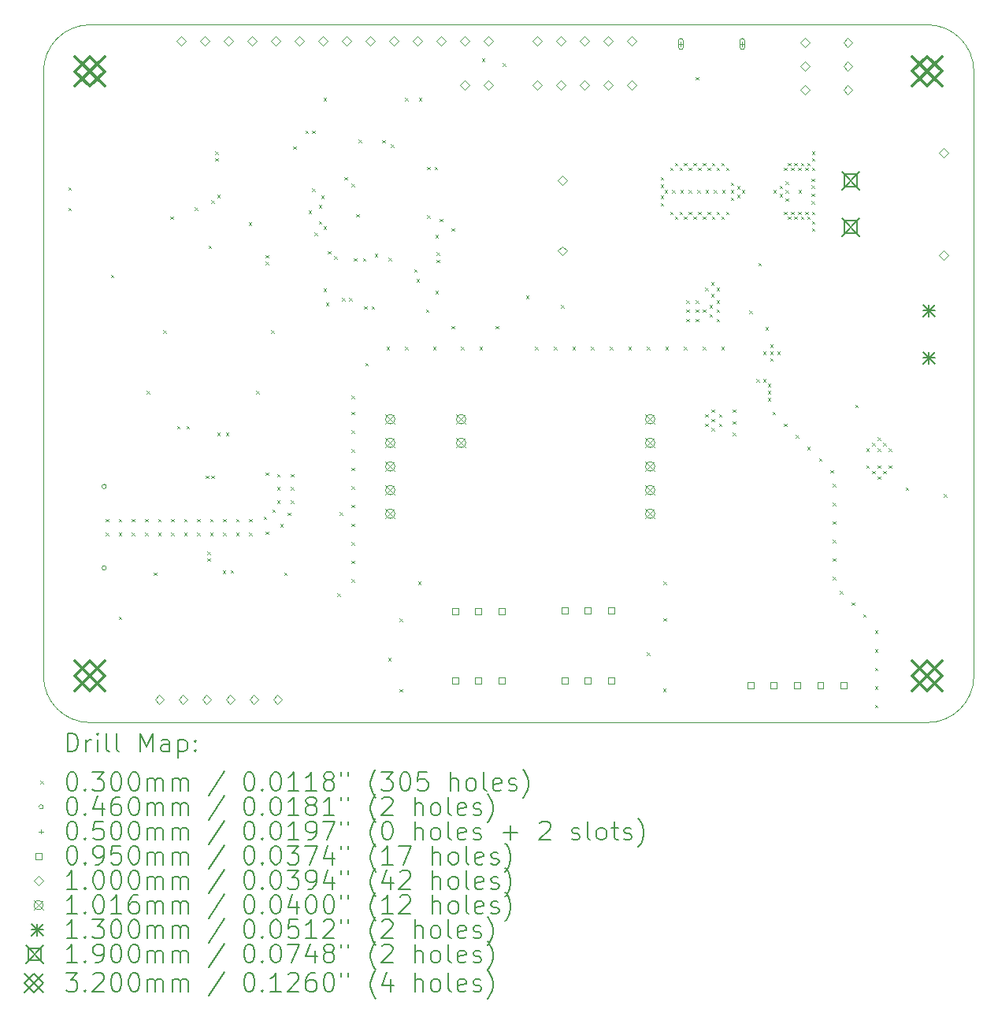
<source format=gbr>
%TF.GenerationSoftware,KiCad,Pcbnew,9.0.5*%
%TF.CreationDate,2025-10-16T12:34:52-04:00*%
%TF.ProjectId,INFERNO,494e4645-524e-44f2-9e6b-696361645f70,rev?*%
%TF.SameCoordinates,Original*%
%TF.FileFunction,Drillmap*%
%TF.FilePolarity,Positive*%
%FSLAX45Y45*%
G04 Gerber Fmt 4.5, Leading zero omitted, Abs format (unit mm)*
G04 Created by KiCad (PCBNEW 9.0.5) date 2025-10-16 12:34:52*
%MOMM*%
%LPD*%
G01*
G04 APERTURE LIST*
%ADD10C,0.050000*%
%ADD11C,0.200000*%
%ADD12C,0.100000*%
%ADD13C,0.101600*%
%ADD14C,0.130000*%
%ADD15C,0.190000*%
%ADD16C,0.320000*%
G04 APERTURE END LIST*
D10*
X13500000Y-8000000D02*
X22500000Y-8000000D01*
X13500000Y-15500000D02*
G75*
G02*
X13000000Y-15000000I0J500000D01*
G01*
X22500000Y-15500000D02*
X13500000Y-15500000D01*
X22500000Y-8000000D02*
G75*
G02*
X23000000Y-8500000I0J-500000D01*
G01*
X23000000Y-8500000D02*
X23000000Y-15000000D01*
X13000000Y-8500000D02*
G75*
G02*
X13500000Y-8000000I500000J0D01*
G01*
X23000000Y-15000000D02*
G75*
G02*
X22500000Y-15500000I-500000J0D01*
G01*
X13000000Y-15000000D02*
X13000000Y-8500000D01*
D11*
D12*
X13265000Y-9745000D02*
X13295000Y-9775000D01*
X13295000Y-9745000D02*
X13265000Y-9775000D01*
X13265000Y-9965000D02*
X13295000Y-9995000D01*
X13295000Y-9965000D02*
X13265000Y-9995000D01*
X13670000Y-13310000D02*
X13700000Y-13340000D01*
X13700000Y-13310000D02*
X13670000Y-13340000D01*
X13670000Y-13460000D02*
X13700000Y-13490000D01*
X13700000Y-13460000D02*
X13670000Y-13490000D01*
X13725000Y-10685000D02*
X13755000Y-10715000D01*
X13755000Y-10685000D02*
X13725000Y-10715000D01*
X13810000Y-13310000D02*
X13840000Y-13340000D01*
X13840000Y-13310000D02*
X13810000Y-13340000D01*
X13810000Y-13460000D02*
X13840000Y-13490000D01*
X13840000Y-13460000D02*
X13810000Y-13490000D01*
X13810000Y-14360000D02*
X13840000Y-14390000D01*
X13840000Y-14360000D02*
X13810000Y-14390000D01*
X13950000Y-13310000D02*
X13980000Y-13340000D01*
X13980000Y-13310000D02*
X13950000Y-13340000D01*
X13950000Y-13460000D02*
X13980000Y-13490000D01*
X13980000Y-13460000D02*
X13950000Y-13490000D01*
X14090000Y-13310000D02*
X14120000Y-13340000D01*
X14120000Y-13310000D02*
X14090000Y-13340000D01*
X14090000Y-13460000D02*
X14120000Y-13490000D01*
X14120000Y-13460000D02*
X14090000Y-13490000D01*
X14110000Y-11935000D02*
X14140000Y-11965000D01*
X14140000Y-11935000D02*
X14110000Y-11965000D01*
X14185000Y-13885000D02*
X14215000Y-13915000D01*
X14215000Y-13885000D02*
X14185000Y-13915000D01*
X14230000Y-13310000D02*
X14260000Y-13340000D01*
X14260000Y-13310000D02*
X14230000Y-13340000D01*
X14230000Y-13460000D02*
X14260000Y-13490000D01*
X14260000Y-13460000D02*
X14230000Y-13490000D01*
X14285000Y-11285000D02*
X14315000Y-11315000D01*
X14315000Y-11285000D02*
X14285000Y-11315000D01*
X14365000Y-10060000D02*
X14395000Y-10090000D01*
X14395000Y-10060000D02*
X14365000Y-10090000D01*
X14370000Y-13310000D02*
X14400000Y-13340000D01*
X14400000Y-13310000D02*
X14370000Y-13340000D01*
X14370000Y-13460000D02*
X14400000Y-13490000D01*
X14400000Y-13460000D02*
X14370000Y-13490000D01*
X14435000Y-12310000D02*
X14465000Y-12340000D01*
X14465000Y-12310000D02*
X14435000Y-12340000D01*
X14510577Y-13311159D02*
X14540577Y-13341159D01*
X14540577Y-13311159D02*
X14510577Y-13341159D01*
X14510577Y-13461159D02*
X14540577Y-13491159D01*
X14540577Y-13461159D02*
X14510577Y-13491159D01*
X14535000Y-12310000D02*
X14565000Y-12340000D01*
X14565000Y-12310000D02*
X14535000Y-12340000D01*
X14625000Y-9960000D02*
X14655000Y-9990000D01*
X14655000Y-9960000D02*
X14625000Y-9990000D01*
X14650000Y-13310000D02*
X14680000Y-13340000D01*
X14680000Y-13310000D02*
X14650000Y-13340000D01*
X14650000Y-13460000D02*
X14680000Y-13490000D01*
X14680000Y-13460000D02*
X14650000Y-13490000D01*
X14745000Y-12845000D02*
X14775000Y-12875000D01*
X14775000Y-12845000D02*
X14745000Y-12875000D01*
X14760000Y-13660000D02*
X14790000Y-13690000D01*
X14790000Y-13660000D02*
X14760000Y-13690000D01*
X14760000Y-13735000D02*
X14790000Y-13765000D01*
X14790000Y-13735000D02*
X14760000Y-13765000D01*
X14772500Y-10372500D02*
X14802500Y-10402500D01*
X14802500Y-10372500D02*
X14772500Y-10402500D01*
X14790577Y-13311159D02*
X14820577Y-13341159D01*
X14820577Y-13311159D02*
X14790577Y-13341159D01*
X14790577Y-13461159D02*
X14820577Y-13491159D01*
X14820577Y-13461159D02*
X14790577Y-13491159D01*
X14805000Y-9885000D02*
X14835000Y-9915000D01*
X14835000Y-9885000D02*
X14805000Y-9915000D01*
X14805000Y-12845000D02*
X14835000Y-12875000D01*
X14835000Y-12845000D02*
X14805000Y-12875000D01*
X14845000Y-9360000D02*
X14875000Y-9390000D01*
X14875000Y-9360000D02*
X14845000Y-9390000D01*
X14845000Y-9435000D02*
X14875000Y-9465000D01*
X14875000Y-9435000D02*
X14845000Y-9465000D01*
X14865000Y-9825000D02*
X14895000Y-9855000D01*
X14895000Y-9825000D02*
X14865000Y-9855000D01*
X14865000Y-12385000D02*
X14895000Y-12415000D01*
X14895000Y-12385000D02*
X14865000Y-12415000D01*
X14925000Y-13865000D02*
X14955000Y-13895000D01*
X14955000Y-13865000D02*
X14925000Y-13895000D01*
X14930000Y-13310000D02*
X14960000Y-13340000D01*
X14960000Y-13310000D02*
X14930000Y-13340000D01*
X14930000Y-13460000D02*
X14960000Y-13490000D01*
X14960000Y-13460000D02*
X14930000Y-13490000D01*
X14960000Y-12385000D02*
X14990000Y-12415000D01*
X14990000Y-12385000D02*
X14960000Y-12415000D01*
X15010000Y-13860000D02*
X15040000Y-13890000D01*
X15040000Y-13860000D02*
X15010000Y-13890000D01*
X15070000Y-13310000D02*
X15100000Y-13340000D01*
X15100000Y-13310000D02*
X15070000Y-13340000D01*
X15070000Y-13460000D02*
X15100000Y-13490000D01*
X15100000Y-13460000D02*
X15070000Y-13490000D01*
X15205000Y-10125000D02*
X15235000Y-10155000D01*
X15235000Y-10125000D02*
X15205000Y-10155000D01*
X15210000Y-13310000D02*
X15240000Y-13340000D01*
X15240000Y-13310000D02*
X15210000Y-13340000D01*
X15210000Y-13460000D02*
X15240000Y-13490000D01*
X15240000Y-13460000D02*
X15210000Y-13490000D01*
X15285000Y-11935000D02*
X15315000Y-11965000D01*
X15315000Y-11935000D02*
X15285000Y-11965000D01*
X15365000Y-13285000D02*
X15395000Y-13315000D01*
X15395000Y-13285000D02*
X15365000Y-13315000D01*
X15385000Y-10475000D02*
X15415000Y-10505000D01*
X15415000Y-10475000D02*
X15385000Y-10505000D01*
X15385000Y-10545000D02*
X15415000Y-10575000D01*
X15415000Y-10545000D02*
X15385000Y-10575000D01*
X15385000Y-12810000D02*
X15415000Y-12840000D01*
X15415000Y-12810000D02*
X15385000Y-12840000D01*
X15385000Y-13445000D02*
X15415000Y-13475000D01*
X15415000Y-13445000D02*
X15385000Y-13475000D01*
X15445000Y-11285000D02*
X15475000Y-11315000D01*
X15475000Y-11285000D02*
X15445000Y-11315000D01*
X15460000Y-13210000D02*
X15490000Y-13240000D01*
X15490000Y-13210000D02*
X15460000Y-13240000D01*
X15510000Y-12830000D02*
X15540000Y-12860000D01*
X15540000Y-12830000D02*
X15510000Y-12860000D01*
X15510000Y-12970000D02*
X15540000Y-13000000D01*
X15540000Y-12970000D02*
X15510000Y-13000000D01*
X15510000Y-13110000D02*
X15540000Y-13140000D01*
X15540000Y-13110000D02*
X15510000Y-13140000D01*
X15545000Y-13365000D02*
X15575000Y-13395000D01*
X15575000Y-13365000D02*
X15545000Y-13395000D01*
X15585000Y-13885000D02*
X15615000Y-13915000D01*
X15615000Y-13885000D02*
X15585000Y-13915000D01*
X15625000Y-13245000D02*
X15655000Y-13275000D01*
X15655000Y-13245000D02*
X15625000Y-13275000D01*
X15660000Y-12830000D02*
X15690000Y-12860000D01*
X15690000Y-12830000D02*
X15660000Y-12860000D01*
X15660000Y-12970000D02*
X15690000Y-13000000D01*
X15690000Y-12970000D02*
X15660000Y-13000000D01*
X15660000Y-13110000D02*
X15690000Y-13140000D01*
X15690000Y-13110000D02*
X15660000Y-13140000D01*
X15685000Y-9305000D02*
X15715000Y-9335000D01*
X15715000Y-9305000D02*
X15685000Y-9335000D01*
X15815000Y-9135000D02*
X15845000Y-9165000D01*
X15845000Y-9135000D02*
X15815000Y-9165000D01*
X15847500Y-9997500D02*
X15877500Y-10027500D01*
X15877500Y-9997500D02*
X15847500Y-10027500D01*
X15885000Y-9135000D02*
X15915000Y-9165000D01*
X15915000Y-9135000D02*
X15885000Y-9165000D01*
X15885000Y-9760000D02*
X15915000Y-9790000D01*
X15915000Y-9760000D02*
X15885000Y-9790000D01*
X15910000Y-10235000D02*
X15940000Y-10265000D01*
X15940000Y-10235000D02*
X15910000Y-10265000D01*
X15960000Y-9935000D02*
X15990000Y-9965000D01*
X15990000Y-9935000D02*
X15960000Y-9965000D01*
X15960000Y-10110000D02*
X15990000Y-10140000D01*
X15990000Y-10110000D02*
X15960000Y-10140000D01*
X15985000Y-9835000D02*
X16015000Y-9865000D01*
X16015000Y-9835000D02*
X15985000Y-9865000D01*
X16010000Y-8785000D02*
X16040000Y-8815000D01*
X16040000Y-8785000D02*
X16010000Y-8815000D01*
X16010000Y-10165000D02*
X16040000Y-10195000D01*
X16040000Y-10165000D02*
X16010000Y-10195000D01*
X16010000Y-10835000D02*
X16040000Y-10865000D01*
X16040000Y-10835000D02*
X16010000Y-10865000D01*
X16035000Y-10985000D02*
X16065000Y-11015000D01*
X16065000Y-10985000D02*
X16035000Y-11015000D01*
X16056109Y-10433891D02*
X16086109Y-10463891D01*
X16086109Y-10433891D02*
X16056109Y-10463891D01*
X16125000Y-10485000D02*
X16155000Y-10515000D01*
X16155000Y-10485000D02*
X16125000Y-10515000D01*
X16160000Y-14110000D02*
X16190000Y-14140000D01*
X16190000Y-14110000D02*
X16160000Y-14140000D01*
X16185000Y-13240032D02*
X16215000Y-13270032D01*
X16215000Y-13240032D02*
X16185000Y-13270032D01*
X16210000Y-10935000D02*
X16240000Y-10965000D01*
X16240000Y-10935000D02*
X16210000Y-10965000D01*
X16235000Y-9635000D02*
X16265000Y-9665000D01*
X16265000Y-9635000D02*
X16235000Y-9665000D01*
X16286391Y-10936391D02*
X16316391Y-10966391D01*
X16316391Y-10936391D02*
X16286391Y-10966391D01*
X16310000Y-9710000D02*
X16340000Y-9740000D01*
X16340000Y-9710000D02*
X16310000Y-9740000D01*
X16310000Y-11985000D02*
X16340000Y-12015000D01*
X16340000Y-11985000D02*
X16310000Y-12015000D01*
X16310000Y-12160000D02*
X16340000Y-12190000D01*
X16340000Y-12160000D02*
X16310000Y-12190000D01*
X16310000Y-12360000D02*
X16340000Y-12390000D01*
X16340000Y-12360000D02*
X16310000Y-12390000D01*
X16310000Y-12560000D02*
X16340000Y-12590000D01*
X16340000Y-12560000D02*
X16310000Y-12590000D01*
X16310000Y-12760000D02*
X16340000Y-12790000D01*
X16340000Y-12760000D02*
X16310000Y-12790000D01*
X16310000Y-12960000D02*
X16340000Y-12990000D01*
X16340000Y-12960000D02*
X16310000Y-12990000D01*
X16310000Y-13160000D02*
X16340000Y-13190000D01*
X16340000Y-13160000D02*
X16310000Y-13190000D01*
X16310000Y-13360000D02*
X16340000Y-13390000D01*
X16340000Y-13360000D02*
X16310000Y-13390000D01*
X16310000Y-13560000D02*
X16340000Y-13590000D01*
X16340000Y-13560000D02*
X16310000Y-13590000D01*
X16310000Y-13760000D02*
X16340000Y-13790000D01*
X16340000Y-13760000D02*
X16310000Y-13790000D01*
X16310000Y-13960000D02*
X16340000Y-13990000D01*
X16340000Y-13960000D02*
X16310000Y-13990000D01*
X16335763Y-10508129D02*
X16365763Y-10538129D01*
X16365763Y-10508129D02*
X16335763Y-10538129D01*
X16360000Y-10035000D02*
X16390000Y-10065000D01*
X16390000Y-10035000D02*
X16360000Y-10065000D01*
X16385000Y-9235000D02*
X16415000Y-9265000D01*
X16415000Y-9235000D02*
X16385000Y-9265000D01*
X16434392Y-10508074D02*
X16464392Y-10538074D01*
X16464392Y-10508074D02*
X16434392Y-10538074D01*
X16445000Y-11025000D02*
X16475000Y-11055000D01*
X16475000Y-11025000D02*
X16445000Y-11055000D01*
X16460000Y-11635000D02*
X16490000Y-11665000D01*
X16490000Y-11635000D02*
X16460000Y-11665000D01*
X16525000Y-11025000D02*
X16555000Y-11055000D01*
X16555000Y-11025000D02*
X16525000Y-11055000D01*
X16560000Y-10460000D02*
X16590000Y-10490000D01*
X16590000Y-10460000D02*
X16560000Y-10490000D01*
X16639801Y-9239801D02*
X16669801Y-9269801D01*
X16669801Y-9239801D02*
X16639801Y-9269801D01*
X16685000Y-11460000D02*
X16715000Y-11490000D01*
X16715000Y-11460000D02*
X16685000Y-11490000D01*
X16705000Y-14805000D02*
X16735000Y-14835000D01*
X16735000Y-14805000D02*
X16705000Y-14835000D01*
X16710000Y-10505000D02*
X16740000Y-10535000D01*
X16740000Y-10505000D02*
X16710000Y-10535000D01*
X16735000Y-9285000D02*
X16765000Y-9315000D01*
X16765000Y-9285000D02*
X16735000Y-9315000D01*
X16825000Y-14380000D02*
X16855000Y-14410000D01*
X16855000Y-14380000D02*
X16825000Y-14410000D01*
X16825000Y-15140000D02*
X16855000Y-15170000D01*
X16855000Y-15140000D02*
X16825000Y-15170000D01*
X16885000Y-8785000D02*
X16915000Y-8815000D01*
X16915000Y-8785000D02*
X16885000Y-8815000D01*
X16885000Y-11460000D02*
X16915000Y-11490000D01*
X16915000Y-11460000D02*
X16885000Y-11490000D01*
X16985000Y-10625000D02*
X17015000Y-10655000D01*
X17015000Y-10625000D02*
X16985000Y-10655000D01*
X17010000Y-10735000D02*
X17040000Y-10765000D01*
X17040000Y-10735000D02*
X17010000Y-10765000D01*
X17025000Y-13985000D02*
X17055000Y-14015000D01*
X17055000Y-13985000D02*
X17025000Y-14015000D01*
X17035000Y-8785000D02*
X17065000Y-8815000D01*
X17065000Y-8785000D02*
X17035000Y-8815000D01*
X17110000Y-11060000D02*
X17140000Y-11090000D01*
X17140000Y-11060000D02*
X17110000Y-11090000D01*
X17123891Y-10048891D02*
X17153891Y-10078891D01*
X17153891Y-10048891D02*
X17123891Y-10078891D01*
X17125000Y-9525000D02*
X17155000Y-9555000D01*
X17155000Y-9525000D02*
X17125000Y-9555000D01*
X17185000Y-11460000D02*
X17215000Y-11490000D01*
X17215000Y-11460000D02*
X17185000Y-11490000D01*
X17205000Y-9525000D02*
X17235000Y-9555000D01*
X17235000Y-9525000D02*
X17205000Y-9555000D01*
X17210000Y-10260000D02*
X17240000Y-10290000D01*
X17240000Y-10260000D02*
X17210000Y-10290000D01*
X17210000Y-10860000D02*
X17240000Y-10890000D01*
X17240000Y-10860000D02*
X17210000Y-10890000D01*
X17225000Y-10445000D02*
X17255000Y-10475000D01*
X17255000Y-10445000D02*
X17225000Y-10475000D01*
X17225000Y-10525000D02*
X17255000Y-10555000D01*
X17255000Y-10525000D02*
X17225000Y-10555000D01*
X17260000Y-10085000D02*
X17290000Y-10115000D01*
X17290000Y-10085000D02*
X17260000Y-10115000D01*
X17385000Y-10185000D02*
X17415000Y-10215000D01*
X17415000Y-10185000D02*
X17385000Y-10215000D01*
X17386391Y-11236391D02*
X17416391Y-11266391D01*
X17416391Y-11236391D02*
X17386391Y-11266391D01*
X17485000Y-11460000D02*
X17515000Y-11490000D01*
X17515000Y-11460000D02*
X17485000Y-11490000D01*
X17685000Y-11460000D02*
X17715000Y-11490000D01*
X17715000Y-11460000D02*
X17685000Y-11490000D01*
X17710000Y-8360000D02*
X17740000Y-8390000D01*
X17740000Y-8360000D02*
X17710000Y-8390000D01*
X17860000Y-11235000D02*
X17890000Y-11265000D01*
X17890000Y-11235000D02*
X17860000Y-11265000D01*
X17935000Y-8415000D02*
X17965000Y-8445000D01*
X17965000Y-8415000D02*
X17935000Y-8445000D01*
X18185000Y-10910000D02*
X18215000Y-10940000D01*
X18215000Y-10910000D02*
X18185000Y-10940000D01*
X18285000Y-11460000D02*
X18315000Y-11490000D01*
X18315000Y-11460000D02*
X18285000Y-11490000D01*
X18485000Y-11460000D02*
X18515000Y-11490000D01*
X18515000Y-11460000D02*
X18485000Y-11490000D01*
X18560000Y-11010000D02*
X18590000Y-11040000D01*
X18590000Y-11010000D02*
X18560000Y-11040000D01*
X18685000Y-11460000D02*
X18715000Y-11490000D01*
X18715000Y-11460000D02*
X18685000Y-11490000D01*
X18885000Y-11460000D02*
X18915000Y-11490000D01*
X18915000Y-11460000D02*
X18885000Y-11490000D01*
X19085000Y-11460000D02*
X19115000Y-11490000D01*
X19115000Y-11460000D02*
X19085000Y-11490000D01*
X19285000Y-11460000D02*
X19315000Y-11490000D01*
X19315000Y-11460000D02*
X19285000Y-11490000D01*
X19485000Y-11460000D02*
X19515000Y-11490000D01*
X19515000Y-11460000D02*
X19485000Y-11490000D01*
X19485000Y-14745000D02*
X19515000Y-14775000D01*
X19515000Y-14745000D02*
X19485000Y-14775000D01*
X19635000Y-9635000D02*
X19665000Y-9665000D01*
X19665000Y-9635000D02*
X19635000Y-9665000D01*
X19635000Y-9715000D02*
X19665000Y-9745000D01*
X19665000Y-9715000D02*
X19635000Y-9745000D01*
X19635000Y-9835000D02*
X19665000Y-9865000D01*
X19665000Y-9835000D02*
X19635000Y-9865000D01*
X19635000Y-9915000D02*
X19665000Y-9945000D01*
X19665000Y-9915000D02*
X19635000Y-9945000D01*
X19660000Y-15135000D02*
X19690000Y-15165000D01*
X19690000Y-15135000D02*
X19660000Y-15165000D01*
X19661247Y-14377271D02*
X19691247Y-14407271D01*
X19691247Y-14377271D02*
X19661247Y-14407271D01*
X19665000Y-13985000D02*
X19695000Y-14015000D01*
X19695000Y-13985000D02*
X19665000Y-14015000D01*
X19675000Y-9775000D02*
X19705000Y-9805000D01*
X19705000Y-9775000D02*
X19675000Y-9805000D01*
X19685000Y-11460000D02*
X19715000Y-11490000D01*
X19715000Y-11460000D02*
X19685000Y-11490000D01*
X19735000Y-9535000D02*
X19765000Y-9565000D01*
X19765000Y-9535000D02*
X19735000Y-9565000D01*
X19735000Y-10010000D02*
X19765000Y-10040000D01*
X19765000Y-10010000D02*
X19735000Y-10040000D01*
X19755000Y-9775000D02*
X19785000Y-9805000D01*
X19785000Y-9775000D02*
X19755000Y-9805000D01*
X19785000Y-9485000D02*
X19815000Y-9515000D01*
X19815000Y-9485000D02*
X19785000Y-9515000D01*
X19785000Y-10060000D02*
X19815000Y-10090000D01*
X19815000Y-10060000D02*
X19785000Y-10090000D01*
X19835000Y-9535000D02*
X19865000Y-9565000D01*
X19865000Y-9535000D02*
X19835000Y-9565000D01*
X19835000Y-10010000D02*
X19865000Y-10040000D01*
X19865000Y-10010000D02*
X19835000Y-10040000D01*
X19845000Y-9775000D02*
X19875000Y-9805000D01*
X19875000Y-9775000D02*
X19845000Y-9805000D01*
X19885000Y-9485000D02*
X19915000Y-9515000D01*
X19915000Y-9485000D02*
X19885000Y-9515000D01*
X19885000Y-10060000D02*
X19915000Y-10090000D01*
X19915000Y-10060000D02*
X19885000Y-10090000D01*
X19885000Y-11460000D02*
X19915000Y-11490000D01*
X19915000Y-11460000D02*
X19885000Y-11490000D01*
X19910000Y-10960000D02*
X19940000Y-10990000D01*
X19940000Y-10960000D02*
X19910000Y-10990000D01*
X19910000Y-11060000D02*
X19940000Y-11090000D01*
X19940000Y-11060000D02*
X19910000Y-11090000D01*
X19910000Y-11160000D02*
X19940000Y-11190000D01*
X19940000Y-11160000D02*
X19910000Y-11190000D01*
X19935000Y-9535000D02*
X19965000Y-9565000D01*
X19965000Y-9535000D02*
X19935000Y-9565000D01*
X19935000Y-9775000D02*
X19965000Y-9805000D01*
X19965000Y-9775000D02*
X19935000Y-9805000D01*
X19935000Y-10010000D02*
X19965000Y-10040000D01*
X19965000Y-10010000D02*
X19935000Y-10040000D01*
X19985000Y-9485000D02*
X20015000Y-9515000D01*
X20015000Y-9485000D02*
X19985000Y-9515000D01*
X19985000Y-10060000D02*
X20015000Y-10090000D01*
X20015000Y-10060000D02*
X19985000Y-10090000D01*
X20010000Y-8560000D02*
X20040000Y-8590000D01*
X20040000Y-8560000D02*
X20010000Y-8590000D01*
X20010000Y-10960000D02*
X20040000Y-10990000D01*
X20040000Y-10960000D02*
X20010000Y-10990000D01*
X20010000Y-11060000D02*
X20040000Y-11090000D01*
X20040000Y-11060000D02*
X20010000Y-11090000D01*
X20010000Y-11160000D02*
X20040000Y-11190000D01*
X20040000Y-11160000D02*
X20010000Y-11190000D01*
X20025000Y-9775000D02*
X20055000Y-9805000D01*
X20055000Y-9775000D02*
X20025000Y-9805000D01*
X20035000Y-9535000D02*
X20065000Y-9565000D01*
X20065000Y-9535000D02*
X20035000Y-9565000D01*
X20035000Y-10010000D02*
X20065000Y-10040000D01*
X20065000Y-10010000D02*
X20035000Y-10040000D01*
X20085000Y-9485000D02*
X20115000Y-9515000D01*
X20115000Y-9485000D02*
X20085000Y-9515000D01*
X20085000Y-10060000D02*
X20115000Y-10090000D01*
X20115000Y-10060000D02*
X20085000Y-10090000D01*
X20085000Y-11060000D02*
X20115000Y-11090000D01*
X20115000Y-11060000D02*
X20085000Y-11090000D01*
X20085000Y-11460000D02*
X20115000Y-11490000D01*
X20115000Y-11460000D02*
X20085000Y-11490000D01*
X20110000Y-10827500D02*
X20140000Y-10857500D01*
X20140000Y-10827500D02*
X20110000Y-10857500D01*
X20110000Y-12185000D02*
X20140000Y-12215000D01*
X20140000Y-12185000D02*
X20110000Y-12215000D01*
X20110000Y-12285000D02*
X20140000Y-12315000D01*
X20140000Y-12285000D02*
X20110000Y-12315000D01*
X20115000Y-9775000D02*
X20145000Y-9805000D01*
X20145000Y-9775000D02*
X20115000Y-9805000D01*
X20135000Y-9535000D02*
X20165000Y-9565000D01*
X20165000Y-9535000D02*
X20135000Y-9565000D01*
X20135000Y-10010000D02*
X20165000Y-10040000D01*
X20165000Y-10010000D02*
X20135000Y-10040000D01*
X20160000Y-11010000D02*
X20190000Y-11040000D01*
X20190000Y-11010000D02*
X20160000Y-11040000D01*
X20160000Y-11110000D02*
X20190000Y-11140000D01*
X20190000Y-11110000D02*
X20160000Y-11140000D01*
X20175000Y-10765000D02*
X20205000Y-10795000D01*
X20205000Y-10765000D02*
X20175000Y-10795000D01*
X20175000Y-10895000D02*
X20205000Y-10925000D01*
X20205000Y-10895000D02*
X20175000Y-10925000D01*
X20180000Y-12135000D02*
X20210000Y-12165000D01*
X20210000Y-12135000D02*
X20180000Y-12165000D01*
X20180000Y-12235000D02*
X20210000Y-12265000D01*
X20210000Y-12235000D02*
X20180000Y-12265000D01*
X20180000Y-12335000D02*
X20210000Y-12365000D01*
X20210000Y-12335000D02*
X20180000Y-12365000D01*
X20185000Y-9485000D02*
X20215000Y-9515000D01*
X20215000Y-9485000D02*
X20185000Y-9515000D01*
X20185000Y-10060000D02*
X20215000Y-10090000D01*
X20215000Y-10060000D02*
X20185000Y-10090000D01*
X20205000Y-9775000D02*
X20235000Y-9805000D01*
X20235000Y-9775000D02*
X20205000Y-9805000D01*
X20235000Y-9535000D02*
X20265000Y-9565000D01*
X20265000Y-9535000D02*
X20235000Y-9565000D01*
X20235000Y-10010000D02*
X20265000Y-10040000D01*
X20265000Y-10010000D02*
X20235000Y-10040000D01*
X20235000Y-10827500D02*
X20265000Y-10857500D01*
X20265000Y-10827500D02*
X20235000Y-10857500D01*
X20235000Y-10960000D02*
X20265000Y-10990000D01*
X20265000Y-10960000D02*
X20235000Y-10990000D01*
X20235000Y-11060000D02*
X20265000Y-11090000D01*
X20265000Y-11060000D02*
X20235000Y-11090000D01*
X20235000Y-11160000D02*
X20265000Y-11190000D01*
X20265000Y-11160000D02*
X20235000Y-11190000D01*
X20260000Y-12185000D02*
X20290000Y-12215000D01*
X20290000Y-12185000D02*
X20260000Y-12215000D01*
X20260000Y-12285000D02*
X20290000Y-12315000D01*
X20290000Y-12285000D02*
X20260000Y-12315000D01*
X20285000Y-9485000D02*
X20315000Y-9515000D01*
X20315000Y-9485000D02*
X20285000Y-9515000D01*
X20285000Y-10060000D02*
X20315000Y-10090000D01*
X20315000Y-10060000D02*
X20285000Y-10090000D01*
X20285000Y-11460000D02*
X20315000Y-11490000D01*
X20315000Y-11460000D02*
X20285000Y-11490000D01*
X20295000Y-9775000D02*
X20325000Y-9805000D01*
X20325000Y-9775000D02*
X20295000Y-9805000D01*
X20335000Y-9535000D02*
X20365000Y-9565000D01*
X20365000Y-9535000D02*
X20335000Y-9565000D01*
X20335000Y-10010000D02*
X20365000Y-10040000D01*
X20365000Y-10010000D02*
X20335000Y-10040000D01*
X20385000Y-9695000D02*
X20415000Y-9725000D01*
X20415000Y-9695000D02*
X20385000Y-9725000D01*
X20385000Y-9775000D02*
X20415000Y-9805000D01*
X20415000Y-9775000D02*
X20385000Y-9805000D01*
X20385000Y-9855000D02*
X20415000Y-9885000D01*
X20415000Y-9855000D02*
X20385000Y-9885000D01*
X20410000Y-12135000D02*
X20440000Y-12165000D01*
X20440000Y-12135000D02*
X20410000Y-12165000D01*
X20410000Y-12260000D02*
X20440000Y-12290000D01*
X20440000Y-12260000D02*
X20410000Y-12290000D01*
X20410000Y-12385000D02*
X20440000Y-12415000D01*
X20440000Y-12385000D02*
X20410000Y-12415000D01*
X20455000Y-9735000D02*
X20485000Y-9765000D01*
X20485000Y-9735000D02*
X20455000Y-9765000D01*
X20455000Y-9825000D02*
X20485000Y-9855000D01*
X20485000Y-9825000D02*
X20455000Y-9855000D01*
X20505000Y-9775000D02*
X20535000Y-9805000D01*
X20535000Y-9775000D02*
X20505000Y-9805000D01*
X20585000Y-11070000D02*
X20615000Y-11100000D01*
X20615000Y-11070000D02*
X20585000Y-11100000D01*
X20660000Y-11810000D02*
X20690000Y-11840000D01*
X20690000Y-11810000D02*
X20660000Y-11840000D01*
X20685000Y-10560000D02*
X20715000Y-10590000D01*
X20715000Y-10560000D02*
X20685000Y-10590000D01*
X20735000Y-11510000D02*
X20765000Y-11540000D01*
X20765000Y-11510000D02*
X20735000Y-11540000D01*
X20735000Y-11810000D02*
X20765000Y-11840000D01*
X20765000Y-11810000D02*
X20735000Y-11840000D01*
X20760000Y-11250000D02*
X20790000Y-11280000D01*
X20790000Y-11250000D02*
X20760000Y-11280000D01*
X20785000Y-11860000D02*
X20815000Y-11890000D01*
X20815000Y-11860000D02*
X20785000Y-11890000D01*
X20785000Y-11935000D02*
X20815000Y-11965000D01*
X20815000Y-11935000D02*
X20785000Y-11965000D01*
X20785000Y-12010000D02*
X20815000Y-12040000D01*
X20815000Y-12010000D02*
X20785000Y-12040000D01*
X20810000Y-11435000D02*
X20840000Y-11465000D01*
X20840000Y-11435000D02*
X20810000Y-11465000D01*
X20810000Y-11510000D02*
X20840000Y-11540000D01*
X20840000Y-11510000D02*
X20810000Y-11540000D01*
X20810000Y-11585000D02*
X20840000Y-11615000D01*
X20840000Y-11585000D02*
X20810000Y-11615000D01*
X20835000Y-12160000D02*
X20865000Y-12190000D01*
X20865000Y-12160000D02*
X20835000Y-12190000D01*
X20845000Y-9775000D02*
X20875000Y-9805000D01*
X20875000Y-9775000D02*
X20845000Y-9805000D01*
X20885000Y-11510000D02*
X20915000Y-11540000D01*
X20915000Y-11510000D02*
X20885000Y-11540000D01*
X20910000Y-9730000D02*
X20940000Y-9760000D01*
X20940000Y-9730000D02*
X20910000Y-9760000D01*
X20910000Y-9820000D02*
X20940000Y-9850000D01*
X20940000Y-9820000D02*
X20910000Y-9850000D01*
X20960000Y-9535000D02*
X20990000Y-9565000D01*
X20990000Y-9535000D02*
X20960000Y-9565000D01*
X20960000Y-10010000D02*
X20990000Y-10040000D01*
X20990000Y-10010000D02*
X20960000Y-10040000D01*
X20960000Y-12285000D02*
X20990000Y-12315000D01*
X20990000Y-12285000D02*
X20960000Y-12315000D01*
X20975000Y-9685000D02*
X21005000Y-9715000D01*
X21005000Y-9685000D02*
X20975000Y-9715000D01*
X20975000Y-9775000D02*
X21005000Y-9805000D01*
X21005000Y-9775000D02*
X20975000Y-9805000D01*
X20975000Y-9865000D02*
X21005000Y-9895000D01*
X21005000Y-9865000D02*
X20975000Y-9895000D01*
X21000000Y-9485000D02*
X21030000Y-9515000D01*
X21030000Y-9485000D02*
X21000000Y-9515000D01*
X21000000Y-10060000D02*
X21030000Y-10090000D01*
X21030000Y-10060000D02*
X21000000Y-10090000D01*
X21035000Y-9535000D02*
X21065000Y-9565000D01*
X21065000Y-9535000D02*
X21035000Y-9565000D01*
X21035000Y-10010000D02*
X21065000Y-10040000D01*
X21065000Y-10010000D02*
X21035000Y-10040000D01*
X21070000Y-9485000D02*
X21100000Y-9515000D01*
X21100000Y-9485000D02*
X21070000Y-9515000D01*
X21070000Y-10060000D02*
X21100000Y-10090000D01*
X21100000Y-10060000D02*
X21070000Y-10090000D01*
X21085000Y-12410000D02*
X21115000Y-12440000D01*
X21115000Y-12410000D02*
X21085000Y-12440000D01*
X21110000Y-9535000D02*
X21140000Y-9565000D01*
X21140000Y-9535000D02*
X21110000Y-9565000D01*
X21110000Y-10010000D02*
X21140000Y-10040000D01*
X21140000Y-10010000D02*
X21110000Y-10040000D01*
X21115000Y-9775000D02*
X21145000Y-9805000D01*
X21145000Y-9775000D02*
X21115000Y-9805000D01*
X21140000Y-9485000D02*
X21170000Y-9515000D01*
X21170000Y-9485000D02*
X21140000Y-9515000D01*
X21140000Y-10060000D02*
X21170000Y-10090000D01*
X21170000Y-10060000D02*
X21140000Y-10090000D01*
X21185000Y-9535000D02*
X21215000Y-9565000D01*
X21215000Y-9535000D02*
X21185000Y-9565000D01*
X21185000Y-10010000D02*
X21215000Y-10040000D01*
X21215000Y-10010000D02*
X21185000Y-10040000D01*
X21210000Y-9485000D02*
X21240000Y-9515000D01*
X21240000Y-9485000D02*
X21210000Y-9515000D01*
X21210000Y-10060000D02*
X21240000Y-10090000D01*
X21240000Y-10060000D02*
X21210000Y-10090000D01*
X21210000Y-12535000D02*
X21240000Y-12565000D01*
X21240000Y-12535000D02*
X21210000Y-12565000D01*
X21255000Y-9655000D02*
X21285000Y-9685000D01*
X21285000Y-9655000D02*
X21255000Y-9685000D01*
X21255000Y-9725000D02*
X21285000Y-9755000D01*
X21285000Y-9725000D02*
X21255000Y-9755000D01*
X21255000Y-9815000D02*
X21285000Y-9845000D01*
X21285000Y-9815000D02*
X21255000Y-9845000D01*
X21255000Y-9895000D02*
X21285000Y-9925000D01*
X21285000Y-9895000D02*
X21255000Y-9925000D01*
X21260000Y-9360000D02*
X21290000Y-9390000D01*
X21290000Y-9360000D02*
X21260000Y-9390000D01*
X21260000Y-9435000D02*
X21290000Y-9465000D01*
X21290000Y-9435000D02*
X21260000Y-9465000D01*
X21260000Y-9535000D02*
X21290000Y-9565000D01*
X21290000Y-9535000D02*
X21260000Y-9565000D01*
X21260000Y-10010000D02*
X21290000Y-10040000D01*
X21290000Y-10010000D02*
X21260000Y-10040000D01*
X21260000Y-10110000D02*
X21290000Y-10140000D01*
X21290000Y-10110000D02*
X21260000Y-10140000D01*
X21260000Y-10185000D02*
X21290000Y-10215000D01*
X21290000Y-10185000D02*
X21260000Y-10215000D01*
X21335000Y-12660000D02*
X21365000Y-12690000D01*
X21365000Y-12660000D02*
X21335000Y-12690000D01*
X21460000Y-12785000D02*
X21490000Y-12815000D01*
X21490000Y-12785000D02*
X21460000Y-12815000D01*
X21485000Y-12935000D02*
X21515000Y-12965000D01*
X21515000Y-12935000D02*
X21485000Y-12965000D01*
X21485000Y-13135000D02*
X21515000Y-13165000D01*
X21515000Y-13135000D02*
X21485000Y-13165000D01*
X21485000Y-13335000D02*
X21515000Y-13365000D01*
X21515000Y-13335000D02*
X21485000Y-13365000D01*
X21485000Y-13535000D02*
X21515000Y-13565000D01*
X21515000Y-13535000D02*
X21485000Y-13565000D01*
X21485000Y-13735000D02*
X21515000Y-13765000D01*
X21515000Y-13735000D02*
X21485000Y-13765000D01*
X21485000Y-13935000D02*
X21515000Y-13965000D01*
X21515000Y-13935000D02*
X21485000Y-13965000D01*
X21560000Y-14085000D02*
X21590000Y-14115000D01*
X21590000Y-14085000D02*
X21560000Y-14115000D01*
X21685000Y-14210000D02*
X21715000Y-14240000D01*
X21715000Y-14210000D02*
X21685000Y-14240000D01*
X21725000Y-12085000D02*
X21755000Y-12115000D01*
X21755000Y-12085000D02*
X21725000Y-12115000D01*
X21810000Y-14335000D02*
X21840000Y-14365000D01*
X21840000Y-14335000D02*
X21810000Y-14365000D01*
X21845000Y-12555250D02*
X21875000Y-12585250D01*
X21875000Y-12555250D02*
X21845000Y-12585250D01*
X21845000Y-12735250D02*
X21875000Y-12765250D01*
X21875000Y-12735250D02*
X21845000Y-12765250D01*
X21905000Y-12495250D02*
X21935000Y-12525250D01*
X21935000Y-12495250D02*
X21905000Y-12525250D01*
X21905000Y-12795250D02*
X21935000Y-12825250D01*
X21935000Y-12795250D02*
X21905000Y-12825250D01*
X21935000Y-14510000D02*
X21965000Y-14540000D01*
X21965000Y-14510000D02*
X21935000Y-14540000D01*
X21935000Y-14710000D02*
X21965000Y-14740000D01*
X21965000Y-14710000D02*
X21935000Y-14740000D01*
X21935000Y-14910000D02*
X21965000Y-14940000D01*
X21965000Y-14910000D02*
X21935000Y-14940000D01*
X21935000Y-15110000D02*
X21965000Y-15140000D01*
X21965000Y-15110000D02*
X21935000Y-15140000D01*
X21935000Y-15310000D02*
X21965000Y-15340000D01*
X21965000Y-15310000D02*
X21935000Y-15340000D01*
X21965000Y-12435250D02*
X21995000Y-12465250D01*
X21995000Y-12435250D02*
X21965000Y-12465250D01*
X21965000Y-12555250D02*
X21995000Y-12585250D01*
X21995000Y-12555250D02*
X21965000Y-12585250D01*
X21965000Y-12735250D02*
X21995000Y-12765250D01*
X21995000Y-12735250D02*
X21965000Y-12765250D01*
X21965000Y-12855250D02*
X21995000Y-12885250D01*
X21995000Y-12855250D02*
X21965000Y-12885250D01*
X22025000Y-12495250D02*
X22055000Y-12525250D01*
X22055000Y-12495250D02*
X22025000Y-12525250D01*
X22025000Y-12795250D02*
X22055000Y-12825250D01*
X22055000Y-12795250D02*
X22025000Y-12825250D01*
X22085000Y-12555250D02*
X22115000Y-12585250D01*
X22115000Y-12555250D02*
X22085000Y-12585250D01*
X22085000Y-12735250D02*
X22115000Y-12765250D01*
X22115000Y-12735250D02*
X22085000Y-12765250D01*
X22265000Y-12970250D02*
X22295000Y-13000250D01*
X22295000Y-12970250D02*
X22265000Y-13000250D01*
X22675000Y-13045250D02*
X22705000Y-13075250D01*
X22705000Y-13045250D02*
X22675000Y-13075250D01*
X13674000Y-12962000D02*
G75*
G02*
X13628000Y-12962000I-23000J0D01*
G01*
X13628000Y-12962000D02*
G75*
G02*
X13674000Y-12962000I23000J0D01*
G01*
X13674000Y-13838000D02*
G75*
G02*
X13628000Y-13838000I-23000J0D01*
G01*
X13628000Y-13838000D02*
G75*
G02*
X13674000Y-13838000I23000J0D01*
G01*
X19850711Y-8181229D02*
X19850711Y-8231229D01*
X19825711Y-8206229D02*
X19875711Y-8206229D01*
X19825711Y-8171229D02*
X19825711Y-8241229D01*
X19875711Y-8241229D02*
G75*
G02*
X19825711Y-8241229I-25000J0D01*
G01*
X19875711Y-8241229D02*
X19875711Y-8171229D01*
X19875711Y-8171229D02*
G75*
G03*
X19825711Y-8171229I-25000J0D01*
G01*
X20510711Y-8181229D02*
X20510711Y-8231229D01*
X20485711Y-8206229D02*
X20535711Y-8206229D01*
X20485711Y-8171229D02*
X20485711Y-8241229D01*
X20535711Y-8241229D02*
G75*
G02*
X20485711Y-8241229I-25000J0D01*
G01*
X20535711Y-8241229D02*
X20535711Y-8171229D01*
X20535711Y-8171229D02*
G75*
G03*
X20485711Y-8171229I-25000J0D01*
G01*
X17458588Y-14333588D02*
X17458588Y-14266412D01*
X17391412Y-14266412D01*
X17391412Y-14333588D01*
X17458588Y-14333588D01*
X17458588Y-15083588D02*
X17458588Y-15016412D01*
X17391412Y-15016412D01*
X17391412Y-15083588D01*
X17458588Y-15083588D01*
X17708588Y-14333588D02*
X17708588Y-14266412D01*
X17641412Y-14266412D01*
X17641412Y-14333588D01*
X17708588Y-14333588D01*
X17708588Y-15083588D02*
X17708588Y-15016412D01*
X17641412Y-15016412D01*
X17641412Y-15083588D01*
X17708588Y-15083588D01*
X17958588Y-14333588D02*
X17958588Y-14266412D01*
X17891412Y-14266412D01*
X17891412Y-14333588D01*
X17958588Y-14333588D01*
X17958588Y-15083588D02*
X17958588Y-15016412D01*
X17891412Y-15016412D01*
X17891412Y-15083588D01*
X17958588Y-15083588D01*
X18632916Y-14331851D02*
X18632916Y-14264675D01*
X18565740Y-14264675D01*
X18565740Y-14331851D01*
X18632916Y-14331851D01*
X18632916Y-15081851D02*
X18632916Y-15014675D01*
X18565740Y-15014675D01*
X18565740Y-15081851D01*
X18632916Y-15081851D01*
X18882916Y-14331851D02*
X18882916Y-14264675D01*
X18815740Y-14264675D01*
X18815740Y-14331851D01*
X18882916Y-14331851D01*
X18882916Y-15081851D02*
X18882916Y-15014675D01*
X18815740Y-15014675D01*
X18815740Y-15081851D01*
X18882916Y-15081851D01*
X19132916Y-14331851D02*
X19132916Y-14264675D01*
X19065740Y-14264675D01*
X19065740Y-14331851D01*
X19132916Y-14331851D01*
X19132916Y-15081851D02*
X19132916Y-15014675D01*
X19065740Y-15014675D01*
X19065740Y-15081851D01*
X19132916Y-15081851D01*
X20633588Y-15133588D02*
X20633588Y-15066412D01*
X20566412Y-15066412D01*
X20566412Y-15133588D01*
X20633588Y-15133588D01*
X20883588Y-15133588D02*
X20883588Y-15066412D01*
X20816412Y-15066412D01*
X20816412Y-15133588D01*
X20883588Y-15133588D01*
X21133588Y-15133588D02*
X21133588Y-15066412D01*
X21066412Y-15066412D01*
X21066412Y-15133588D01*
X21133588Y-15133588D01*
X21383588Y-15133588D02*
X21383588Y-15066412D01*
X21316412Y-15066412D01*
X21316412Y-15133588D01*
X21383588Y-15133588D01*
X21633588Y-15133588D02*
X21633588Y-15066412D01*
X21566412Y-15066412D01*
X21566412Y-15133588D01*
X21633588Y-15133588D01*
X14246000Y-15300000D02*
X14296000Y-15250000D01*
X14246000Y-15200000D01*
X14196000Y-15250000D01*
X14246000Y-15300000D01*
X14477711Y-8226229D02*
X14527711Y-8176229D01*
X14477711Y-8126229D01*
X14427711Y-8176229D01*
X14477711Y-8226229D01*
X14500000Y-15300000D02*
X14550000Y-15250000D01*
X14500000Y-15200000D01*
X14450000Y-15250000D01*
X14500000Y-15300000D01*
X14731711Y-8226229D02*
X14781711Y-8176229D01*
X14731711Y-8126229D01*
X14681711Y-8176229D01*
X14731711Y-8226229D01*
X14754000Y-15300000D02*
X14804000Y-15250000D01*
X14754000Y-15200000D01*
X14704000Y-15250000D01*
X14754000Y-15300000D01*
X14985711Y-8226229D02*
X15035711Y-8176229D01*
X14985711Y-8126229D01*
X14935711Y-8176229D01*
X14985711Y-8226229D01*
X15008000Y-15300000D02*
X15058000Y-15250000D01*
X15008000Y-15200000D01*
X14958000Y-15250000D01*
X15008000Y-15300000D01*
X15239711Y-8226229D02*
X15289711Y-8176229D01*
X15239711Y-8126229D01*
X15189711Y-8176229D01*
X15239711Y-8226229D01*
X15262000Y-15300000D02*
X15312000Y-15250000D01*
X15262000Y-15200000D01*
X15212000Y-15250000D01*
X15262000Y-15300000D01*
X15493711Y-8226229D02*
X15543711Y-8176229D01*
X15493711Y-8126229D01*
X15443711Y-8176229D01*
X15493711Y-8226229D01*
X15516000Y-15300000D02*
X15566000Y-15250000D01*
X15516000Y-15200000D01*
X15466000Y-15250000D01*
X15516000Y-15300000D01*
X15747711Y-8226229D02*
X15797711Y-8176229D01*
X15747711Y-8126229D01*
X15697711Y-8176229D01*
X15747711Y-8226229D01*
X16001711Y-8226229D02*
X16051711Y-8176229D01*
X16001711Y-8126229D01*
X15951711Y-8176229D01*
X16001711Y-8226229D01*
X16255711Y-8226229D02*
X16305711Y-8176229D01*
X16255711Y-8126229D01*
X16205711Y-8176229D01*
X16255711Y-8226229D01*
X16509711Y-8226229D02*
X16559711Y-8176229D01*
X16509711Y-8126229D01*
X16459711Y-8176229D01*
X16509711Y-8226229D01*
X16763711Y-8226229D02*
X16813711Y-8176229D01*
X16763711Y-8126229D01*
X16713711Y-8176229D01*
X16763711Y-8226229D01*
X17017711Y-8226229D02*
X17067711Y-8176229D01*
X17017711Y-8126229D01*
X16967711Y-8176229D01*
X17017711Y-8226229D01*
X17271711Y-8226229D02*
X17321711Y-8176229D01*
X17271711Y-8126229D01*
X17221711Y-8176229D01*
X17271711Y-8226229D01*
X17525000Y-8697500D02*
X17575000Y-8647500D01*
X17525000Y-8597500D01*
X17475000Y-8647500D01*
X17525000Y-8697500D01*
X17525711Y-8226229D02*
X17575711Y-8176229D01*
X17525711Y-8126229D01*
X17475711Y-8176229D01*
X17525711Y-8226229D01*
X17779000Y-8697500D02*
X17829000Y-8647500D01*
X17779000Y-8597500D01*
X17729000Y-8647500D01*
X17779000Y-8697500D01*
X17779711Y-8226229D02*
X17829711Y-8176229D01*
X17779711Y-8126229D01*
X17729711Y-8176229D01*
X17779711Y-8226229D01*
X18307098Y-8223985D02*
X18357098Y-8173985D01*
X18307098Y-8123985D01*
X18257098Y-8173985D01*
X18307098Y-8223985D01*
X18308118Y-8699786D02*
X18358118Y-8649786D01*
X18308118Y-8599786D01*
X18258118Y-8649786D01*
X18308118Y-8699786D01*
X18561098Y-8223985D02*
X18611098Y-8173985D01*
X18561098Y-8123985D01*
X18511098Y-8173985D01*
X18561098Y-8223985D01*
X18562118Y-8699786D02*
X18612118Y-8649786D01*
X18562118Y-8599786D01*
X18512118Y-8649786D01*
X18562118Y-8699786D01*
X18575000Y-9720000D02*
X18625000Y-9670000D01*
X18575000Y-9620000D01*
X18525000Y-9670000D01*
X18575000Y-9720000D01*
X18575000Y-10480000D02*
X18625000Y-10430000D01*
X18575000Y-10380000D01*
X18525000Y-10430000D01*
X18575000Y-10480000D01*
X18815098Y-8223985D02*
X18865098Y-8173985D01*
X18815098Y-8123985D01*
X18765098Y-8173985D01*
X18815098Y-8223985D01*
X18816118Y-8699786D02*
X18866118Y-8649786D01*
X18816118Y-8599786D01*
X18766118Y-8649786D01*
X18816118Y-8699786D01*
X19069098Y-8223985D02*
X19119098Y-8173985D01*
X19069098Y-8123985D01*
X19019098Y-8173985D01*
X19069098Y-8223985D01*
X19070118Y-8699786D02*
X19120118Y-8649786D01*
X19070118Y-8599786D01*
X19020118Y-8649786D01*
X19070118Y-8699786D01*
X19323098Y-8223985D02*
X19373098Y-8173985D01*
X19323098Y-8123985D01*
X19273098Y-8173985D01*
X19323098Y-8223985D01*
X19324118Y-8699786D02*
X19374118Y-8649786D01*
X19324118Y-8599786D01*
X19274118Y-8649786D01*
X19324118Y-8699786D01*
X21186137Y-8240258D02*
X21236137Y-8190258D01*
X21186137Y-8140258D01*
X21136137Y-8190258D01*
X21186137Y-8240258D01*
X21186137Y-8494258D02*
X21236137Y-8444258D01*
X21186137Y-8394258D01*
X21136137Y-8444258D01*
X21186137Y-8494258D01*
X21186137Y-8748258D02*
X21236137Y-8698258D01*
X21186137Y-8648258D01*
X21136137Y-8698258D01*
X21186137Y-8748258D01*
X21646137Y-8240258D02*
X21696137Y-8190258D01*
X21646137Y-8140258D01*
X21596137Y-8190258D01*
X21646137Y-8240258D01*
X21646137Y-8494258D02*
X21696137Y-8444258D01*
X21646137Y-8394258D01*
X21596137Y-8444258D01*
X21646137Y-8494258D01*
X21646137Y-8748258D02*
X21696137Y-8698258D01*
X21646137Y-8648258D01*
X21596137Y-8698258D01*
X21646137Y-8748258D01*
X22675000Y-9425000D02*
X22725000Y-9375000D01*
X22675000Y-9325000D01*
X22625000Y-9375000D01*
X22675000Y-9425000D01*
X22675000Y-10525000D02*
X22725000Y-10475000D01*
X22675000Y-10425000D01*
X22625000Y-10475000D01*
X22675000Y-10525000D01*
D13*
X16675814Y-12188232D02*
X16777414Y-12289832D01*
X16777414Y-12188232D02*
X16675814Y-12289832D01*
X16777414Y-12239032D02*
G75*
G02*
X16675814Y-12239032I-50800J0D01*
G01*
X16675814Y-12239032D02*
G75*
G02*
X16777414Y-12239032I50800J0D01*
G01*
X16675814Y-12442232D02*
X16777414Y-12543832D01*
X16777414Y-12442232D02*
X16675814Y-12543832D01*
X16777414Y-12493032D02*
G75*
G02*
X16675814Y-12493032I-50800J0D01*
G01*
X16675814Y-12493032D02*
G75*
G02*
X16777414Y-12493032I50800J0D01*
G01*
X16675814Y-12696232D02*
X16777414Y-12797832D01*
X16777414Y-12696232D02*
X16675814Y-12797832D01*
X16777414Y-12747032D02*
G75*
G02*
X16675814Y-12747032I-50800J0D01*
G01*
X16675814Y-12747032D02*
G75*
G02*
X16777414Y-12747032I50800J0D01*
G01*
X16675814Y-12950232D02*
X16777414Y-13051832D01*
X16777414Y-12950232D02*
X16675814Y-13051832D01*
X16777414Y-13001032D02*
G75*
G02*
X16675814Y-13001032I-50800J0D01*
G01*
X16675814Y-13001032D02*
G75*
G02*
X16777414Y-13001032I50800J0D01*
G01*
X16675814Y-13204232D02*
X16777414Y-13305832D01*
X16777414Y-13204232D02*
X16675814Y-13305832D01*
X16777414Y-13255032D02*
G75*
G02*
X16675814Y-13255032I-50800J0D01*
G01*
X16675814Y-13255032D02*
G75*
G02*
X16777414Y-13255032I50800J0D01*
G01*
X17437814Y-12188232D02*
X17539414Y-12289832D01*
X17539414Y-12188232D02*
X17437814Y-12289832D01*
X17539414Y-12239032D02*
G75*
G02*
X17437814Y-12239032I-50800J0D01*
G01*
X17437814Y-12239032D02*
G75*
G02*
X17539414Y-12239032I50800J0D01*
G01*
X17437814Y-12442232D02*
X17539414Y-12543832D01*
X17539414Y-12442232D02*
X17437814Y-12543832D01*
X17539414Y-12493032D02*
G75*
G02*
X17437814Y-12493032I-50800J0D01*
G01*
X17437814Y-12493032D02*
G75*
G02*
X17539414Y-12493032I50800J0D01*
G01*
X19469814Y-12188232D02*
X19571414Y-12289832D01*
X19571414Y-12188232D02*
X19469814Y-12289832D01*
X19571414Y-12239032D02*
G75*
G02*
X19469814Y-12239032I-50800J0D01*
G01*
X19469814Y-12239032D02*
G75*
G02*
X19571414Y-12239032I50800J0D01*
G01*
X19469814Y-12442232D02*
X19571414Y-12543832D01*
X19571414Y-12442232D02*
X19469814Y-12543832D01*
X19571414Y-12493032D02*
G75*
G02*
X19469814Y-12493032I-50800J0D01*
G01*
X19469814Y-12493032D02*
G75*
G02*
X19571414Y-12493032I50800J0D01*
G01*
X19469814Y-12696232D02*
X19571414Y-12797832D01*
X19571414Y-12696232D02*
X19469814Y-12797832D01*
X19571414Y-12747032D02*
G75*
G02*
X19469814Y-12747032I-50800J0D01*
G01*
X19469814Y-12747032D02*
G75*
G02*
X19571414Y-12747032I50800J0D01*
G01*
X19469814Y-12950232D02*
X19571414Y-13051832D01*
X19571414Y-12950232D02*
X19469814Y-13051832D01*
X19571414Y-13001032D02*
G75*
G02*
X19469814Y-13001032I-50800J0D01*
G01*
X19469814Y-13001032D02*
G75*
G02*
X19571414Y-13001032I50800J0D01*
G01*
X19469814Y-13204232D02*
X19571414Y-13305832D01*
X19571414Y-13204232D02*
X19469814Y-13305832D01*
X19571414Y-13255032D02*
G75*
G02*
X19469814Y-13255032I-50800J0D01*
G01*
X19469814Y-13255032D02*
G75*
G02*
X19571414Y-13255032I50800J0D01*
G01*
D14*
X22452250Y-11006500D02*
X22582250Y-11136500D01*
X22582250Y-11006500D02*
X22452250Y-11136500D01*
X22517250Y-11006500D02*
X22517250Y-11136500D01*
X22452250Y-11071500D02*
X22582250Y-11071500D01*
X22452250Y-11514500D02*
X22582250Y-11644500D01*
X22582250Y-11514500D02*
X22452250Y-11644500D01*
X22517250Y-11514500D02*
X22517250Y-11644500D01*
X22452250Y-11579500D02*
X22582250Y-11579500D01*
D15*
X21580000Y-9580000D02*
X21770000Y-9770000D01*
X21770000Y-9580000D02*
X21580000Y-9770000D01*
X21742176Y-9742176D02*
X21742176Y-9607824D01*
X21607824Y-9607824D01*
X21607824Y-9742176D01*
X21742176Y-9742176D01*
X21580000Y-10080000D02*
X21770000Y-10270000D01*
X21770000Y-10080000D02*
X21580000Y-10270000D01*
X21742176Y-10242176D02*
X21742176Y-10107824D01*
X21607824Y-10107824D01*
X21607824Y-10242176D01*
X21742176Y-10242176D01*
D16*
X13340000Y-8340000D02*
X13660000Y-8660000D01*
X13660000Y-8340000D02*
X13340000Y-8660000D01*
X13500000Y-8660000D02*
X13660000Y-8500000D01*
X13500000Y-8340000D01*
X13340000Y-8500000D01*
X13500000Y-8660000D01*
X13340000Y-14840000D02*
X13660000Y-15160000D01*
X13660000Y-14840000D02*
X13340000Y-15160000D01*
X13500000Y-15160000D02*
X13660000Y-15000000D01*
X13500000Y-14840000D01*
X13340000Y-15000000D01*
X13500000Y-15160000D01*
X22337232Y-8339661D02*
X22657232Y-8659662D01*
X22657232Y-8339661D02*
X22337232Y-8659662D01*
X22497232Y-8659662D02*
X22657232Y-8499662D01*
X22497232Y-8339661D01*
X22337232Y-8499662D01*
X22497232Y-8659662D01*
X22340000Y-14840000D02*
X22660000Y-15160000D01*
X22660000Y-14840000D02*
X22340000Y-15160000D01*
X22500000Y-15160000D02*
X22660000Y-15000000D01*
X22500000Y-14840000D01*
X22340000Y-15000000D01*
X22500000Y-15160000D01*
D11*
X13258277Y-15813984D02*
X13258277Y-15613984D01*
X13258277Y-15613984D02*
X13305896Y-15613984D01*
X13305896Y-15613984D02*
X13334467Y-15623508D01*
X13334467Y-15623508D02*
X13353515Y-15642555D01*
X13353515Y-15642555D02*
X13363039Y-15661603D01*
X13363039Y-15661603D02*
X13372562Y-15699698D01*
X13372562Y-15699698D02*
X13372562Y-15728269D01*
X13372562Y-15728269D02*
X13363039Y-15766365D01*
X13363039Y-15766365D02*
X13353515Y-15785412D01*
X13353515Y-15785412D02*
X13334467Y-15804460D01*
X13334467Y-15804460D02*
X13305896Y-15813984D01*
X13305896Y-15813984D02*
X13258277Y-15813984D01*
X13458277Y-15813984D02*
X13458277Y-15680650D01*
X13458277Y-15718746D02*
X13467801Y-15699698D01*
X13467801Y-15699698D02*
X13477324Y-15690174D01*
X13477324Y-15690174D02*
X13496372Y-15680650D01*
X13496372Y-15680650D02*
X13515420Y-15680650D01*
X13582086Y-15813984D02*
X13582086Y-15680650D01*
X13582086Y-15613984D02*
X13572562Y-15623508D01*
X13572562Y-15623508D02*
X13582086Y-15633031D01*
X13582086Y-15633031D02*
X13591610Y-15623508D01*
X13591610Y-15623508D02*
X13582086Y-15613984D01*
X13582086Y-15613984D02*
X13582086Y-15633031D01*
X13705896Y-15813984D02*
X13686848Y-15804460D01*
X13686848Y-15804460D02*
X13677324Y-15785412D01*
X13677324Y-15785412D02*
X13677324Y-15613984D01*
X13810658Y-15813984D02*
X13791610Y-15804460D01*
X13791610Y-15804460D02*
X13782086Y-15785412D01*
X13782086Y-15785412D02*
X13782086Y-15613984D01*
X14039229Y-15813984D02*
X14039229Y-15613984D01*
X14039229Y-15613984D02*
X14105896Y-15756841D01*
X14105896Y-15756841D02*
X14172562Y-15613984D01*
X14172562Y-15613984D02*
X14172562Y-15813984D01*
X14353515Y-15813984D02*
X14353515Y-15709222D01*
X14353515Y-15709222D02*
X14343991Y-15690174D01*
X14343991Y-15690174D02*
X14324943Y-15680650D01*
X14324943Y-15680650D02*
X14286848Y-15680650D01*
X14286848Y-15680650D02*
X14267801Y-15690174D01*
X14353515Y-15804460D02*
X14334467Y-15813984D01*
X14334467Y-15813984D02*
X14286848Y-15813984D01*
X14286848Y-15813984D02*
X14267801Y-15804460D01*
X14267801Y-15804460D02*
X14258277Y-15785412D01*
X14258277Y-15785412D02*
X14258277Y-15766365D01*
X14258277Y-15766365D02*
X14267801Y-15747317D01*
X14267801Y-15747317D02*
X14286848Y-15737793D01*
X14286848Y-15737793D02*
X14334467Y-15737793D01*
X14334467Y-15737793D02*
X14353515Y-15728269D01*
X14448753Y-15680650D02*
X14448753Y-15880650D01*
X14448753Y-15690174D02*
X14467801Y-15680650D01*
X14467801Y-15680650D02*
X14505896Y-15680650D01*
X14505896Y-15680650D02*
X14524943Y-15690174D01*
X14524943Y-15690174D02*
X14534467Y-15699698D01*
X14534467Y-15699698D02*
X14543991Y-15718746D01*
X14543991Y-15718746D02*
X14543991Y-15775888D01*
X14543991Y-15775888D02*
X14534467Y-15794936D01*
X14534467Y-15794936D02*
X14524943Y-15804460D01*
X14524943Y-15804460D02*
X14505896Y-15813984D01*
X14505896Y-15813984D02*
X14467801Y-15813984D01*
X14467801Y-15813984D02*
X14448753Y-15804460D01*
X14629705Y-15794936D02*
X14639229Y-15804460D01*
X14639229Y-15804460D02*
X14629705Y-15813984D01*
X14629705Y-15813984D02*
X14620182Y-15804460D01*
X14620182Y-15804460D02*
X14629705Y-15794936D01*
X14629705Y-15794936D02*
X14629705Y-15813984D01*
X14629705Y-15690174D02*
X14639229Y-15699698D01*
X14639229Y-15699698D02*
X14629705Y-15709222D01*
X14629705Y-15709222D02*
X14620182Y-15699698D01*
X14620182Y-15699698D02*
X14629705Y-15690174D01*
X14629705Y-15690174D02*
X14629705Y-15709222D01*
D12*
X12967500Y-16127500D02*
X12997500Y-16157500D01*
X12997500Y-16127500D02*
X12967500Y-16157500D01*
D11*
X13296372Y-16033984D02*
X13315420Y-16033984D01*
X13315420Y-16033984D02*
X13334467Y-16043508D01*
X13334467Y-16043508D02*
X13343991Y-16053031D01*
X13343991Y-16053031D02*
X13353515Y-16072079D01*
X13353515Y-16072079D02*
X13363039Y-16110174D01*
X13363039Y-16110174D02*
X13363039Y-16157793D01*
X13363039Y-16157793D02*
X13353515Y-16195888D01*
X13353515Y-16195888D02*
X13343991Y-16214936D01*
X13343991Y-16214936D02*
X13334467Y-16224460D01*
X13334467Y-16224460D02*
X13315420Y-16233984D01*
X13315420Y-16233984D02*
X13296372Y-16233984D01*
X13296372Y-16233984D02*
X13277324Y-16224460D01*
X13277324Y-16224460D02*
X13267801Y-16214936D01*
X13267801Y-16214936D02*
X13258277Y-16195888D01*
X13258277Y-16195888D02*
X13248753Y-16157793D01*
X13248753Y-16157793D02*
X13248753Y-16110174D01*
X13248753Y-16110174D02*
X13258277Y-16072079D01*
X13258277Y-16072079D02*
X13267801Y-16053031D01*
X13267801Y-16053031D02*
X13277324Y-16043508D01*
X13277324Y-16043508D02*
X13296372Y-16033984D01*
X13448753Y-16214936D02*
X13458277Y-16224460D01*
X13458277Y-16224460D02*
X13448753Y-16233984D01*
X13448753Y-16233984D02*
X13439229Y-16224460D01*
X13439229Y-16224460D02*
X13448753Y-16214936D01*
X13448753Y-16214936D02*
X13448753Y-16233984D01*
X13524943Y-16033984D02*
X13648753Y-16033984D01*
X13648753Y-16033984D02*
X13582086Y-16110174D01*
X13582086Y-16110174D02*
X13610658Y-16110174D01*
X13610658Y-16110174D02*
X13629705Y-16119698D01*
X13629705Y-16119698D02*
X13639229Y-16129222D01*
X13639229Y-16129222D02*
X13648753Y-16148269D01*
X13648753Y-16148269D02*
X13648753Y-16195888D01*
X13648753Y-16195888D02*
X13639229Y-16214936D01*
X13639229Y-16214936D02*
X13629705Y-16224460D01*
X13629705Y-16224460D02*
X13610658Y-16233984D01*
X13610658Y-16233984D02*
X13553515Y-16233984D01*
X13553515Y-16233984D02*
X13534467Y-16224460D01*
X13534467Y-16224460D02*
X13524943Y-16214936D01*
X13772562Y-16033984D02*
X13791610Y-16033984D01*
X13791610Y-16033984D02*
X13810658Y-16043508D01*
X13810658Y-16043508D02*
X13820182Y-16053031D01*
X13820182Y-16053031D02*
X13829705Y-16072079D01*
X13829705Y-16072079D02*
X13839229Y-16110174D01*
X13839229Y-16110174D02*
X13839229Y-16157793D01*
X13839229Y-16157793D02*
X13829705Y-16195888D01*
X13829705Y-16195888D02*
X13820182Y-16214936D01*
X13820182Y-16214936D02*
X13810658Y-16224460D01*
X13810658Y-16224460D02*
X13791610Y-16233984D01*
X13791610Y-16233984D02*
X13772562Y-16233984D01*
X13772562Y-16233984D02*
X13753515Y-16224460D01*
X13753515Y-16224460D02*
X13743991Y-16214936D01*
X13743991Y-16214936D02*
X13734467Y-16195888D01*
X13734467Y-16195888D02*
X13724943Y-16157793D01*
X13724943Y-16157793D02*
X13724943Y-16110174D01*
X13724943Y-16110174D02*
X13734467Y-16072079D01*
X13734467Y-16072079D02*
X13743991Y-16053031D01*
X13743991Y-16053031D02*
X13753515Y-16043508D01*
X13753515Y-16043508D02*
X13772562Y-16033984D01*
X13963039Y-16033984D02*
X13982086Y-16033984D01*
X13982086Y-16033984D02*
X14001134Y-16043508D01*
X14001134Y-16043508D02*
X14010658Y-16053031D01*
X14010658Y-16053031D02*
X14020182Y-16072079D01*
X14020182Y-16072079D02*
X14029705Y-16110174D01*
X14029705Y-16110174D02*
X14029705Y-16157793D01*
X14029705Y-16157793D02*
X14020182Y-16195888D01*
X14020182Y-16195888D02*
X14010658Y-16214936D01*
X14010658Y-16214936D02*
X14001134Y-16224460D01*
X14001134Y-16224460D02*
X13982086Y-16233984D01*
X13982086Y-16233984D02*
X13963039Y-16233984D01*
X13963039Y-16233984D02*
X13943991Y-16224460D01*
X13943991Y-16224460D02*
X13934467Y-16214936D01*
X13934467Y-16214936D02*
X13924943Y-16195888D01*
X13924943Y-16195888D02*
X13915420Y-16157793D01*
X13915420Y-16157793D02*
X13915420Y-16110174D01*
X13915420Y-16110174D02*
X13924943Y-16072079D01*
X13924943Y-16072079D02*
X13934467Y-16053031D01*
X13934467Y-16053031D02*
X13943991Y-16043508D01*
X13943991Y-16043508D02*
X13963039Y-16033984D01*
X14115420Y-16233984D02*
X14115420Y-16100650D01*
X14115420Y-16119698D02*
X14124943Y-16110174D01*
X14124943Y-16110174D02*
X14143991Y-16100650D01*
X14143991Y-16100650D02*
X14172563Y-16100650D01*
X14172563Y-16100650D02*
X14191610Y-16110174D01*
X14191610Y-16110174D02*
X14201134Y-16129222D01*
X14201134Y-16129222D02*
X14201134Y-16233984D01*
X14201134Y-16129222D02*
X14210658Y-16110174D01*
X14210658Y-16110174D02*
X14229705Y-16100650D01*
X14229705Y-16100650D02*
X14258277Y-16100650D01*
X14258277Y-16100650D02*
X14277324Y-16110174D01*
X14277324Y-16110174D02*
X14286848Y-16129222D01*
X14286848Y-16129222D02*
X14286848Y-16233984D01*
X14382086Y-16233984D02*
X14382086Y-16100650D01*
X14382086Y-16119698D02*
X14391610Y-16110174D01*
X14391610Y-16110174D02*
X14410658Y-16100650D01*
X14410658Y-16100650D02*
X14439229Y-16100650D01*
X14439229Y-16100650D02*
X14458277Y-16110174D01*
X14458277Y-16110174D02*
X14467801Y-16129222D01*
X14467801Y-16129222D02*
X14467801Y-16233984D01*
X14467801Y-16129222D02*
X14477324Y-16110174D01*
X14477324Y-16110174D02*
X14496372Y-16100650D01*
X14496372Y-16100650D02*
X14524943Y-16100650D01*
X14524943Y-16100650D02*
X14543991Y-16110174D01*
X14543991Y-16110174D02*
X14553515Y-16129222D01*
X14553515Y-16129222D02*
X14553515Y-16233984D01*
X14943991Y-16024460D02*
X14772563Y-16281603D01*
X15201134Y-16033984D02*
X15220182Y-16033984D01*
X15220182Y-16033984D02*
X15239229Y-16043508D01*
X15239229Y-16043508D02*
X15248753Y-16053031D01*
X15248753Y-16053031D02*
X15258277Y-16072079D01*
X15258277Y-16072079D02*
X15267801Y-16110174D01*
X15267801Y-16110174D02*
X15267801Y-16157793D01*
X15267801Y-16157793D02*
X15258277Y-16195888D01*
X15258277Y-16195888D02*
X15248753Y-16214936D01*
X15248753Y-16214936D02*
X15239229Y-16224460D01*
X15239229Y-16224460D02*
X15220182Y-16233984D01*
X15220182Y-16233984D02*
X15201134Y-16233984D01*
X15201134Y-16233984D02*
X15182086Y-16224460D01*
X15182086Y-16224460D02*
X15172563Y-16214936D01*
X15172563Y-16214936D02*
X15163039Y-16195888D01*
X15163039Y-16195888D02*
X15153515Y-16157793D01*
X15153515Y-16157793D02*
X15153515Y-16110174D01*
X15153515Y-16110174D02*
X15163039Y-16072079D01*
X15163039Y-16072079D02*
X15172563Y-16053031D01*
X15172563Y-16053031D02*
X15182086Y-16043508D01*
X15182086Y-16043508D02*
X15201134Y-16033984D01*
X15353515Y-16214936D02*
X15363039Y-16224460D01*
X15363039Y-16224460D02*
X15353515Y-16233984D01*
X15353515Y-16233984D02*
X15343991Y-16224460D01*
X15343991Y-16224460D02*
X15353515Y-16214936D01*
X15353515Y-16214936D02*
X15353515Y-16233984D01*
X15486848Y-16033984D02*
X15505896Y-16033984D01*
X15505896Y-16033984D02*
X15524944Y-16043508D01*
X15524944Y-16043508D02*
X15534467Y-16053031D01*
X15534467Y-16053031D02*
X15543991Y-16072079D01*
X15543991Y-16072079D02*
X15553515Y-16110174D01*
X15553515Y-16110174D02*
X15553515Y-16157793D01*
X15553515Y-16157793D02*
X15543991Y-16195888D01*
X15543991Y-16195888D02*
X15534467Y-16214936D01*
X15534467Y-16214936D02*
X15524944Y-16224460D01*
X15524944Y-16224460D02*
X15505896Y-16233984D01*
X15505896Y-16233984D02*
X15486848Y-16233984D01*
X15486848Y-16233984D02*
X15467801Y-16224460D01*
X15467801Y-16224460D02*
X15458277Y-16214936D01*
X15458277Y-16214936D02*
X15448753Y-16195888D01*
X15448753Y-16195888D02*
X15439229Y-16157793D01*
X15439229Y-16157793D02*
X15439229Y-16110174D01*
X15439229Y-16110174D02*
X15448753Y-16072079D01*
X15448753Y-16072079D02*
X15458277Y-16053031D01*
X15458277Y-16053031D02*
X15467801Y-16043508D01*
X15467801Y-16043508D02*
X15486848Y-16033984D01*
X15743991Y-16233984D02*
X15629706Y-16233984D01*
X15686848Y-16233984D02*
X15686848Y-16033984D01*
X15686848Y-16033984D02*
X15667801Y-16062555D01*
X15667801Y-16062555D02*
X15648753Y-16081603D01*
X15648753Y-16081603D02*
X15629706Y-16091127D01*
X15934467Y-16233984D02*
X15820182Y-16233984D01*
X15877325Y-16233984D02*
X15877325Y-16033984D01*
X15877325Y-16033984D02*
X15858277Y-16062555D01*
X15858277Y-16062555D02*
X15839229Y-16081603D01*
X15839229Y-16081603D02*
X15820182Y-16091127D01*
X16048753Y-16119698D02*
X16029706Y-16110174D01*
X16029706Y-16110174D02*
X16020182Y-16100650D01*
X16020182Y-16100650D02*
X16010658Y-16081603D01*
X16010658Y-16081603D02*
X16010658Y-16072079D01*
X16010658Y-16072079D02*
X16020182Y-16053031D01*
X16020182Y-16053031D02*
X16029706Y-16043508D01*
X16029706Y-16043508D02*
X16048753Y-16033984D01*
X16048753Y-16033984D02*
X16086848Y-16033984D01*
X16086848Y-16033984D02*
X16105896Y-16043508D01*
X16105896Y-16043508D02*
X16115420Y-16053031D01*
X16115420Y-16053031D02*
X16124944Y-16072079D01*
X16124944Y-16072079D02*
X16124944Y-16081603D01*
X16124944Y-16081603D02*
X16115420Y-16100650D01*
X16115420Y-16100650D02*
X16105896Y-16110174D01*
X16105896Y-16110174D02*
X16086848Y-16119698D01*
X16086848Y-16119698D02*
X16048753Y-16119698D01*
X16048753Y-16119698D02*
X16029706Y-16129222D01*
X16029706Y-16129222D02*
X16020182Y-16138746D01*
X16020182Y-16138746D02*
X16010658Y-16157793D01*
X16010658Y-16157793D02*
X16010658Y-16195888D01*
X16010658Y-16195888D02*
X16020182Y-16214936D01*
X16020182Y-16214936D02*
X16029706Y-16224460D01*
X16029706Y-16224460D02*
X16048753Y-16233984D01*
X16048753Y-16233984D02*
X16086848Y-16233984D01*
X16086848Y-16233984D02*
X16105896Y-16224460D01*
X16105896Y-16224460D02*
X16115420Y-16214936D01*
X16115420Y-16214936D02*
X16124944Y-16195888D01*
X16124944Y-16195888D02*
X16124944Y-16157793D01*
X16124944Y-16157793D02*
X16115420Y-16138746D01*
X16115420Y-16138746D02*
X16105896Y-16129222D01*
X16105896Y-16129222D02*
X16086848Y-16119698D01*
X16201134Y-16033984D02*
X16201134Y-16072079D01*
X16277325Y-16033984D02*
X16277325Y-16072079D01*
X16572563Y-16310174D02*
X16563039Y-16300650D01*
X16563039Y-16300650D02*
X16543991Y-16272079D01*
X16543991Y-16272079D02*
X16534468Y-16253031D01*
X16534468Y-16253031D02*
X16524944Y-16224460D01*
X16524944Y-16224460D02*
X16515420Y-16176841D01*
X16515420Y-16176841D02*
X16515420Y-16138746D01*
X16515420Y-16138746D02*
X16524944Y-16091127D01*
X16524944Y-16091127D02*
X16534468Y-16062555D01*
X16534468Y-16062555D02*
X16543991Y-16043508D01*
X16543991Y-16043508D02*
X16563039Y-16014936D01*
X16563039Y-16014936D02*
X16572563Y-16005412D01*
X16629706Y-16033984D02*
X16753515Y-16033984D01*
X16753515Y-16033984D02*
X16686848Y-16110174D01*
X16686848Y-16110174D02*
X16715420Y-16110174D01*
X16715420Y-16110174D02*
X16734468Y-16119698D01*
X16734468Y-16119698D02*
X16743991Y-16129222D01*
X16743991Y-16129222D02*
X16753515Y-16148269D01*
X16753515Y-16148269D02*
X16753515Y-16195888D01*
X16753515Y-16195888D02*
X16743991Y-16214936D01*
X16743991Y-16214936D02*
X16734468Y-16224460D01*
X16734468Y-16224460D02*
X16715420Y-16233984D01*
X16715420Y-16233984D02*
X16658277Y-16233984D01*
X16658277Y-16233984D02*
X16639229Y-16224460D01*
X16639229Y-16224460D02*
X16629706Y-16214936D01*
X16877325Y-16033984D02*
X16896372Y-16033984D01*
X16896372Y-16033984D02*
X16915420Y-16043508D01*
X16915420Y-16043508D02*
X16924944Y-16053031D01*
X16924944Y-16053031D02*
X16934468Y-16072079D01*
X16934468Y-16072079D02*
X16943991Y-16110174D01*
X16943991Y-16110174D02*
X16943991Y-16157793D01*
X16943991Y-16157793D02*
X16934468Y-16195888D01*
X16934468Y-16195888D02*
X16924944Y-16214936D01*
X16924944Y-16214936D02*
X16915420Y-16224460D01*
X16915420Y-16224460D02*
X16896372Y-16233984D01*
X16896372Y-16233984D02*
X16877325Y-16233984D01*
X16877325Y-16233984D02*
X16858277Y-16224460D01*
X16858277Y-16224460D02*
X16848753Y-16214936D01*
X16848753Y-16214936D02*
X16839230Y-16195888D01*
X16839230Y-16195888D02*
X16829706Y-16157793D01*
X16829706Y-16157793D02*
X16829706Y-16110174D01*
X16829706Y-16110174D02*
X16839230Y-16072079D01*
X16839230Y-16072079D02*
X16848753Y-16053031D01*
X16848753Y-16053031D02*
X16858277Y-16043508D01*
X16858277Y-16043508D02*
X16877325Y-16033984D01*
X17124944Y-16033984D02*
X17029706Y-16033984D01*
X17029706Y-16033984D02*
X17020182Y-16129222D01*
X17020182Y-16129222D02*
X17029706Y-16119698D01*
X17029706Y-16119698D02*
X17048753Y-16110174D01*
X17048753Y-16110174D02*
X17096372Y-16110174D01*
X17096372Y-16110174D02*
X17115420Y-16119698D01*
X17115420Y-16119698D02*
X17124944Y-16129222D01*
X17124944Y-16129222D02*
X17134468Y-16148269D01*
X17134468Y-16148269D02*
X17134468Y-16195888D01*
X17134468Y-16195888D02*
X17124944Y-16214936D01*
X17124944Y-16214936D02*
X17115420Y-16224460D01*
X17115420Y-16224460D02*
X17096372Y-16233984D01*
X17096372Y-16233984D02*
X17048753Y-16233984D01*
X17048753Y-16233984D02*
X17029706Y-16224460D01*
X17029706Y-16224460D02*
X17020182Y-16214936D01*
X17372563Y-16233984D02*
X17372563Y-16033984D01*
X17458277Y-16233984D02*
X17458277Y-16129222D01*
X17458277Y-16129222D02*
X17448753Y-16110174D01*
X17448753Y-16110174D02*
X17429706Y-16100650D01*
X17429706Y-16100650D02*
X17401134Y-16100650D01*
X17401134Y-16100650D02*
X17382087Y-16110174D01*
X17382087Y-16110174D02*
X17372563Y-16119698D01*
X17582087Y-16233984D02*
X17563039Y-16224460D01*
X17563039Y-16224460D02*
X17553515Y-16214936D01*
X17553515Y-16214936D02*
X17543992Y-16195888D01*
X17543992Y-16195888D02*
X17543992Y-16138746D01*
X17543992Y-16138746D02*
X17553515Y-16119698D01*
X17553515Y-16119698D02*
X17563039Y-16110174D01*
X17563039Y-16110174D02*
X17582087Y-16100650D01*
X17582087Y-16100650D02*
X17610658Y-16100650D01*
X17610658Y-16100650D02*
X17629706Y-16110174D01*
X17629706Y-16110174D02*
X17639230Y-16119698D01*
X17639230Y-16119698D02*
X17648753Y-16138746D01*
X17648753Y-16138746D02*
X17648753Y-16195888D01*
X17648753Y-16195888D02*
X17639230Y-16214936D01*
X17639230Y-16214936D02*
X17629706Y-16224460D01*
X17629706Y-16224460D02*
X17610658Y-16233984D01*
X17610658Y-16233984D02*
X17582087Y-16233984D01*
X17763039Y-16233984D02*
X17743992Y-16224460D01*
X17743992Y-16224460D02*
X17734468Y-16205412D01*
X17734468Y-16205412D02*
X17734468Y-16033984D01*
X17915420Y-16224460D02*
X17896373Y-16233984D01*
X17896373Y-16233984D02*
X17858277Y-16233984D01*
X17858277Y-16233984D02*
X17839230Y-16224460D01*
X17839230Y-16224460D02*
X17829706Y-16205412D01*
X17829706Y-16205412D02*
X17829706Y-16129222D01*
X17829706Y-16129222D02*
X17839230Y-16110174D01*
X17839230Y-16110174D02*
X17858277Y-16100650D01*
X17858277Y-16100650D02*
X17896373Y-16100650D01*
X17896373Y-16100650D02*
X17915420Y-16110174D01*
X17915420Y-16110174D02*
X17924944Y-16129222D01*
X17924944Y-16129222D02*
X17924944Y-16148269D01*
X17924944Y-16148269D02*
X17829706Y-16167317D01*
X18001134Y-16224460D02*
X18020182Y-16233984D01*
X18020182Y-16233984D02*
X18058277Y-16233984D01*
X18058277Y-16233984D02*
X18077325Y-16224460D01*
X18077325Y-16224460D02*
X18086849Y-16205412D01*
X18086849Y-16205412D02*
X18086849Y-16195888D01*
X18086849Y-16195888D02*
X18077325Y-16176841D01*
X18077325Y-16176841D02*
X18058277Y-16167317D01*
X18058277Y-16167317D02*
X18029706Y-16167317D01*
X18029706Y-16167317D02*
X18010658Y-16157793D01*
X18010658Y-16157793D02*
X18001134Y-16138746D01*
X18001134Y-16138746D02*
X18001134Y-16129222D01*
X18001134Y-16129222D02*
X18010658Y-16110174D01*
X18010658Y-16110174D02*
X18029706Y-16100650D01*
X18029706Y-16100650D02*
X18058277Y-16100650D01*
X18058277Y-16100650D02*
X18077325Y-16110174D01*
X18153515Y-16310174D02*
X18163039Y-16300650D01*
X18163039Y-16300650D02*
X18182087Y-16272079D01*
X18182087Y-16272079D02*
X18191611Y-16253031D01*
X18191611Y-16253031D02*
X18201134Y-16224460D01*
X18201134Y-16224460D02*
X18210658Y-16176841D01*
X18210658Y-16176841D02*
X18210658Y-16138746D01*
X18210658Y-16138746D02*
X18201134Y-16091127D01*
X18201134Y-16091127D02*
X18191611Y-16062555D01*
X18191611Y-16062555D02*
X18182087Y-16043508D01*
X18182087Y-16043508D02*
X18163039Y-16014936D01*
X18163039Y-16014936D02*
X18153515Y-16005412D01*
D12*
X12997500Y-16406500D02*
G75*
G02*
X12951500Y-16406500I-23000J0D01*
G01*
X12951500Y-16406500D02*
G75*
G02*
X12997500Y-16406500I23000J0D01*
G01*
D11*
X13296372Y-16297984D02*
X13315420Y-16297984D01*
X13315420Y-16297984D02*
X13334467Y-16307508D01*
X13334467Y-16307508D02*
X13343991Y-16317031D01*
X13343991Y-16317031D02*
X13353515Y-16336079D01*
X13353515Y-16336079D02*
X13363039Y-16374174D01*
X13363039Y-16374174D02*
X13363039Y-16421793D01*
X13363039Y-16421793D02*
X13353515Y-16459888D01*
X13353515Y-16459888D02*
X13343991Y-16478936D01*
X13343991Y-16478936D02*
X13334467Y-16488460D01*
X13334467Y-16488460D02*
X13315420Y-16497984D01*
X13315420Y-16497984D02*
X13296372Y-16497984D01*
X13296372Y-16497984D02*
X13277324Y-16488460D01*
X13277324Y-16488460D02*
X13267801Y-16478936D01*
X13267801Y-16478936D02*
X13258277Y-16459888D01*
X13258277Y-16459888D02*
X13248753Y-16421793D01*
X13248753Y-16421793D02*
X13248753Y-16374174D01*
X13248753Y-16374174D02*
X13258277Y-16336079D01*
X13258277Y-16336079D02*
X13267801Y-16317031D01*
X13267801Y-16317031D02*
X13277324Y-16307508D01*
X13277324Y-16307508D02*
X13296372Y-16297984D01*
X13448753Y-16478936D02*
X13458277Y-16488460D01*
X13458277Y-16488460D02*
X13448753Y-16497984D01*
X13448753Y-16497984D02*
X13439229Y-16488460D01*
X13439229Y-16488460D02*
X13448753Y-16478936D01*
X13448753Y-16478936D02*
X13448753Y-16497984D01*
X13629705Y-16364650D02*
X13629705Y-16497984D01*
X13582086Y-16288460D02*
X13534467Y-16431317D01*
X13534467Y-16431317D02*
X13658277Y-16431317D01*
X13820182Y-16297984D02*
X13782086Y-16297984D01*
X13782086Y-16297984D02*
X13763039Y-16307508D01*
X13763039Y-16307508D02*
X13753515Y-16317031D01*
X13753515Y-16317031D02*
X13734467Y-16345603D01*
X13734467Y-16345603D02*
X13724943Y-16383698D01*
X13724943Y-16383698D02*
X13724943Y-16459888D01*
X13724943Y-16459888D02*
X13734467Y-16478936D01*
X13734467Y-16478936D02*
X13743991Y-16488460D01*
X13743991Y-16488460D02*
X13763039Y-16497984D01*
X13763039Y-16497984D02*
X13801134Y-16497984D01*
X13801134Y-16497984D02*
X13820182Y-16488460D01*
X13820182Y-16488460D02*
X13829705Y-16478936D01*
X13829705Y-16478936D02*
X13839229Y-16459888D01*
X13839229Y-16459888D02*
X13839229Y-16412269D01*
X13839229Y-16412269D02*
X13829705Y-16393222D01*
X13829705Y-16393222D02*
X13820182Y-16383698D01*
X13820182Y-16383698D02*
X13801134Y-16374174D01*
X13801134Y-16374174D02*
X13763039Y-16374174D01*
X13763039Y-16374174D02*
X13743991Y-16383698D01*
X13743991Y-16383698D02*
X13734467Y-16393222D01*
X13734467Y-16393222D02*
X13724943Y-16412269D01*
X13963039Y-16297984D02*
X13982086Y-16297984D01*
X13982086Y-16297984D02*
X14001134Y-16307508D01*
X14001134Y-16307508D02*
X14010658Y-16317031D01*
X14010658Y-16317031D02*
X14020182Y-16336079D01*
X14020182Y-16336079D02*
X14029705Y-16374174D01*
X14029705Y-16374174D02*
X14029705Y-16421793D01*
X14029705Y-16421793D02*
X14020182Y-16459888D01*
X14020182Y-16459888D02*
X14010658Y-16478936D01*
X14010658Y-16478936D02*
X14001134Y-16488460D01*
X14001134Y-16488460D02*
X13982086Y-16497984D01*
X13982086Y-16497984D02*
X13963039Y-16497984D01*
X13963039Y-16497984D02*
X13943991Y-16488460D01*
X13943991Y-16488460D02*
X13934467Y-16478936D01*
X13934467Y-16478936D02*
X13924943Y-16459888D01*
X13924943Y-16459888D02*
X13915420Y-16421793D01*
X13915420Y-16421793D02*
X13915420Y-16374174D01*
X13915420Y-16374174D02*
X13924943Y-16336079D01*
X13924943Y-16336079D02*
X13934467Y-16317031D01*
X13934467Y-16317031D02*
X13943991Y-16307508D01*
X13943991Y-16307508D02*
X13963039Y-16297984D01*
X14115420Y-16497984D02*
X14115420Y-16364650D01*
X14115420Y-16383698D02*
X14124943Y-16374174D01*
X14124943Y-16374174D02*
X14143991Y-16364650D01*
X14143991Y-16364650D02*
X14172563Y-16364650D01*
X14172563Y-16364650D02*
X14191610Y-16374174D01*
X14191610Y-16374174D02*
X14201134Y-16393222D01*
X14201134Y-16393222D02*
X14201134Y-16497984D01*
X14201134Y-16393222D02*
X14210658Y-16374174D01*
X14210658Y-16374174D02*
X14229705Y-16364650D01*
X14229705Y-16364650D02*
X14258277Y-16364650D01*
X14258277Y-16364650D02*
X14277324Y-16374174D01*
X14277324Y-16374174D02*
X14286848Y-16393222D01*
X14286848Y-16393222D02*
X14286848Y-16497984D01*
X14382086Y-16497984D02*
X14382086Y-16364650D01*
X14382086Y-16383698D02*
X14391610Y-16374174D01*
X14391610Y-16374174D02*
X14410658Y-16364650D01*
X14410658Y-16364650D02*
X14439229Y-16364650D01*
X14439229Y-16364650D02*
X14458277Y-16374174D01*
X14458277Y-16374174D02*
X14467801Y-16393222D01*
X14467801Y-16393222D02*
X14467801Y-16497984D01*
X14467801Y-16393222D02*
X14477324Y-16374174D01*
X14477324Y-16374174D02*
X14496372Y-16364650D01*
X14496372Y-16364650D02*
X14524943Y-16364650D01*
X14524943Y-16364650D02*
X14543991Y-16374174D01*
X14543991Y-16374174D02*
X14553515Y-16393222D01*
X14553515Y-16393222D02*
X14553515Y-16497984D01*
X14943991Y-16288460D02*
X14772563Y-16545603D01*
X15201134Y-16297984D02*
X15220182Y-16297984D01*
X15220182Y-16297984D02*
X15239229Y-16307508D01*
X15239229Y-16307508D02*
X15248753Y-16317031D01*
X15248753Y-16317031D02*
X15258277Y-16336079D01*
X15258277Y-16336079D02*
X15267801Y-16374174D01*
X15267801Y-16374174D02*
X15267801Y-16421793D01*
X15267801Y-16421793D02*
X15258277Y-16459888D01*
X15258277Y-16459888D02*
X15248753Y-16478936D01*
X15248753Y-16478936D02*
X15239229Y-16488460D01*
X15239229Y-16488460D02*
X15220182Y-16497984D01*
X15220182Y-16497984D02*
X15201134Y-16497984D01*
X15201134Y-16497984D02*
X15182086Y-16488460D01*
X15182086Y-16488460D02*
X15172563Y-16478936D01*
X15172563Y-16478936D02*
X15163039Y-16459888D01*
X15163039Y-16459888D02*
X15153515Y-16421793D01*
X15153515Y-16421793D02*
X15153515Y-16374174D01*
X15153515Y-16374174D02*
X15163039Y-16336079D01*
X15163039Y-16336079D02*
X15172563Y-16317031D01*
X15172563Y-16317031D02*
X15182086Y-16307508D01*
X15182086Y-16307508D02*
X15201134Y-16297984D01*
X15353515Y-16478936D02*
X15363039Y-16488460D01*
X15363039Y-16488460D02*
X15353515Y-16497984D01*
X15353515Y-16497984D02*
X15343991Y-16488460D01*
X15343991Y-16488460D02*
X15353515Y-16478936D01*
X15353515Y-16478936D02*
X15353515Y-16497984D01*
X15486848Y-16297984D02*
X15505896Y-16297984D01*
X15505896Y-16297984D02*
X15524944Y-16307508D01*
X15524944Y-16307508D02*
X15534467Y-16317031D01*
X15534467Y-16317031D02*
X15543991Y-16336079D01*
X15543991Y-16336079D02*
X15553515Y-16374174D01*
X15553515Y-16374174D02*
X15553515Y-16421793D01*
X15553515Y-16421793D02*
X15543991Y-16459888D01*
X15543991Y-16459888D02*
X15534467Y-16478936D01*
X15534467Y-16478936D02*
X15524944Y-16488460D01*
X15524944Y-16488460D02*
X15505896Y-16497984D01*
X15505896Y-16497984D02*
X15486848Y-16497984D01*
X15486848Y-16497984D02*
X15467801Y-16488460D01*
X15467801Y-16488460D02*
X15458277Y-16478936D01*
X15458277Y-16478936D02*
X15448753Y-16459888D01*
X15448753Y-16459888D02*
X15439229Y-16421793D01*
X15439229Y-16421793D02*
X15439229Y-16374174D01*
X15439229Y-16374174D02*
X15448753Y-16336079D01*
X15448753Y-16336079D02*
X15458277Y-16317031D01*
X15458277Y-16317031D02*
X15467801Y-16307508D01*
X15467801Y-16307508D02*
X15486848Y-16297984D01*
X15743991Y-16497984D02*
X15629706Y-16497984D01*
X15686848Y-16497984D02*
X15686848Y-16297984D01*
X15686848Y-16297984D02*
X15667801Y-16326555D01*
X15667801Y-16326555D02*
X15648753Y-16345603D01*
X15648753Y-16345603D02*
X15629706Y-16355127D01*
X15858277Y-16383698D02*
X15839229Y-16374174D01*
X15839229Y-16374174D02*
X15829706Y-16364650D01*
X15829706Y-16364650D02*
X15820182Y-16345603D01*
X15820182Y-16345603D02*
X15820182Y-16336079D01*
X15820182Y-16336079D02*
X15829706Y-16317031D01*
X15829706Y-16317031D02*
X15839229Y-16307508D01*
X15839229Y-16307508D02*
X15858277Y-16297984D01*
X15858277Y-16297984D02*
X15896372Y-16297984D01*
X15896372Y-16297984D02*
X15915420Y-16307508D01*
X15915420Y-16307508D02*
X15924944Y-16317031D01*
X15924944Y-16317031D02*
X15934467Y-16336079D01*
X15934467Y-16336079D02*
X15934467Y-16345603D01*
X15934467Y-16345603D02*
X15924944Y-16364650D01*
X15924944Y-16364650D02*
X15915420Y-16374174D01*
X15915420Y-16374174D02*
X15896372Y-16383698D01*
X15896372Y-16383698D02*
X15858277Y-16383698D01*
X15858277Y-16383698D02*
X15839229Y-16393222D01*
X15839229Y-16393222D02*
X15829706Y-16402746D01*
X15829706Y-16402746D02*
X15820182Y-16421793D01*
X15820182Y-16421793D02*
X15820182Y-16459888D01*
X15820182Y-16459888D02*
X15829706Y-16478936D01*
X15829706Y-16478936D02*
X15839229Y-16488460D01*
X15839229Y-16488460D02*
X15858277Y-16497984D01*
X15858277Y-16497984D02*
X15896372Y-16497984D01*
X15896372Y-16497984D02*
X15915420Y-16488460D01*
X15915420Y-16488460D02*
X15924944Y-16478936D01*
X15924944Y-16478936D02*
X15934467Y-16459888D01*
X15934467Y-16459888D02*
X15934467Y-16421793D01*
X15934467Y-16421793D02*
X15924944Y-16402746D01*
X15924944Y-16402746D02*
X15915420Y-16393222D01*
X15915420Y-16393222D02*
X15896372Y-16383698D01*
X16124944Y-16497984D02*
X16010658Y-16497984D01*
X16067801Y-16497984D02*
X16067801Y-16297984D01*
X16067801Y-16297984D02*
X16048753Y-16326555D01*
X16048753Y-16326555D02*
X16029706Y-16345603D01*
X16029706Y-16345603D02*
X16010658Y-16355127D01*
X16201134Y-16297984D02*
X16201134Y-16336079D01*
X16277325Y-16297984D02*
X16277325Y-16336079D01*
X16572563Y-16574174D02*
X16563039Y-16564650D01*
X16563039Y-16564650D02*
X16543991Y-16536079D01*
X16543991Y-16536079D02*
X16534468Y-16517031D01*
X16534468Y-16517031D02*
X16524944Y-16488460D01*
X16524944Y-16488460D02*
X16515420Y-16440841D01*
X16515420Y-16440841D02*
X16515420Y-16402746D01*
X16515420Y-16402746D02*
X16524944Y-16355127D01*
X16524944Y-16355127D02*
X16534468Y-16326555D01*
X16534468Y-16326555D02*
X16543991Y-16307508D01*
X16543991Y-16307508D02*
X16563039Y-16278936D01*
X16563039Y-16278936D02*
X16572563Y-16269412D01*
X16639229Y-16317031D02*
X16648753Y-16307508D01*
X16648753Y-16307508D02*
X16667801Y-16297984D01*
X16667801Y-16297984D02*
X16715420Y-16297984D01*
X16715420Y-16297984D02*
X16734468Y-16307508D01*
X16734468Y-16307508D02*
X16743991Y-16317031D01*
X16743991Y-16317031D02*
X16753515Y-16336079D01*
X16753515Y-16336079D02*
X16753515Y-16355127D01*
X16753515Y-16355127D02*
X16743991Y-16383698D01*
X16743991Y-16383698D02*
X16629706Y-16497984D01*
X16629706Y-16497984D02*
X16753515Y-16497984D01*
X16991611Y-16497984D02*
X16991611Y-16297984D01*
X17077325Y-16497984D02*
X17077325Y-16393222D01*
X17077325Y-16393222D02*
X17067801Y-16374174D01*
X17067801Y-16374174D02*
X17048753Y-16364650D01*
X17048753Y-16364650D02*
X17020182Y-16364650D01*
X17020182Y-16364650D02*
X17001134Y-16374174D01*
X17001134Y-16374174D02*
X16991611Y-16383698D01*
X17201134Y-16497984D02*
X17182087Y-16488460D01*
X17182087Y-16488460D02*
X17172563Y-16478936D01*
X17172563Y-16478936D02*
X17163039Y-16459888D01*
X17163039Y-16459888D02*
X17163039Y-16402746D01*
X17163039Y-16402746D02*
X17172563Y-16383698D01*
X17172563Y-16383698D02*
X17182087Y-16374174D01*
X17182087Y-16374174D02*
X17201134Y-16364650D01*
X17201134Y-16364650D02*
X17229706Y-16364650D01*
X17229706Y-16364650D02*
X17248753Y-16374174D01*
X17248753Y-16374174D02*
X17258277Y-16383698D01*
X17258277Y-16383698D02*
X17267801Y-16402746D01*
X17267801Y-16402746D02*
X17267801Y-16459888D01*
X17267801Y-16459888D02*
X17258277Y-16478936D01*
X17258277Y-16478936D02*
X17248753Y-16488460D01*
X17248753Y-16488460D02*
X17229706Y-16497984D01*
X17229706Y-16497984D02*
X17201134Y-16497984D01*
X17382087Y-16497984D02*
X17363039Y-16488460D01*
X17363039Y-16488460D02*
X17353515Y-16469412D01*
X17353515Y-16469412D02*
X17353515Y-16297984D01*
X17534468Y-16488460D02*
X17515420Y-16497984D01*
X17515420Y-16497984D02*
X17477325Y-16497984D01*
X17477325Y-16497984D02*
X17458277Y-16488460D01*
X17458277Y-16488460D02*
X17448753Y-16469412D01*
X17448753Y-16469412D02*
X17448753Y-16393222D01*
X17448753Y-16393222D02*
X17458277Y-16374174D01*
X17458277Y-16374174D02*
X17477325Y-16364650D01*
X17477325Y-16364650D02*
X17515420Y-16364650D01*
X17515420Y-16364650D02*
X17534468Y-16374174D01*
X17534468Y-16374174D02*
X17543992Y-16393222D01*
X17543992Y-16393222D02*
X17543992Y-16412269D01*
X17543992Y-16412269D02*
X17448753Y-16431317D01*
X17620182Y-16488460D02*
X17639230Y-16497984D01*
X17639230Y-16497984D02*
X17677325Y-16497984D01*
X17677325Y-16497984D02*
X17696373Y-16488460D01*
X17696373Y-16488460D02*
X17705896Y-16469412D01*
X17705896Y-16469412D02*
X17705896Y-16459888D01*
X17705896Y-16459888D02*
X17696373Y-16440841D01*
X17696373Y-16440841D02*
X17677325Y-16431317D01*
X17677325Y-16431317D02*
X17648753Y-16431317D01*
X17648753Y-16431317D02*
X17629706Y-16421793D01*
X17629706Y-16421793D02*
X17620182Y-16402746D01*
X17620182Y-16402746D02*
X17620182Y-16393222D01*
X17620182Y-16393222D02*
X17629706Y-16374174D01*
X17629706Y-16374174D02*
X17648753Y-16364650D01*
X17648753Y-16364650D02*
X17677325Y-16364650D01*
X17677325Y-16364650D02*
X17696373Y-16374174D01*
X17772563Y-16574174D02*
X17782087Y-16564650D01*
X17782087Y-16564650D02*
X17801134Y-16536079D01*
X17801134Y-16536079D02*
X17810658Y-16517031D01*
X17810658Y-16517031D02*
X17820182Y-16488460D01*
X17820182Y-16488460D02*
X17829706Y-16440841D01*
X17829706Y-16440841D02*
X17829706Y-16402746D01*
X17829706Y-16402746D02*
X17820182Y-16355127D01*
X17820182Y-16355127D02*
X17810658Y-16326555D01*
X17810658Y-16326555D02*
X17801134Y-16307508D01*
X17801134Y-16307508D02*
X17782087Y-16278936D01*
X17782087Y-16278936D02*
X17772563Y-16269412D01*
D12*
X12972500Y-16645500D02*
X12972500Y-16695500D01*
X12947500Y-16670500D02*
X12997500Y-16670500D01*
D11*
X13296372Y-16561984D02*
X13315420Y-16561984D01*
X13315420Y-16561984D02*
X13334467Y-16571508D01*
X13334467Y-16571508D02*
X13343991Y-16581031D01*
X13343991Y-16581031D02*
X13353515Y-16600079D01*
X13353515Y-16600079D02*
X13363039Y-16638174D01*
X13363039Y-16638174D02*
X13363039Y-16685793D01*
X13363039Y-16685793D02*
X13353515Y-16723888D01*
X13353515Y-16723888D02*
X13343991Y-16742936D01*
X13343991Y-16742936D02*
X13334467Y-16752460D01*
X13334467Y-16752460D02*
X13315420Y-16761984D01*
X13315420Y-16761984D02*
X13296372Y-16761984D01*
X13296372Y-16761984D02*
X13277324Y-16752460D01*
X13277324Y-16752460D02*
X13267801Y-16742936D01*
X13267801Y-16742936D02*
X13258277Y-16723888D01*
X13258277Y-16723888D02*
X13248753Y-16685793D01*
X13248753Y-16685793D02*
X13248753Y-16638174D01*
X13248753Y-16638174D02*
X13258277Y-16600079D01*
X13258277Y-16600079D02*
X13267801Y-16581031D01*
X13267801Y-16581031D02*
X13277324Y-16571508D01*
X13277324Y-16571508D02*
X13296372Y-16561984D01*
X13448753Y-16742936D02*
X13458277Y-16752460D01*
X13458277Y-16752460D02*
X13448753Y-16761984D01*
X13448753Y-16761984D02*
X13439229Y-16752460D01*
X13439229Y-16752460D02*
X13448753Y-16742936D01*
X13448753Y-16742936D02*
X13448753Y-16761984D01*
X13639229Y-16561984D02*
X13543991Y-16561984D01*
X13543991Y-16561984D02*
X13534467Y-16657222D01*
X13534467Y-16657222D02*
X13543991Y-16647698D01*
X13543991Y-16647698D02*
X13563039Y-16638174D01*
X13563039Y-16638174D02*
X13610658Y-16638174D01*
X13610658Y-16638174D02*
X13629705Y-16647698D01*
X13629705Y-16647698D02*
X13639229Y-16657222D01*
X13639229Y-16657222D02*
X13648753Y-16676269D01*
X13648753Y-16676269D02*
X13648753Y-16723888D01*
X13648753Y-16723888D02*
X13639229Y-16742936D01*
X13639229Y-16742936D02*
X13629705Y-16752460D01*
X13629705Y-16752460D02*
X13610658Y-16761984D01*
X13610658Y-16761984D02*
X13563039Y-16761984D01*
X13563039Y-16761984D02*
X13543991Y-16752460D01*
X13543991Y-16752460D02*
X13534467Y-16742936D01*
X13772562Y-16561984D02*
X13791610Y-16561984D01*
X13791610Y-16561984D02*
X13810658Y-16571508D01*
X13810658Y-16571508D02*
X13820182Y-16581031D01*
X13820182Y-16581031D02*
X13829705Y-16600079D01*
X13829705Y-16600079D02*
X13839229Y-16638174D01*
X13839229Y-16638174D02*
X13839229Y-16685793D01*
X13839229Y-16685793D02*
X13829705Y-16723888D01*
X13829705Y-16723888D02*
X13820182Y-16742936D01*
X13820182Y-16742936D02*
X13810658Y-16752460D01*
X13810658Y-16752460D02*
X13791610Y-16761984D01*
X13791610Y-16761984D02*
X13772562Y-16761984D01*
X13772562Y-16761984D02*
X13753515Y-16752460D01*
X13753515Y-16752460D02*
X13743991Y-16742936D01*
X13743991Y-16742936D02*
X13734467Y-16723888D01*
X13734467Y-16723888D02*
X13724943Y-16685793D01*
X13724943Y-16685793D02*
X13724943Y-16638174D01*
X13724943Y-16638174D02*
X13734467Y-16600079D01*
X13734467Y-16600079D02*
X13743991Y-16581031D01*
X13743991Y-16581031D02*
X13753515Y-16571508D01*
X13753515Y-16571508D02*
X13772562Y-16561984D01*
X13963039Y-16561984D02*
X13982086Y-16561984D01*
X13982086Y-16561984D02*
X14001134Y-16571508D01*
X14001134Y-16571508D02*
X14010658Y-16581031D01*
X14010658Y-16581031D02*
X14020182Y-16600079D01*
X14020182Y-16600079D02*
X14029705Y-16638174D01*
X14029705Y-16638174D02*
X14029705Y-16685793D01*
X14029705Y-16685793D02*
X14020182Y-16723888D01*
X14020182Y-16723888D02*
X14010658Y-16742936D01*
X14010658Y-16742936D02*
X14001134Y-16752460D01*
X14001134Y-16752460D02*
X13982086Y-16761984D01*
X13982086Y-16761984D02*
X13963039Y-16761984D01*
X13963039Y-16761984D02*
X13943991Y-16752460D01*
X13943991Y-16752460D02*
X13934467Y-16742936D01*
X13934467Y-16742936D02*
X13924943Y-16723888D01*
X13924943Y-16723888D02*
X13915420Y-16685793D01*
X13915420Y-16685793D02*
X13915420Y-16638174D01*
X13915420Y-16638174D02*
X13924943Y-16600079D01*
X13924943Y-16600079D02*
X13934467Y-16581031D01*
X13934467Y-16581031D02*
X13943991Y-16571508D01*
X13943991Y-16571508D02*
X13963039Y-16561984D01*
X14115420Y-16761984D02*
X14115420Y-16628650D01*
X14115420Y-16647698D02*
X14124943Y-16638174D01*
X14124943Y-16638174D02*
X14143991Y-16628650D01*
X14143991Y-16628650D02*
X14172563Y-16628650D01*
X14172563Y-16628650D02*
X14191610Y-16638174D01*
X14191610Y-16638174D02*
X14201134Y-16657222D01*
X14201134Y-16657222D02*
X14201134Y-16761984D01*
X14201134Y-16657222D02*
X14210658Y-16638174D01*
X14210658Y-16638174D02*
X14229705Y-16628650D01*
X14229705Y-16628650D02*
X14258277Y-16628650D01*
X14258277Y-16628650D02*
X14277324Y-16638174D01*
X14277324Y-16638174D02*
X14286848Y-16657222D01*
X14286848Y-16657222D02*
X14286848Y-16761984D01*
X14382086Y-16761984D02*
X14382086Y-16628650D01*
X14382086Y-16647698D02*
X14391610Y-16638174D01*
X14391610Y-16638174D02*
X14410658Y-16628650D01*
X14410658Y-16628650D02*
X14439229Y-16628650D01*
X14439229Y-16628650D02*
X14458277Y-16638174D01*
X14458277Y-16638174D02*
X14467801Y-16657222D01*
X14467801Y-16657222D02*
X14467801Y-16761984D01*
X14467801Y-16657222D02*
X14477324Y-16638174D01*
X14477324Y-16638174D02*
X14496372Y-16628650D01*
X14496372Y-16628650D02*
X14524943Y-16628650D01*
X14524943Y-16628650D02*
X14543991Y-16638174D01*
X14543991Y-16638174D02*
X14553515Y-16657222D01*
X14553515Y-16657222D02*
X14553515Y-16761984D01*
X14943991Y-16552460D02*
X14772563Y-16809603D01*
X15201134Y-16561984D02*
X15220182Y-16561984D01*
X15220182Y-16561984D02*
X15239229Y-16571508D01*
X15239229Y-16571508D02*
X15248753Y-16581031D01*
X15248753Y-16581031D02*
X15258277Y-16600079D01*
X15258277Y-16600079D02*
X15267801Y-16638174D01*
X15267801Y-16638174D02*
X15267801Y-16685793D01*
X15267801Y-16685793D02*
X15258277Y-16723888D01*
X15258277Y-16723888D02*
X15248753Y-16742936D01*
X15248753Y-16742936D02*
X15239229Y-16752460D01*
X15239229Y-16752460D02*
X15220182Y-16761984D01*
X15220182Y-16761984D02*
X15201134Y-16761984D01*
X15201134Y-16761984D02*
X15182086Y-16752460D01*
X15182086Y-16752460D02*
X15172563Y-16742936D01*
X15172563Y-16742936D02*
X15163039Y-16723888D01*
X15163039Y-16723888D02*
X15153515Y-16685793D01*
X15153515Y-16685793D02*
X15153515Y-16638174D01*
X15153515Y-16638174D02*
X15163039Y-16600079D01*
X15163039Y-16600079D02*
X15172563Y-16581031D01*
X15172563Y-16581031D02*
X15182086Y-16571508D01*
X15182086Y-16571508D02*
X15201134Y-16561984D01*
X15353515Y-16742936D02*
X15363039Y-16752460D01*
X15363039Y-16752460D02*
X15353515Y-16761984D01*
X15353515Y-16761984D02*
X15343991Y-16752460D01*
X15343991Y-16752460D02*
X15353515Y-16742936D01*
X15353515Y-16742936D02*
X15353515Y-16761984D01*
X15486848Y-16561984D02*
X15505896Y-16561984D01*
X15505896Y-16561984D02*
X15524944Y-16571508D01*
X15524944Y-16571508D02*
X15534467Y-16581031D01*
X15534467Y-16581031D02*
X15543991Y-16600079D01*
X15543991Y-16600079D02*
X15553515Y-16638174D01*
X15553515Y-16638174D02*
X15553515Y-16685793D01*
X15553515Y-16685793D02*
X15543991Y-16723888D01*
X15543991Y-16723888D02*
X15534467Y-16742936D01*
X15534467Y-16742936D02*
X15524944Y-16752460D01*
X15524944Y-16752460D02*
X15505896Y-16761984D01*
X15505896Y-16761984D02*
X15486848Y-16761984D01*
X15486848Y-16761984D02*
X15467801Y-16752460D01*
X15467801Y-16752460D02*
X15458277Y-16742936D01*
X15458277Y-16742936D02*
X15448753Y-16723888D01*
X15448753Y-16723888D02*
X15439229Y-16685793D01*
X15439229Y-16685793D02*
X15439229Y-16638174D01*
X15439229Y-16638174D02*
X15448753Y-16600079D01*
X15448753Y-16600079D02*
X15458277Y-16581031D01*
X15458277Y-16581031D02*
X15467801Y-16571508D01*
X15467801Y-16571508D02*
X15486848Y-16561984D01*
X15743991Y-16761984D02*
X15629706Y-16761984D01*
X15686848Y-16761984D02*
X15686848Y-16561984D01*
X15686848Y-16561984D02*
X15667801Y-16590555D01*
X15667801Y-16590555D02*
X15648753Y-16609603D01*
X15648753Y-16609603D02*
X15629706Y-16619127D01*
X15839229Y-16761984D02*
X15877325Y-16761984D01*
X15877325Y-16761984D02*
X15896372Y-16752460D01*
X15896372Y-16752460D02*
X15905896Y-16742936D01*
X15905896Y-16742936D02*
X15924944Y-16714365D01*
X15924944Y-16714365D02*
X15934467Y-16676269D01*
X15934467Y-16676269D02*
X15934467Y-16600079D01*
X15934467Y-16600079D02*
X15924944Y-16581031D01*
X15924944Y-16581031D02*
X15915420Y-16571508D01*
X15915420Y-16571508D02*
X15896372Y-16561984D01*
X15896372Y-16561984D02*
X15858277Y-16561984D01*
X15858277Y-16561984D02*
X15839229Y-16571508D01*
X15839229Y-16571508D02*
X15829706Y-16581031D01*
X15829706Y-16581031D02*
X15820182Y-16600079D01*
X15820182Y-16600079D02*
X15820182Y-16647698D01*
X15820182Y-16647698D02*
X15829706Y-16666746D01*
X15829706Y-16666746D02*
X15839229Y-16676269D01*
X15839229Y-16676269D02*
X15858277Y-16685793D01*
X15858277Y-16685793D02*
X15896372Y-16685793D01*
X15896372Y-16685793D02*
X15915420Y-16676269D01*
X15915420Y-16676269D02*
X15924944Y-16666746D01*
X15924944Y-16666746D02*
X15934467Y-16647698D01*
X16001134Y-16561984D02*
X16134467Y-16561984D01*
X16134467Y-16561984D02*
X16048753Y-16761984D01*
X16201134Y-16561984D02*
X16201134Y-16600079D01*
X16277325Y-16561984D02*
X16277325Y-16600079D01*
X16572563Y-16838174D02*
X16563039Y-16828650D01*
X16563039Y-16828650D02*
X16543991Y-16800079D01*
X16543991Y-16800079D02*
X16534468Y-16781031D01*
X16534468Y-16781031D02*
X16524944Y-16752460D01*
X16524944Y-16752460D02*
X16515420Y-16704841D01*
X16515420Y-16704841D02*
X16515420Y-16666746D01*
X16515420Y-16666746D02*
X16524944Y-16619127D01*
X16524944Y-16619127D02*
X16534468Y-16590555D01*
X16534468Y-16590555D02*
X16543991Y-16571508D01*
X16543991Y-16571508D02*
X16563039Y-16542936D01*
X16563039Y-16542936D02*
X16572563Y-16533412D01*
X16686848Y-16561984D02*
X16705896Y-16561984D01*
X16705896Y-16561984D02*
X16724944Y-16571508D01*
X16724944Y-16571508D02*
X16734468Y-16581031D01*
X16734468Y-16581031D02*
X16743991Y-16600079D01*
X16743991Y-16600079D02*
X16753515Y-16638174D01*
X16753515Y-16638174D02*
X16753515Y-16685793D01*
X16753515Y-16685793D02*
X16743991Y-16723888D01*
X16743991Y-16723888D02*
X16734468Y-16742936D01*
X16734468Y-16742936D02*
X16724944Y-16752460D01*
X16724944Y-16752460D02*
X16705896Y-16761984D01*
X16705896Y-16761984D02*
X16686848Y-16761984D01*
X16686848Y-16761984D02*
X16667801Y-16752460D01*
X16667801Y-16752460D02*
X16658277Y-16742936D01*
X16658277Y-16742936D02*
X16648753Y-16723888D01*
X16648753Y-16723888D02*
X16639229Y-16685793D01*
X16639229Y-16685793D02*
X16639229Y-16638174D01*
X16639229Y-16638174D02*
X16648753Y-16600079D01*
X16648753Y-16600079D02*
X16658277Y-16581031D01*
X16658277Y-16581031D02*
X16667801Y-16571508D01*
X16667801Y-16571508D02*
X16686848Y-16561984D01*
X16991611Y-16761984D02*
X16991611Y-16561984D01*
X17077325Y-16761984D02*
X17077325Y-16657222D01*
X17077325Y-16657222D02*
X17067801Y-16638174D01*
X17067801Y-16638174D02*
X17048753Y-16628650D01*
X17048753Y-16628650D02*
X17020182Y-16628650D01*
X17020182Y-16628650D02*
X17001134Y-16638174D01*
X17001134Y-16638174D02*
X16991611Y-16647698D01*
X17201134Y-16761984D02*
X17182087Y-16752460D01*
X17182087Y-16752460D02*
X17172563Y-16742936D01*
X17172563Y-16742936D02*
X17163039Y-16723888D01*
X17163039Y-16723888D02*
X17163039Y-16666746D01*
X17163039Y-16666746D02*
X17172563Y-16647698D01*
X17172563Y-16647698D02*
X17182087Y-16638174D01*
X17182087Y-16638174D02*
X17201134Y-16628650D01*
X17201134Y-16628650D02*
X17229706Y-16628650D01*
X17229706Y-16628650D02*
X17248753Y-16638174D01*
X17248753Y-16638174D02*
X17258277Y-16647698D01*
X17258277Y-16647698D02*
X17267801Y-16666746D01*
X17267801Y-16666746D02*
X17267801Y-16723888D01*
X17267801Y-16723888D02*
X17258277Y-16742936D01*
X17258277Y-16742936D02*
X17248753Y-16752460D01*
X17248753Y-16752460D02*
X17229706Y-16761984D01*
X17229706Y-16761984D02*
X17201134Y-16761984D01*
X17382087Y-16761984D02*
X17363039Y-16752460D01*
X17363039Y-16752460D02*
X17353515Y-16733412D01*
X17353515Y-16733412D02*
X17353515Y-16561984D01*
X17534468Y-16752460D02*
X17515420Y-16761984D01*
X17515420Y-16761984D02*
X17477325Y-16761984D01*
X17477325Y-16761984D02*
X17458277Y-16752460D01*
X17458277Y-16752460D02*
X17448753Y-16733412D01*
X17448753Y-16733412D02*
X17448753Y-16657222D01*
X17448753Y-16657222D02*
X17458277Y-16638174D01*
X17458277Y-16638174D02*
X17477325Y-16628650D01*
X17477325Y-16628650D02*
X17515420Y-16628650D01*
X17515420Y-16628650D02*
X17534468Y-16638174D01*
X17534468Y-16638174D02*
X17543992Y-16657222D01*
X17543992Y-16657222D02*
X17543992Y-16676269D01*
X17543992Y-16676269D02*
X17448753Y-16695317D01*
X17620182Y-16752460D02*
X17639230Y-16761984D01*
X17639230Y-16761984D02*
X17677325Y-16761984D01*
X17677325Y-16761984D02*
X17696373Y-16752460D01*
X17696373Y-16752460D02*
X17705896Y-16733412D01*
X17705896Y-16733412D02*
X17705896Y-16723888D01*
X17705896Y-16723888D02*
X17696373Y-16704841D01*
X17696373Y-16704841D02*
X17677325Y-16695317D01*
X17677325Y-16695317D02*
X17648753Y-16695317D01*
X17648753Y-16695317D02*
X17629706Y-16685793D01*
X17629706Y-16685793D02*
X17620182Y-16666746D01*
X17620182Y-16666746D02*
X17620182Y-16657222D01*
X17620182Y-16657222D02*
X17629706Y-16638174D01*
X17629706Y-16638174D02*
X17648753Y-16628650D01*
X17648753Y-16628650D02*
X17677325Y-16628650D01*
X17677325Y-16628650D02*
X17696373Y-16638174D01*
X17943992Y-16685793D02*
X18096373Y-16685793D01*
X18020182Y-16761984D02*
X18020182Y-16609603D01*
X18334468Y-16581031D02*
X18343992Y-16571508D01*
X18343992Y-16571508D02*
X18363039Y-16561984D01*
X18363039Y-16561984D02*
X18410658Y-16561984D01*
X18410658Y-16561984D02*
X18429706Y-16571508D01*
X18429706Y-16571508D02*
X18439230Y-16581031D01*
X18439230Y-16581031D02*
X18448754Y-16600079D01*
X18448754Y-16600079D02*
X18448754Y-16619127D01*
X18448754Y-16619127D02*
X18439230Y-16647698D01*
X18439230Y-16647698D02*
X18324944Y-16761984D01*
X18324944Y-16761984D02*
X18448754Y-16761984D01*
X18677325Y-16752460D02*
X18696373Y-16761984D01*
X18696373Y-16761984D02*
X18734468Y-16761984D01*
X18734468Y-16761984D02*
X18753516Y-16752460D01*
X18753516Y-16752460D02*
X18763039Y-16733412D01*
X18763039Y-16733412D02*
X18763039Y-16723888D01*
X18763039Y-16723888D02*
X18753516Y-16704841D01*
X18753516Y-16704841D02*
X18734468Y-16695317D01*
X18734468Y-16695317D02*
X18705896Y-16695317D01*
X18705896Y-16695317D02*
X18686849Y-16685793D01*
X18686849Y-16685793D02*
X18677325Y-16666746D01*
X18677325Y-16666746D02*
X18677325Y-16657222D01*
X18677325Y-16657222D02*
X18686849Y-16638174D01*
X18686849Y-16638174D02*
X18705896Y-16628650D01*
X18705896Y-16628650D02*
X18734468Y-16628650D01*
X18734468Y-16628650D02*
X18753516Y-16638174D01*
X18877325Y-16761984D02*
X18858277Y-16752460D01*
X18858277Y-16752460D02*
X18848754Y-16733412D01*
X18848754Y-16733412D02*
X18848754Y-16561984D01*
X18982087Y-16761984D02*
X18963039Y-16752460D01*
X18963039Y-16752460D02*
X18953516Y-16742936D01*
X18953516Y-16742936D02*
X18943992Y-16723888D01*
X18943992Y-16723888D02*
X18943992Y-16666746D01*
X18943992Y-16666746D02*
X18953516Y-16647698D01*
X18953516Y-16647698D02*
X18963039Y-16638174D01*
X18963039Y-16638174D02*
X18982087Y-16628650D01*
X18982087Y-16628650D02*
X19010658Y-16628650D01*
X19010658Y-16628650D02*
X19029706Y-16638174D01*
X19029706Y-16638174D02*
X19039230Y-16647698D01*
X19039230Y-16647698D02*
X19048754Y-16666746D01*
X19048754Y-16666746D02*
X19048754Y-16723888D01*
X19048754Y-16723888D02*
X19039230Y-16742936D01*
X19039230Y-16742936D02*
X19029706Y-16752460D01*
X19029706Y-16752460D02*
X19010658Y-16761984D01*
X19010658Y-16761984D02*
X18982087Y-16761984D01*
X19105897Y-16628650D02*
X19182087Y-16628650D01*
X19134468Y-16561984D02*
X19134468Y-16733412D01*
X19134468Y-16733412D02*
X19143992Y-16752460D01*
X19143992Y-16752460D02*
X19163039Y-16761984D01*
X19163039Y-16761984D02*
X19182087Y-16761984D01*
X19239230Y-16752460D02*
X19258277Y-16761984D01*
X19258277Y-16761984D02*
X19296373Y-16761984D01*
X19296373Y-16761984D02*
X19315420Y-16752460D01*
X19315420Y-16752460D02*
X19324944Y-16733412D01*
X19324944Y-16733412D02*
X19324944Y-16723888D01*
X19324944Y-16723888D02*
X19315420Y-16704841D01*
X19315420Y-16704841D02*
X19296373Y-16695317D01*
X19296373Y-16695317D02*
X19267801Y-16695317D01*
X19267801Y-16695317D02*
X19248754Y-16685793D01*
X19248754Y-16685793D02*
X19239230Y-16666746D01*
X19239230Y-16666746D02*
X19239230Y-16657222D01*
X19239230Y-16657222D02*
X19248754Y-16638174D01*
X19248754Y-16638174D02*
X19267801Y-16628650D01*
X19267801Y-16628650D02*
X19296373Y-16628650D01*
X19296373Y-16628650D02*
X19315420Y-16638174D01*
X19391611Y-16838174D02*
X19401135Y-16828650D01*
X19401135Y-16828650D02*
X19420182Y-16800079D01*
X19420182Y-16800079D02*
X19429706Y-16781031D01*
X19429706Y-16781031D02*
X19439230Y-16752460D01*
X19439230Y-16752460D02*
X19448754Y-16704841D01*
X19448754Y-16704841D02*
X19448754Y-16666746D01*
X19448754Y-16666746D02*
X19439230Y-16619127D01*
X19439230Y-16619127D02*
X19429706Y-16590555D01*
X19429706Y-16590555D02*
X19420182Y-16571508D01*
X19420182Y-16571508D02*
X19401135Y-16542936D01*
X19401135Y-16542936D02*
X19391611Y-16533412D01*
D12*
X12983588Y-16968088D02*
X12983588Y-16900912D01*
X12916412Y-16900912D01*
X12916412Y-16968088D01*
X12983588Y-16968088D01*
D11*
X13296372Y-16825984D02*
X13315420Y-16825984D01*
X13315420Y-16825984D02*
X13334467Y-16835508D01*
X13334467Y-16835508D02*
X13343991Y-16845031D01*
X13343991Y-16845031D02*
X13353515Y-16864079D01*
X13353515Y-16864079D02*
X13363039Y-16902174D01*
X13363039Y-16902174D02*
X13363039Y-16949793D01*
X13363039Y-16949793D02*
X13353515Y-16987889D01*
X13353515Y-16987889D02*
X13343991Y-17006936D01*
X13343991Y-17006936D02*
X13334467Y-17016460D01*
X13334467Y-17016460D02*
X13315420Y-17025984D01*
X13315420Y-17025984D02*
X13296372Y-17025984D01*
X13296372Y-17025984D02*
X13277324Y-17016460D01*
X13277324Y-17016460D02*
X13267801Y-17006936D01*
X13267801Y-17006936D02*
X13258277Y-16987889D01*
X13258277Y-16987889D02*
X13248753Y-16949793D01*
X13248753Y-16949793D02*
X13248753Y-16902174D01*
X13248753Y-16902174D02*
X13258277Y-16864079D01*
X13258277Y-16864079D02*
X13267801Y-16845031D01*
X13267801Y-16845031D02*
X13277324Y-16835508D01*
X13277324Y-16835508D02*
X13296372Y-16825984D01*
X13448753Y-17006936D02*
X13458277Y-17016460D01*
X13458277Y-17016460D02*
X13448753Y-17025984D01*
X13448753Y-17025984D02*
X13439229Y-17016460D01*
X13439229Y-17016460D02*
X13448753Y-17006936D01*
X13448753Y-17006936D02*
X13448753Y-17025984D01*
X13553515Y-17025984D02*
X13591610Y-17025984D01*
X13591610Y-17025984D02*
X13610658Y-17016460D01*
X13610658Y-17016460D02*
X13620182Y-17006936D01*
X13620182Y-17006936D02*
X13639229Y-16978365D01*
X13639229Y-16978365D02*
X13648753Y-16940270D01*
X13648753Y-16940270D02*
X13648753Y-16864079D01*
X13648753Y-16864079D02*
X13639229Y-16845031D01*
X13639229Y-16845031D02*
X13629705Y-16835508D01*
X13629705Y-16835508D02*
X13610658Y-16825984D01*
X13610658Y-16825984D02*
X13572562Y-16825984D01*
X13572562Y-16825984D02*
X13553515Y-16835508D01*
X13553515Y-16835508D02*
X13543991Y-16845031D01*
X13543991Y-16845031D02*
X13534467Y-16864079D01*
X13534467Y-16864079D02*
X13534467Y-16911698D01*
X13534467Y-16911698D02*
X13543991Y-16930746D01*
X13543991Y-16930746D02*
X13553515Y-16940270D01*
X13553515Y-16940270D02*
X13572562Y-16949793D01*
X13572562Y-16949793D02*
X13610658Y-16949793D01*
X13610658Y-16949793D02*
X13629705Y-16940270D01*
X13629705Y-16940270D02*
X13639229Y-16930746D01*
X13639229Y-16930746D02*
X13648753Y-16911698D01*
X13829705Y-16825984D02*
X13734467Y-16825984D01*
X13734467Y-16825984D02*
X13724943Y-16921222D01*
X13724943Y-16921222D02*
X13734467Y-16911698D01*
X13734467Y-16911698D02*
X13753515Y-16902174D01*
X13753515Y-16902174D02*
X13801134Y-16902174D01*
X13801134Y-16902174D02*
X13820182Y-16911698D01*
X13820182Y-16911698D02*
X13829705Y-16921222D01*
X13829705Y-16921222D02*
X13839229Y-16940270D01*
X13839229Y-16940270D02*
X13839229Y-16987889D01*
X13839229Y-16987889D02*
X13829705Y-17006936D01*
X13829705Y-17006936D02*
X13820182Y-17016460D01*
X13820182Y-17016460D02*
X13801134Y-17025984D01*
X13801134Y-17025984D02*
X13753515Y-17025984D01*
X13753515Y-17025984D02*
X13734467Y-17016460D01*
X13734467Y-17016460D02*
X13724943Y-17006936D01*
X13963039Y-16825984D02*
X13982086Y-16825984D01*
X13982086Y-16825984D02*
X14001134Y-16835508D01*
X14001134Y-16835508D02*
X14010658Y-16845031D01*
X14010658Y-16845031D02*
X14020182Y-16864079D01*
X14020182Y-16864079D02*
X14029705Y-16902174D01*
X14029705Y-16902174D02*
X14029705Y-16949793D01*
X14029705Y-16949793D02*
X14020182Y-16987889D01*
X14020182Y-16987889D02*
X14010658Y-17006936D01*
X14010658Y-17006936D02*
X14001134Y-17016460D01*
X14001134Y-17016460D02*
X13982086Y-17025984D01*
X13982086Y-17025984D02*
X13963039Y-17025984D01*
X13963039Y-17025984D02*
X13943991Y-17016460D01*
X13943991Y-17016460D02*
X13934467Y-17006936D01*
X13934467Y-17006936D02*
X13924943Y-16987889D01*
X13924943Y-16987889D02*
X13915420Y-16949793D01*
X13915420Y-16949793D02*
X13915420Y-16902174D01*
X13915420Y-16902174D02*
X13924943Y-16864079D01*
X13924943Y-16864079D02*
X13934467Y-16845031D01*
X13934467Y-16845031D02*
X13943991Y-16835508D01*
X13943991Y-16835508D02*
X13963039Y-16825984D01*
X14115420Y-17025984D02*
X14115420Y-16892650D01*
X14115420Y-16911698D02*
X14124943Y-16902174D01*
X14124943Y-16902174D02*
X14143991Y-16892650D01*
X14143991Y-16892650D02*
X14172563Y-16892650D01*
X14172563Y-16892650D02*
X14191610Y-16902174D01*
X14191610Y-16902174D02*
X14201134Y-16921222D01*
X14201134Y-16921222D02*
X14201134Y-17025984D01*
X14201134Y-16921222D02*
X14210658Y-16902174D01*
X14210658Y-16902174D02*
X14229705Y-16892650D01*
X14229705Y-16892650D02*
X14258277Y-16892650D01*
X14258277Y-16892650D02*
X14277324Y-16902174D01*
X14277324Y-16902174D02*
X14286848Y-16921222D01*
X14286848Y-16921222D02*
X14286848Y-17025984D01*
X14382086Y-17025984D02*
X14382086Y-16892650D01*
X14382086Y-16911698D02*
X14391610Y-16902174D01*
X14391610Y-16902174D02*
X14410658Y-16892650D01*
X14410658Y-16892650D02*
X14439229Y-16892650D01*
X14439229Y-16892650D02*
X14458277Y-16902174D01*
X14458277Y-16902174D02*
X14467801Y-16921222D01*
X14467801Y-16921222D02*
X14467801Y-17025984D01*
X14467801Y-16921222D02*
X14477324Y-16902174D01*
X14477324Y-16902174D02*
X14496372Y-16892650D01*
X14496372Y-16892650D02*
X14524943Y-16892650D01*
X14524943Y-16892650D02*
X14543991Y-16902174D01*
X14543991Y-16902174D02*
X14553515Y-16921222D01*
X14553515Y-16921222D02*
X14553515Y-17025984D01*
X14943991Y-16816460D02*
X14772563Y-17073603D01*
X15201134Y-16825984D02*
X15220182Y-16825984D01*
X15220182Y-16825984D02*
X15239229Y-16835508D01*
X15239229Y-16835508D02*
X15248753Y-16845031D01*
X15248753Y-16845031D02*
X15258277Y-16864079D01*
X15258277Y-16864079D02*
X15267801Y-16902174D01*
X15267801Y-16902174D02*
X15267801Y-16949793D01*
X15267801Y-16949793D02*
X15258277Y-16987889D01*
X15258277Y-16987889D02*
X15248753Y-17006936D01*
X15248753Y-17006936D02*
X15239229Y-17016460D01*
X15239229Y-17016460D02*
X15220182Y-17025984D01*
X15220182Y-17025984D02*
X15201134Y-17025984D01*
X15201134Y-17025984D02*
X15182086Y-17016460D01*
X15182086Y-17016460D02*
X15172563Y-17006936D01*
X15172563Y-17006936D02*
X15163039Y-16987889D01*
X15163039Y-16987889D02*
X15153515Y-16949793D01*
X15153515Y-16949793D02*
X15153515Y-16902174D01*
X15153515Y-16902174D02*
X15163039Y-16864079D01*
X15163039Y-16864079D02*
X15172563Y-16845031D01*
X15172563Y-16845031D02*
X15182086Y-16835508D01*
X15182086Y-16835508D02*
X15201134Y-16825984D01*
X15353515Y-17006936D02*
X15363039Y-17016460D01*
X15363039Y-17016460D02*
X15353515Y-17025984D01*
X15353515Y-17025984D02*
X15343991Y-17016460D01*
X15343991Y-17016460D02*
X15353515Y-17006936D01*
X15353515Y-17006936D02*
X15353515Y-17025984D01*
X15486848Y-16825984D02*
X15505896Y-16825984D01*
X15505896Y-16825984D02*
X15524944Y-16835508D01*
X15524944Y-16835508D02*
X15534467Y-16845031D01*
X15534467Y-16845031D02*
X15543991Y-16864079D01*
X15543991Y-16864079D02*
X15553515Y-16902174D01*
X15553515Y-16902174D02*
X15553515Y-16949793D01*
X15553515Y-16949793D02*
X15543991Y-16987889D01*
X15543991Y-16987889D02*
X15534467Y-17006936D01*
X15534467Y-17006936D02*
X15524944Y-17016460D01*
X15524944Y-17016460D02*
X15505896Y-17025984D01*
X15505896Y-17025984D02*
X15486848Y-17025984D01*
X15486848Y-17025984D02*
X15467801Y-17016460D01*
X15467801Y-17016460D02*
X15458277Y-17006936D01*
X15458277Y-17006936D02*
X15448753Y-16987889D01*
X15448753Y-16987889D02*
X15439229Y-16949793D01*
X15439229Y-16949793D02*
X15439229Y-16902174D01*
X15439229Y-16902174D02*
X15448753Y-16864079D01*
X15448753Y-16864079D02*
X15458277Y-16845031D01*
X15458277Y-16845031D02*
X15467801Y-16835508D01*
X15467801Y-16835508D02*
X15486848Y-16825984D01*
X15620182Y-16825984D02*
X15743991Y-16825984D01*
X15743991Y-16825984D02*
X15677325Y-16902174D01*
X15677325Y-16902174D02*
X15705896Y-16902174D01*
X15705896Y-16902174D02*
X15724944Y-16911698D01*
X15724944Y-16911698D02*
X15734467Y-16921222D01*
X15734467Y-16921222D02*
X15743991Y-16940270D01*
X15743991Y-16940270D02*
X15743991Y-16987889D01*
X15743991Y-16987889D02*
X15734467Y-17006936D01*
X15734467Y-17006936D02*
X15724944Y-17016460D01*
X15724944Y-17016460D02*
X15705896Y-17025984D01*
X15705896Y-17025984D02*
X15648753Y-17025984D01*
X15648753Y-17025984D02*
X15629706Y-17016460D01*
X15629706Y-17016460D02*
X15620182Y-17006936D01*
X15810658Y-16825984D02*
X15943991Y-16825984D01*
X15943991Y-16825984D02*
X15858277Y-17025984D01*
X16105896Y-16892650D02*
X16105896Y-17025984D01*
X16058277Y-16816460D02*
X16010658Y-16959317D01*
X16010658Y-16959317D02*
X16134467Y-16959317D01*
X16201134Y-16825984D02*
X16201134Y-16864079D01*
X16277325Y-16825984D02*
X16277325Y-16864079D01*
X16572563Y-17102174D02*
X16563039Y-17092650D01*
X16563039Y-17092650D02*
X16543991Y-17064079D01*
X16543991Y-17064079D02*
X16534468Y-17045031D01*
X16534468Y-17045031D02*
X16524944Y-17016460D01*
X16524944Y-17016460D02*
X16515420Y-16968841D01*
X16515420Y-16968841D02*
X16515420Y-16930746D01*
X16515420Y-16930746D02*
X16524944Y-16883127D01*
X16524944Y-16883127D02*
X16534468Y-16854555D01*
X16534468Y-16854555D02*
X16543991Y-16835508D01*
X16543991Y-16835508D02*
X16563039Y-16806936D01*
X16563039Y-16806936D02*
X16572563Y-16797412D01*
X16753515Y-17025984D02*
X16639229Y-17025984D01*
X16696372Y-17025984D02*
X16696372Y-16825984D01*
X16696372Y-16825984D02*
X16677325Y-16854555D01*
X16677325Y-16854555D02*
X16658277Y-16873603D01*
X16658277Y-16873603D02*
X16639229Y-16883127D01*
X16820182Y-16825984D02*
X16953515Y-16825984D01*
X16953515Y-16825984D02*
X16867801Y-17025984D01*
X17182087Y-17025984D02*
X17182087Y-16825984D01*
X17267801Y-17025984D02*
X17267801Y-16921222D01*
X17267801Y-16921222D02*
X17258277Y-16902174D01*
X17258277Y-16902174D02*
X17239230Y-16892650D01*
X17239230Y-16892650D02*
X17210658Y-16892650D01*
X17210658Y-16892650D02*
X17191611Y-16902174D01*
X17191611Y-16902174D02*
X17182087Y-16911698D01*
X17391611Y-17025984D02*
X17372563Y-17016460D01*
X17372563Y-17016460D02*
X17363039Y-17006936D01*
X17363039Y-17006936D02*
X17353515Y-16987889D01*
X17353515Y-16987889D02*
X17353515Y-16930746D01*
X17353515Y-16930746D02*
X17363039Y-16911698D01*
X17363039Y-16911698D02*
X17372563Y-16902174D01*
X17372563Y-16902174D02*
X17391611Y-16892650D01*
X17391611Y-16892650D02*
X17420182Y-16892650D01*
X17420182Y-16892650D02*
X17439230Y-16902174D01*
X17439230Y-16902174D02*
X17448753Y-16911698D01*
X17448753Y-16911698D02*
X17458277Y-16930746D01*
X17458277Y-16930746D02*
X17458277Y-16987889D01*
X17458277Y-16987889D02*
X17448753Y-17006936D01*
X17448753Y-17006936D02*
X17439230Y-17016460D01*
X17439230Y-17016460D02*
X17420182Y-17025984D01*
X17420182Y-17025984D02*
X17391611Y-17025984D01*
X17572563Y-17025984D02*
X17553515Y-17016460D01*
X17553515Y-17016460D02*
X17543992Y-16997412D01*
X17543992Y-16997412D02*
X17543992Y-16825984D01*
X17724944Y-17016460D02*
X17705896Y-17025984D01*
X17705896Y-17025984D02*
X17667801Y-17025984D01*
X17667801Y-17025984D02*
X17648753Y-17016460D01*
X17648753Y-17016460D02*
X17639230Y-16997412D01*
X17639230Y-16997412D02*
X17639230Y-16921222D01*
X17639230Y-16921222D02*
X17648753Y-16902174D01*
X17648753Y-16902174D02*
X17667801Y-16892650D01*
X17667801Y-16892650D02*
X17705896Y-16892650D01*
X17705896Y-16892650D02*
X17724944Y-16902174D01*
X17724944Y-16902174D02*
X17734468Y-16921222D01*
X17734468Y-16921222D02*
X17734468Y-16940270D01*
X17734468Y-16940270D02*
X17639230Y-16959317D01*
X17810658Y-17016460D02*
X17829706Y-17025984D01*
X17829706Y-17025984D02*
X17867801Y-17025984D01*
X17867801Y-17025984D02*
X17886849Y-17016460D01*
X17886849Y-17016460D02*
X17896373Y-16997412D01*
X17896373Y-16997412D02*
X17896373Y-16987889D01*
X17896373Y-16987889D02*
X17886849Y-16968841D01*
X17886849Y-16968841D02*
X17867801Y-16959317D01*
X17867801Y-16959317D02*
X17839230Y-16959317D01*
X17839230Y-16959317D02*
X17820182Y-16949793D01*
X17820182Y-16949793D02*
X17810658Y-16930746D01*
X17810658Y-16930746D02*
X17810658Y-16921222D01*
X17810658Y-16921222D02*
X17820182Y-16902174D01*
X17820182Y-16902174D02*
X17839230Y-16892650D01*
X17839230Y-16892650D02*
X17867801Y-16892650D01*
X17867801Y-16892650D02*
X17886849Y-16902174D01*
X17963039Y-17102174D02*
X17972563Y-17092650D01*
X17972563Y-17092650D02*
X17991611Y-17064079D01*
X17991611Y-17064079D02*
X18001134Y-17045031D01*
X18001134Y-17045031D02*
X18010658Y-17016460D01*
X18010658Y-17016460D02*
X18020182Y-16968841D01*
X18020182Y-16968841D02*
X18020182Y-16930746D01*
X18020182Y-16930746D02*
X18010658Y-16883127D01*
X18010658Y-16883127D02*
X18001134Y-16854555D01*
X18001134Y-16854555D02*
X17991611Y-16835508D01*
X17991611Y-16835508D02*
X17972563Y-16806936D01*
X17972563Y-16806936D02*
X17963039Y-16797412D01*
D12*
X12947500Y-17248500D02*
X12997500Y-17198500D01*
X12947500Y-17148500D01*
X12897500Y-17198500D01*
X12947500Y-17248500D01*
D11*
X13363039Y-17289984D02*
X13248753Y-17289984D01*
X13305896Y-17289984D02*
X13305896Y-17089984D01*
X13305896Y-17089984D02*
X13286848Y-17118555D01*
X13286848Y-17118555D02*
X13267801Y-17137603D01*
X13267801Y-17137603D02*
X13248753Y-17147127D01*
X13448753Y-17270936D02*
X13458277Y-17280460D01*
X13458277Y-17280460D02*
X13448753Y-17289984D01*
X13448753Y-17289984D02*
X13439229Y-17280460D01*
X13439229Y-17280460D02*
X13448753Y-17270936D01*
X13448753Y-17270936D02*
X13448753Y-17289984D01*
X13582086Y-17089984D02*
X13601134Y-17089984D01*
X13601134Y-17089984D02*
X13620182Y-17099508D01*
X13620182Y-17099508D02*
X13629705Y-17109031D01*
X13629705Y-17109031D02*
X13639229Y-17128079D01*
X13639229Y-17128079D02*
X13648753Y-17166174D01*
X13648753Y-17166174D02*
X13648753Y-17213793D01*
X13648753Y-17213793D02*
X13639229Y-17251889D01*
X13639229Y-17251889D02*
X13629705Y-17270936D01*
X13629705Y-17270936D02*
X13620182Y-17280460D01*
X13620182Y-17280460D02*
X13601134Y-17289984D01*
X13601134Y-17289984D02*
X13582086Y-17289984D01*
X13582086Y-17289984D02*
X13563039Y-17280460D01*
X13563039Y-17280460D02*
X13553515Y-17270936D01*
X13553515Y-17270936D02*
X13543991Y-17251889D01*
X13543991Y-17251889D02*
X13534467Y-17213793D01*
X13534467Y-17213793D02*
X13534467Y-17166174D01*
X13534467Y-17166174D02*
X13543991Y-17128079D01*
X13543991Y-17128079D02*
X13553515Y-17109031D01*
X13553515Y-17109031D02*
X13563039Y-17099508D01*
X13563039Y-17099508D02*
X13582086Y-17089984D01*
X13772562Y-17089984D02*
X13791610Y-17089984D01*
X13791610Y-17089984D02*
X13810658Y-17099508D01*
X13810658Y-17099508D02*
X13820182Y-17109031D01*
X13820182Y-17109031D02*
X13829705Y-17128079D01*
X13829705Y-17128079D02*
X13839229Y-17166174D01*
X13839229Y-17166174D02*
X13839229Y-17213793D01*
X13839229Y-17213793D02*
X13829705Y-17251889D01*
X13829705Y-17251889D02*
X13820182Y-17270936D01*
X13820182Y-17270936D02*
X13810658Y-17280460D01*
X13810658Y-17280460D02*
X13791610Y-17289984D01*
X13791610Y-17289984D02*
X13772562Y-17289984D01*
X13772562Y-17289984D02*
X13753515Y-17280460D01*
X13753515Y-17280460D02*
X13743991Y-17270936D01*
X13743991Y-17270936D02*
X13734467Y-17251889D01*
X13734467Y-17251889D02*
X13724943Y-17213793D01*
X13724943Y-17213793D02*
X13724943Y-17166174D01*
X13724943Y-17166174D02*
X13734467Y-17128079D01*
X13734467Y-17128079D02*
X13743991Y-17109031D01*
X13743991Y-17109031D02*
X13753515Y-17099508D01*
X13753515Y-17099508D02*
X13772562Y-17089984D01*
X13963039Y-17089984D02*
X13982086Y-17089984D01*
X13982086Y-17089984D02*
X14001134Y-17099508D01*
X14001134Y-17099508D02*
X14010658Y-17109031D01*
X14010658Y-17109031D02*
X14020182Y-17128079D01*
X14020182Y-17128079D02*
X14029705Y-17166174D01*
X14029705Y-17166174D02*
X14029705Y-17213793D01*
X14029705Y-17213793D02*
X14020182Y-17251889D01*
X14020182Y-17251889D02*
X14010658Y-17270936D01*
X14010658Y-17270936D02*
X14001134Y-17280460D01*
X14001134Y-17280460D02*
X13982086Y-17289984D01*
X13982086Y-17289984D02*
X13963039Y-17289984D01*
X13963039Y-17289984D02*
X13943991Y-17280460D01*
X13943991Y-17280460D02*
X13934467Y-17270936D01*
X13934467Y-17270936D02*
X13924943Y-17251889D01*
X13924943Y-17251889D02*
X13915420Y-17213793D01*
X13915420Y-17213793D02*
X13915420Y-17166174D01*
X13915420Y-17166174D02*
X13924943Y-17128079D01*
X13924943Y-17128079D02*
X13934467Y-17109031D01*
X13934467Y-17109031D02*
X13943991Y-17099508D01*
X13943991Y-17099508D02*
X13963039Y-17089984D01*
X14115420Y-17289984D02*
X14115420Y-17156650D01*
X14115420Y-17175698D02*
X14124943Y-17166174D01*
X14124943Y-17166174D02*
X14143991Y-17156650D01*
X14143991Y-17156650D02*
X14172563Y-17156650D01*
X14172563Y-17156650D02*
X14191610Y-17166174D01*
X14191610Y-17166174D02*
X14201134Y-17185222D01*
X14201134Y-17185222D02*
X14201134Y-17289984D01*
X14201134Y-17185222D02*
X14210658Y-17166174D01*
X14210658Y-17166174D02*
X14229705Y-17156650D01*
X14229705Y-17156650D02*
X14258277Y-17156650D01*
X14258277Y-17156650D02*
X14277324Y-17166174D01*
X14277324Y-17166174D02*
X14286848Y-17185222D01*
X14286848Y-17185222D02*
X14286848Y-17289984D01*
X14382086Y-17289984D02*
X14382086Y-17156650D01*
X14382086Y-17175698D02*
X14391610Y-17166174D01*
X14391610Y-17166174D02*
X14410658Y-17156650D01*
X14410658Y-17156650D02*
X14439229Y-17156650D01*
X14439229Y-17156650D02*
X14458277Y-17166174D01*
X14458277Y-17166174D02*
X14467801Y-17185222D01*
X14467801Y-17185222D02*
X14467801Y-17289984D01*
X14467801Y-17185222D02*
X14477324Y-17166174D01*
X14477324Y-17166174D02*
X14496372Y-17156650D01*
X14496372Y-17156650D02*
X14524943Y-17156650D01*
X14524943Y-17156650D02*
X14543991Y-17166174D01*
X14543991Y-17166174D02*
X14553515Y-17185222D01*
X14553515Y-17185222D02*
X14553515Y-17289984D01*
X14943991Y-17080460D02*
X14772563Y-17337603D01*
X15201134Y-17089984D02*
X15220182Y-17089984D01*
X15220182Y-17089984D02*
X15239229Y-17099508D01*
X15239229Y-17099508D02*
X15248753Y-17109031D01*
X15248753Y-17109031D02*
X15258277Y-17128079D01*
X15258277Y-17128079D02*
X15267801Y-17166174D01*
X15267801Y-17166174D02*
X15267801Y-17213793D01*
X15267801Y-17213793D02*
X15258277Y-17251889D01*
X15258277Y-17251889D02*
X15248753Y-17270936D01*
X15248753Y-17270936D02*
X15239229Y-17280460D01*
X15239229Y-17280460D02*
X15220182Y-17289984D01*
X15220182Y-17289984D02*
X15201134Y-17289984D01*
X15201134Y-17289984D02*
X15182086Y-17280460D01*
X15182086Y-17280460D02*
X15172563Y-17270936D01*
X15172563Y-17270936D02*
X15163039Y-17251889D01*
X15163039Y-17251889D02*
X15153515Y-17213793D01*
X15153515Y-17213793D02*
X15153515Y-17166174D01*
X15153515Y-17166174D02*
X15163039Y-17128079D01*
X15163039Y-17128079D02*
X15172563Y-17109031D01*
X15172563Y-17109031D02*
X15182086Y-17099508D01*
X15182086Y-17099508D02*
X15201134Y-17089984D01*
X15353515Y-17270936D02*
X15363039Y-17280460D01*
X15363039Y-17280460D02*
X15353515Y-17289984D01*
X15353515Y-17289984D02*
X15343991Y-17280460D01*
X15343991Y-17280460D02*
X15353515Y-17270936D01*
X15353515Y-17270936D02*
X15353515Y-17289984D01*
X15486848Y-17089984D02*
X15505896Y-17089984D01*
X15505896Y-17089984D02*
X15524944Y-17099508D01*
X15524944Y-17099508D02*
X15534467Y-17109031D01*
X15534467Y-17109031D02*
X15543991Y-17128079D01*
X15543991Y-17128079D02*
X15553515Y-17166174D01*
X15553515Y-17166174D02*
X15553515Y-17213793D01*
X15553515Y-17213793D02*
X15543991Y-17251889D01*
X15543991Y-17251889D02*
X15534467Y-17270936D01*
X15534467Y-17270936D02*
X15524944Y-17280460D01*
X15524944Y-17280460D02*
X15505896Y-17289984D01*
X15505896Y-17289984D02*
X15486848Y-17289984D01*
X15486848Y-17289984D02*
X15467801Y-17280460D01*
X15467801Y-17280460D02*
X15458277Y-17270936D01*
X15458277Y-17270936D02*
X15448753Y-17251889D01*
X15448753Y-17251889D02*
X15439229Y-17213793D01*
X15439229Y-17213793D02*
X15439229Y-17166174D01*
X15439229Y-17166174D02*
X15448753Y-17128079D01*
X15448753Y-17128079D02*
X15458277Y-17109031D01*
X15458277Y-17109031D02*
X15467801Y-17099508D01*
X15467801Y-17099508D02*
X15486848Y-17089984D01*
X15620182Y-17089984D02*
X15743991Y-17089984D01*
X15743991Y-17089984D02*
X15677325Y-17166174D01*
X15677325Y-17166174D02*
X15705896Y-17166174D01*
X15705896Y-17166174D02*
X15724944Y-17175698D01*
X15724944Y-17175698D02*
X15734467Y-17185222D01*
X15734467Y-17185222D02*
X15743991Y-17204270D01*
X15743991Y-17204270D02*
X15743991Y-17251889D01*
X15743991Y-17251889D02*
X15734467Y-17270936D01*
X15734467Y-17270936D02*
X15724944Y-17280460D01*
X15724944Y-17280460D02*
X15705896Y-17289984D01*
X15705896Y-17289984D02*
X15648753Y-17289984D01*
X15648753Y-17289984D02*
X15629706Y-17280460D01*
X15629706Y-17280460D02*
X15620182Y-17270936D01*
X15839229Y-17289984D02*
X15877325Y-17289984D01*
X15877325Y-17289984D02*
X15896372Y-17280460D01*
X15896372Y-17280460D02*
X15905896Y-17270936D01*
X15905896Y-17270936D02*
X15924944Y-17242365D01*
X15924944Y-17242365D02*
X15934467Y-17204270D01*
X15934467Y-17204270D02*
X15934467Y-17128079D01*
X15934467Y-17128079D02*
X15924944Y-17109031D01*
X15924944Y-17109031D02*
X15915420Y-17099508D01*
X15915420Y-17099508D02*
X15896372Y-17089984D01*
X15896372Y-17089984D02*
X15858277Y-17089984D01*
X15858277Y-17089984D02*
X15839229Y-17099508D01*
X15839229Y-17099508D02*
X15829706Y-17109031D01*
X15829706Y-17109031D02*
X15820182Y-17128079D01*
X15820182Y-17128079D02*
X15820182Y-17175698D01*
X15820182Y-17175698D02*
X15829706Y-17194746D01*
X15829706Y-17194746D02*
X15839229Y-17204270D01*
X15839229Y-17204270D02*
X15858277Y-17213793D01*
X15858277Y-17213793D02*
X15896372Y-17213793D01*
X15896372Y-17213793D02*
X15915420Y-17204270D01*
X15915420Y-17204270D02*
X15924944Y-17194746D01*
X15924944Y-17194746D02*
X15934467Y-17175698D01*
X16105896Y-17156650D02*
X16105896Y-17289984D01*
X16058277Y-17080460D02*
X16010658Y-17223317D01*
X16010658Y-17223317D02*
X16134467Y-17223317D01*
X16201134Y-17089984D02*
X16201134Y-17128079D01*
X16277325Y-17089984D02*
X16277325Y-17128079D01*
X16572563Y-17366174D02*
X16563039Y-17356650D01*
X16563039Y-17356650D02*
X16543991Y-17328079D01*
X16543991Y-17328079D02*
X16534468Y-17309031D01*
X16534468Y-17309031D02*
X16524944Y-17280460D01*
X16524944Y-17280460D02*
X16515420Y-17232841D01*
X16515420Y-17232841D02*
X16515420Y-17194746D01*
X16515420Y-17194746D02*
X16524944Y-17147127D01*
X16524944Y-17147127D02*
X16534468Y-17118555D01*
X16534468Y-17118555D02*
X16543991Y-17099508D01*
X16543991Y-17099508D02*
X16563039Y-17070936D01*
X16563039Y-17070936D02*
X16572563Y-17061412D01*
X16734468Y-17156650D02*
X16734468Y-17289984D01*
X16686848Y-17080460D02*
X16639229Y-17223317D01*
X16639229Y-17223317D02*
X16763039Y-17223317D01*
X16829706Y-17109031D02*
X16839230Y-17099508D01*
X16839230Y-17099508D02*
X16858277Y-17089984D01*
X16858277Y-17089984D02*
X16905896Y-17089984D01*
X16905896Y-17089984D02*
X16924944Y-17099508D01*
X16924944Y-17099508D02*
X16934468Y-17109031D01*
X16934468Y-17109031D02*
X16943991Y-17128079D01*
X16943991Y-17128079D02*
X16943991Y-17147127D01*
X16943991Y-17147127D02*
X16934468Y-17175698D01*
X16934468Y-17175698D02*
X16820182Y-17289984D01*
X16820182Y-17289984D02*
X16943991Y-17289984D01*
X17182087Y-17289984D02*
X17182087Y-17089984D01*
X17267801Y-17289984D02*
X17267801Y-17185222D01*
X17267801Y-17185222D02*
X17258277Y-17166174D01*
X17258277Y-17166174D02*
X17239230Y-17156650D01*
X17239230Y-17156650D02*
X17210658Y-17156650D01*
X17210658Y-17156650D02*
X17191611Y-17166174D01*
X17191611Y-17166174D02*
X17182087Y-17175698D01*
X17391611Y-17289984D02*
X17372563Y-17280460D01*
X17372563Y-17280460D02*
X17363039Y-17270936D01*
X17363039Y-17270936D02*
X17353515Y-17251889D01*
X17353515Y-17251889D02*
X17353515Y-17194746D01*
X17353515Y-17194746D02*
X17363039Y-17175698D01*
X17363039Y-17175698D02*
X17372563Y-17166174D01*
X17372563Y-17166174D02*
X17391611Y-17156650D01*
X17391611Y-17156650D02*
X17420182Y-17156650D01*
X17420182Y-17156650D02*
X17439230Y-17166174D01*
X17439230Y-17166174D02*
X17448753Y-17175698D01*
X17448753Y-17175698D02*
X17458277Y-17194746D01*
X17458277Y-17194746D02*
X17458277Y-17251889D01*
X17458277Y-17251889D02*
X17448753Y-17270936D01*
X17448753Y-17270936D02*
X17439230Y-17280460D01*
X17439230Y-17280460D02*
X17420182Y-17289984D01*
X17420182Y-17289984D02*
X17391611Y-17289984D01*
X17572563Y-17289984D02*
X17553515Y-17280460D01*
X17553515Y-17280460D02*
X17543992Y-17261412D01*
X17543992Y-17261412D02*
X17543992Y-17089984D01*
X17724944Y-17280460D02*
X17705896Y-17289984D01*
X17705896Y-17289984D02*
X17667801Y-17289984D01*
X17667801Y-17289984D02*
X17648753Y-17280460D01*
X17648753Y-17280460D02*
X17639230Y-17261412D01*
X17639230Y-17261412D02*
X17639230Y-17185222D01*
X17639230Y-17185222D02*
X17648753Y-17166174D01*
X17648753Y-17166174D02*
X17667801Y-17156650D01*
X17667801Y-17156650D02*
X17705896Y-17156650D01*
X17705896Y-17156650D02*
X17724944Y-17166174D01*
X17724944Y-17166174D02*
X17734468Y-17185222D01*
X17734468Y-17185222D02*
X17734468Y-17204270D01*
X17734468Y-17204270D02*
X17639230Y-17223317D01*
X17810658Y-17280460D02*
X17829706Y-17289984D01*
X17829706Y-17289984D02*
X17867801Y-17289984D01*
X17867801Y-17289984D02*
X17886849Y-17280460D01*
X17886849Y-17280460D02*
X17896373Y-17261412D01*
X17896373Y-17261412D02*
X17896373Y-17251889D01*
X17896373Y-17251889D02*
X17886849Y-17232841D01*
X17886849Y-17232841D02*
X17867801Y-17223317D01*
X17867801Y-17223317D02*
X17839230Y-17223317D01*
X17839230Y-17223317D02*
X17820182Y-17213793D01*
X17820182Y-17213793D02*
X17810658Y-17194746D01*
X17810658Y-17194746D02*
X17810658Y-17185222D01*
X17810658Y-17185222D02*
X17820182Y-17166174D01*
X17820182Y-17166174D02*
X17839230Y-17156650D01*
X17839230Y-17156650D02*
X17867801Y-17156650D01*
X17867801Y-17156650D02*
X17886849Y-17166174D01*
X17963039Y-17366174D02*
X17972563Y-17356650D01*
X17972563Y-17356650D02*
X17991611Y-17328079D01*
X17991611Y-17328079D02*
X18001134Y-17309031D01*
X18001134Y-17309031D02*
X18010658Y-17280460D01*
X18010658Y-17280460D02*
X18020182Y-17232841D01*
X18020182Y-17232841D02*
X18020182Y-17194746D01*
X18020182Y-17194746D02*
X18010658Y-17147127D01*
X18010658Y-17147127D02*
X18001134Y-17118555D01*
X18001134Y-17118555D02*
X17991611Y-17099508D01*
X17991611Y-17099508D02*
X17972563Y-17070936D01*
X17972563Y-17070936D02*
X17963039Y-17061412D01*
D13*
X12895900Y-17411700D02*
X12997500Y-17513300D01*
X12997500Y-17411700D02*
X12895900Y-17513300D01*
X12997500Y-17462500D02*
G75*
G02*
X12895900Y-17462500I-50800J0D01*
G01*
X12895900Y-17462500D02*
G75*
G02*
X12997500Y-17462500I50800J0D01*
G01*
D11*
X13363039Y-17553984D02*
X13248753Y-17553984D01*
X13305896Y-17553984D02*
X13305896Y-17353984D01*
X13305896Y-17353984D02*
X13286848Y-17382555D01*
X13286848Y-17382555D02*
X13267801Y-17401603D01*
X13267801Y-17401603D02*
X13248753Y-17411127D01*
X13448753Y-17534936D02*
X13458277Y-17544460D01*
X13458277Y-17544460D02*
X13448753Y-17553984D01*
X13448753Y-17553984D02*
X13439229Y-17544460D01*
X13439229Y-17544460D02*
X13448753Y-17534936D01*
X13448753Y-17534936D02*
X13448753Y-17553984D01*
X13582086Y-17353984D02*
X13601134Y-17353984D01*
X13601134Y-17353984D02*
X13620182Y-17363508D01*
X13620182Y-17363508D02*
X13629705Y-17373031D01*
X13629705Y-17373031D02*
X13639229Y-17392079D01*
X13639229Y-17392079D02*
X13648753Y-17430174D01*
X13648753Y-17430174D02*
X13648753Y-17477793D01*
X13648753Y-17477793D02*
X13639229Y-17515889D01*
X13639229Y-17515889D02*
X13629705Y-17534936D01*
X13629705Y-17534936D02*
X13620182Y-17544460D01*
X13620182Y-17544460D02*
X13601134Y-17553984D01*
X13601134Y-17553984D02*
X13582086Y-17553984D01*
X13582086Y-17553984D02*
X13563039Y-17544460D01*
X13563039Y-17544460D02*
X13553515Y-17534936D01*
X13553515Y-17534936D02*
X13543991Y-17515889D01*
X13543991Y-17515889D02*
X13534467Y-17477793D01*
X13534467Y-17477793D02*
X13534467Y-17430174D01*
X13534467Y-17430174D02*
X13543991Y-17392079D01*
X13543991Y-17392079D02*
X13553515Y-17373031D01*
X13553515Y-17373031D02*
X13563039Y-17363508D01*
X13563039Y-17363508D02*
X13582086Y-17353984D01*
X13839229Y-17553984D02*
X13724943Y-17553984D01*
X13782086Y-17553984D02*
X13782086Y-17353984D01*
X13782086Y-17353984D02*
X13763039Y-17382555D01*
X13763039Y-17382555D02*
X13743991Y-17401603D01*
X13743991Y-17401603D02*
X13724943Y-17411127D01*
X14010658Y-17353984D02*
X13972562Y-17353984D01*
X13972562Y-17353984D02*
X13953515Y-17363508D01*
X13953515Y-17363508D02*
X13943991Y-17373031D01*
X13943991Y-17373031D02*
X13924943Y-17401603D01*
X13924943Y-17401603D02*
X13915420Y-17439698D01*
X13915420Y-17439698D02*
X13915420Y-17515889D01*
X13915420Y-17515889D02*
X13924943Y-17534936D01*
X13924943Y-17534936D02*
X13934467Y-17544460D01*
X13934467Y-17544460D02*
X13953515Y-17553984D01*
X13953515Y-17553984D02*
X13991610Y-17553984D01*
X13991610Y-17553984D02*
X14010658Y-17544460D01*
X14010658Y-17544460D02*
X14020182Y-17534936D01*
X14020182Y-17534936D02*
X14029705Y-17515889D01*
X14029705Y-17515889D02*
X14029705Y-17468270D01*
X14029705Y-17468270D02*
X14020182Y-17449222D01*
X14020182Y-17449222D02*
X14010658Y-17439698D01*
X14010658Y-17439698D02*
X13991610Y-17430174D01*
X13991610Y-17430174D02*
X13953515Y-17430174D01*
X13953515Y-17430174D02*
X13934467Y-17439698D01*
X13934467Y-17439698D02*
X13924943Y-17449222D01*
X13924943Y-17449222D02*
X13915420Y-17468270D01*
X14115420Y-17553984D02*
X14115420Y-17420650D01*
X14115420Y-17439698D02*
X14124943Y-17430174D01*
X14124943Y-17430174D02*
X14143991Y-17420650D01*
X14143991Y-17420650D02*
X14172563Y-17420650D01*
X14172563Y-17420650D02*
X14191610Y-17430174D01*
X14191610Y-17430174D02*
X14201134Y-17449222D01*
X14201134Y-17449222D02*
X14201134Y-17553984D01*
X14201134Y-17449222D02*
X14210658Y-17430174D01*
X14210658Y-17430174D02*
X14229705Y-17420650D01*
X14229705Y-17420650D02*
X14258277Y-17420650D01*
X14258277Y-17420650D02*
X14277324Y-17430174D01*
X14277324Y-17430174D02*
X14286848Y-17449222D01*
X14286848Y-17449222D02*
X14286848Y-17553984D01*
X14382086Y-17553984D02*
X14382086Y-17420650D01*
X14382086Y-17439698D02*
X14391610Y-17430174D01*
X14391610Y-17430174D02*
X14410658Y-17420650D01*
X14410658Y-17420650D02*
X14439229Y-17420650D01*
X14439229Y-17420650D02*
X14458277Y-17430174D01*
X14458277Y-17430174D02*
X14467801Y-17449222D01*
X14467801Y-17449222D02*
X14467801Y-17553984D01*
X14467801Y-17449222D02*
X14477324Y-17430174D01*
X14477324Y-17430174D02*
X14496372Y-17420650D01*
X14496372Y-17420650D02*
X14524943Y-17420650D01*
X14524943Y-17420650D02*
X14543991Y-17430174D01*
X14543991Y-17430174D02*
X14553515Y-17449222D01*
X14553515Y-17449222D02*
X14553515Y-17553984D01*
X14943991Y-17344460D02*
X14772563Y-17601603D01*
X15201134Y-17353984D02*
X15220182Y-17353984D01*
X15220182Y-17353984D02*
X15239229Y-17363508D01*
X15239229Y-17363508D02*
X15248753Y-17373031D01*
X15248753Y-17373031D02*
X15258277Y-17392079D01*
X15258277Y-17392079D02*
X15267801Y-17430174D01*
X15267801Y-17430174D02*
X15267801Y-17477793D01*
X15267801Y-17477793D02*
X15258277Y-17515889D01*
X15258277Y-17515889D02*
X15248753Y-17534936D01*
X15248753Y-17534936D02*
X15239229Y-17544460D01*
X15239229Y-17544460D02*
X15220182Y-17553984D01*
X15220182Y-17553984D02*
X15201134Y-17553984D01*
X15201134Y-17553984D02*
X15182086Y-17544460D01*
X15182086Y-17544460D02*
X15172563Y-17534936D01*
X15172563Y-17534936D02*
X15163039Y-17515889D01*
X15163039Y-17515889D02*
X15153515Y-17477793D01*
X15153515Y-17477793D02*
X15153515Y-17430174D01*
X15153515Y-17430174D02*
X15163039Y-17392079D01*
X15163039Y-17392079D02*
X15172563Y-17373031D01*
X15172563Y-17373031D02*
X15182086Y-17363508D01*
X15182086Y-17363508D02*
X15201134Y-17353984D01*
X15353515Y-17534936D02*
X15363039Y-17544460D01*
X15363039Y-17544460D02*
X15353515Y-17553984D01*
X15353515Y-17553984D02*
X15343991Y-17544460D01*
X15343991Y-17544460D02*
X15353515Y-17534936D01*
X15353515Y-17534936D02*
X15353515Y-17553984D01*
X15486848Y-17353984D02*
X15505896Y-17353984D01*
X15505896Y-17353984D02*
X15524944Y-17363508D01*
X15524944Y-17363508D02*
X15534467Y-17373031D01*
X15534467Y-17373031D02*
X15543991Y-17392079D01*
X15543991Y-17392079D02*
X15553515Y-17430174D01*
X15553515Y-17430174D02*
X15553515Y-17477793D01*
X15553515Y-17477793D02*
X15543991Y-17515889D01*
X15543991Y-17515889D02*
X15534467Y-17534936D01*
X15534467Y-17534936D02*
X15524944Y-17544460D01*
X15524944Y-17544460D02*
X15505896Y-17553984D01*
X15505896Y-17553984D02*
X15486848Y-17553984D01*
X15486848Y-17553984D02*
X15467801Y-17544460D01*
X15467801Y-17544460D02*
X15458277Y-17534936D01*
X15458277Y-17534936D02*
X15448753Y-17515889D01*
X15448753Y-17515889D02*
X15439229Y-17477793D01*
X15439229Y-17477793D02*
X15439229Y-17430174D01*
X15439229Y-17430174D02*
X15448753Y-17392079D01*
X15448753Y-17392079D02*
X15458277Y-17373031D01*
X15458277Y-17373031D02*
X15467801Y-17363508D01*
X15467801Y-17363508D02*
X15486848Y-17353984D01*
X15724944Y-17420650D02*
X15724944Y-17553984D01*
X15677325Y-17344460D02*
X15629706Y-17487317D01*
X15629706Y-17487317D02*
X15753515Y-17487317D01*
X15867801Y-17353984D02*
X15886848Y-17353984D01*
X15886848Y-17353984D02*
X15905896Y-17363508D01*
X15905896Y-17363508D02*
X15915420Y-17373031D01*
X15915420Y-17373031D02*
X15924944Y-17392079D01*
X15924944Y-17392079D02*
X15934467Y-17430174D01*
X15934467Y-17430174D02*
X15934467Y-17477793D01*
X15934467Y-17477793D02*
X15924944Y-17515889D01*
X15924944Y-17515889D02*
X15915420Y-17534936D01*
X15915420Y-17534936D02*
X15905896Y-17544460D01*
X15905896Y-17544460D02*
X15886848Y-17553984D01*
X15886848Y-17553984D02*
X15867801Y-17553984D01*
X15867801Y-17553984D02*
X15848753Y-17544460D01*
X15848753Y-17544460D02*
X15839229Y-17534936D01*
X15839229Y-17534936D02*
X15829706Y-17515889D01*
X15829706Y-17515889D02*
X15820182Y-17477793D01*
X15820182Y-17477793D02*
X15820182Y-17430174D01*
X15820182Y-17430174D02*
X15829706Y-17392079D01*
X15829706Y-17392079D02*
X15839229Y-17373031D01*
X15839229Y-17373031D02*
X15848753Y-17363508D01*
X15848753Y-17363508D02*
X15867801Y-17353984D01*
X16058277Y-17353984D02*
X16077325Y-17353984D01*
X16077325Y-17353984D02*
X16096372Y-17363508D01*
X16096372Y-17363508D02*
X16105896Y-17373031D01*
X16105896Y-17373031D02*
X16115420Y-17392079D01*
X16115420Y-17392079D02*
X16124944Y-17430174D01*
X16124944Y-17430174D02*
X16124944Y-17477793D01*
X16124944Y-17477793D02*
X16115420Y-17515889D01*
X16115420Y-17515889D02*
X16105896Y-17534936D01*
X16105896Y-17534936D02*
X16096372Y-17544460D01*
X16096372Y-17544460D02*
X16077325Y-17553984D01*
X16077325Y-17553984D02*
X16058277Y-17553984D01*
X16058277Y-17553984D02*
X16039229Y-17544460D01*
X16039229Y-17544460D02*
X16029706Y-17534936D01*
X16029706Y-17534936D02*
X16020182Y-17515889D01*
X16020182Y-17515889D02*
X16010658Y-17477793D01*
X16010658Y-17477793D02*
X16010658Y-17430174D01*
X16010658Y-17430174D02*
X16020182Y-17392079D01*
X16020182Y-17392079D02*
X16029706Y-17373031D01*
X16029706Y-17373031D02*
X16039229Y-17363508D01*
X16039229Y-17363508D02*
X16058277Y-17353984D01*
X16201134Y-17353984D02*
X16201134Y-17392079D01*
X16277325Y-17353984D02*
X16277325Y-17392079D01*
X16572563Y-17630174D02*
X16563039Y-17620650D01*
X16563039Y-17620650D02*
X16543991Y-17592079D01*
X16543991Y-17592079D02*
X16534468Y-17573031D01*
X16534468Y-17573031D02*
X16524944Y-17544460D01*
X16524944Y-17544460D02*
X16515420Y-17496841D01*
X16515420Y-17496841D02*
X16515420Y-17458746D01*
X16515420Y-17458746D02*
X16524944Y-17411127D01*
X16524944Y-17411127D02*
X16534468Y-17382555D01*
X16534468Y-17382555D02*
X16543991Y-17363508D01*
X16543991Y-17363508D02*
X16563039Y-17334936D01*
X16563039Y-17334936D02*
X16572563Y-17325412D01*
X16753515Y-17553984D02*
X16639229Y-17553984D01*
X16696372Y-17553984D02*
X16696372Y-17353984D01*
X16696372Y-17353984D02*
X16677325Y-17382555D01*
X16677325Y-17382555D02*
X16658277Y-17401603D01*
X16658277Y-17401603D02*
X16639229Y-17411127D01*
X16829706Y-17373031D02*
X16839230Y-17363508D01*
X16839230Y-17363508D02*
X16858277Y-17353984D01*
X16858277Y-17353984D02*
X16905896Y-17353984D01*
X16905896Y-17353984D02*
X16924944Y-17363508D01*
X16924944Y-17363508D02*
X16934468Y-17373031D01*
X16934468Y-17373031D02*
X16943991Y-17392079D01*
X16943991Y-17392079D02*
X16943991Y-17411127D01*
X16943991Y-17411127D02*
X16934468Y-17439698D01*
X16934468Y-17439698D02*
X16820182Y-17553984D01*
X16820182Y-17553984D02*
X16943991Y-17553984D01*
X17182087Y-17553984D02*
X17182087Y-17353984D01*
X17267801Y-17553984D02*
X17267801Y-17449222D01*
X17267801Y-17449222D02*
X17258277Y-17430174D01*
X17258277Y-17430174D02*
X17239230Y-17420650D01*
X17239230Y-17420650D02*
X17210658Y-17420650D01*
X17210658Y-17420650D02*
X17191611Y-17430174D01*
X17191611Y-17430174D02*
X17182087Y-17439698D01*
X17391611Y-17553984D02*
X17372563Y-17544460D01*
X17372563Y-17544460D02*
X17363039Y-17534936D01*
X17363039Y-17534936D02*
X17353515Y-17515889D01*
X17353515Y-17515889D02*
X17353515Y-17458746D01*
X17353515Y-17458746D02*
X17363039Y-17439698D01*
X17363039Y-17439698D02*
X17372563Y-17430174D01*
X17372563Y-17430174D02*
X17391611Y-17420650D01*
X17391611Y-17420650D02*
X17420182Y-17420650D01*
X17420182Y-17420650D02*
X17439230Y-17430174D01*
X17439230Y-17430174D02*
X17448753Y-17439698D01*
X17448753Y-17439698D02*
X17458277Y-17458746D01*
X17458277Y-17458746D02*
X17458277Y-17515889D01*
X17458277Y-17515889D02*
X17448753Y-17534936D01*
X17448753Y-17534936D02*
X17439230Y-17544460D01*
X17439230Y-17544460D02*
X17420182Y-17553984D01*
X17420182Y-17553984D02*
X17391611Y-17553984D01*
X17572563Y-17553984D02*
X17553515Y-17544460D01*
X17553515Y-17544460D02*
X17543992Y-17525412D01*
X17543992Y-17525412D02*
X17543992Y-17353984D01*
X17724944Y-17544460D02*
X17705896Y-17553984D01*
X17705896Y-17553984D02*
X17667801Y-17553984D01*
X17667801Y-17553984D02*
X17648753Y-17544460D01*
X17648753Y-17544460D02*
X17639230Y-17525412D01*
X17639230Y-17525412D02*
X17639230Y-17449222D01*
X17639230Y-17449222D02*
X17648753Y-17430174D01*
X17648753Y-17430174D02*
X17667801Y-17420650D01*
X17667801Y-17420650D02*
X17705896Y-17420650D01*
X17705896Y-17420650D02*
X17724944Y-17430174D01*
X17724944Y-17430174D02*
X17734468Y-17449222D01*
X17734468Y-17449222D02*
X17734468Y-17468270D01*
X17734468Y-17468270D02*
X17639230Y-17487317D01*
X17810658Y-17544460D02*
X17829706Y-17553984D01*
X17829706Y-17553984D02*
X17867801Y-17553984D01*
X17867801Y-17553984D02*
X17886849Y-17544460D01*
X17886849Y-17544460D02*
X17896373Y-17525412D01*
X17896373Y-17525412D02*
X17896373Y-17515889D01*
X17896373Y-17515889D02*
X17886849Y-17496841D01*
X17886849Y-17496841D02*
X17867801Y-17487317D01*
X17867801Y-17487317D02*
X17839230Y-17487317D01*
X17839230Y-17487317D02*
X17820182Y-17477793D01*
X17820182Y-17477793D02*
X17810658Y-17458746D01*
X17810658Y-17458746D02*
X17810658Y-17449222D01*
X17810658Y-17449222D02*
X17820182Y-17430174D01*
X17820182Y-17430174D02*
X17839230Y-17420650D01*
X17839230Y-17420650D02*
X17867801Y-17420650D01*
X17867801Y-17420650D02*
X17886849Y-17430174D01*
X17963039Y-17630174D02*
X17972563Y-17620650D01*
X17972563Y-17620650D02*
X17991611Y-17592079D01*
X17991611Y-17592079D02*
X18001134Y-17573031D01*
X18001134Y-17573031D02*
X18010658Y-17544460D01*
X18010658Y-17544460D02*
X18020182Y-17496841D01*
X18020182Y-17496841D02*
X18020182Y-17458746D01*
X18020182Y-17458746D02*
X18010658Y-17411127D01*
X18010658Y-17411127D02*
X18001134Y-17382555D01*
X18001134Y-17382555D02*
X17991611Y-17363508D01*
X17991611Y-17363508D02*
X17972563Y-17334936D01*
X17972563Y-17334936D02*
X17963039Y-17325412D01*
D14*
X12867500Y-17661500D02*
X12997500Y-17791500D01*
X12997500Y-17661500D02*
X12867500Y-17791500D01*
X12932500Y-17661500D02*
X12932500Y-17791500D01*
X12867500Y-17726500D02*
X12997500Y-17726500D01*
D11*
X13363039Y-17817984D02*
X13248753Y-17817984D01*
X13305896Y-17817984D02*
X13305896Y-17617984D01*
X13305896Y-17617984D02*
X13286848Y-17646555D01*
X13286848Y-17646555D02*
X13267801Y-17665603D01*
X13267801Y-17665603D02*
X13248753Y-17675127D01*
X13448753Y-17798936D02*
X13458277Y-17808460D01*
X13458277Y-17808460D02*
X13448753Y-17817984D01*
X13448753Y-17817984D02*
X13439229Y-17808460D01*
X13439229Y-17808460D02*
X13448753Y-17798936D01*
X13448753Y-17798936D02*
X13448753Y-17817984D01*
X13524943Y-17617984D02*
X13648753Y-17617984D01*
X13648753Y-17617984D02*
X13582086Y-17694174D01*
X13582086Y-17694174D02*
X13610658Y-17694174D01*
X13610658Y-17694174D02*
X13629705Y-17703698D01*
X13629705Y-17703698D02*
X13639229Y-17713222D01*
X13639229Y-17713222D02*
X13648753Y-17732270D01*
X13648753Y-17732270D02*
X13648753Y-17779889D01*
X13648753Y-17779889D02*
X13639229Y-17798936D01*
X13639229Y-17798936D02*
X13629705Y-17808460D01*
X13629705Y-17808460D02*
X13610658Y-17817984D01*
X13610658Y-17817984D02*
X13553515Y-17817984D01*
X13553515Y-17817984D02*
X13534467Y-17808460D01*
X13534467Y-17808460D02*
X13524943Y-17798936D01*
X13772562Y-17617984D02*
X13791610Y-17617984D01*
X13791610Y-17617984D02*
X13810658Y-17627508D01*
X13810658Y-17627508D02*
X13820182Y-17637031D01*
X13820182Y-17637031D02*
X13829705Y-17656079D01*
X13829705Y-17656079D02*
X13839229Y-17694174D01*
X13839229Y-17694174D02*
X13839229Y-17741793D01*
X13839229Y-17741793D02*
X13829705Y-17779889D01*
X13829705Y-17779889D02*
X13820182Y-17798936D01*
X13820182Y-17798936D02*
X13810658Y-17808460D01*
X13810658Y-17808460D02*
X13791610Y-17817984D01*
X13791610Y-17817984D02*
X13772562Y-17817984D01*
X13772562Y-17817984D02*
X13753515Y-17808460D01*
X13753515Y-17808460D02*
X13743991Y-17798936D01*
X13743991Y-17798936D02*
X13734467Y-17779889D01*
X13734467Y-17779889D02*
X13724943Y-17741793D01*
X13724943Y-17741793D02*
X13724943Y-17694174D01*
X13724943Y-17694174D02*
X13734467Y-17656079D01*
X13734467Y-17656079D02*
X13743991Y-17637031D01*
X13743991Y-17637031D02*
X13753515Y-17627508D01*
X13753515Y-17627508D02*
X13772562Y-17617984D01*
X13963039Y-17617984D02*
X13982086Y-17617984D01*
X13982086Y-17617984D02*
X14001134Y-17627508D01*
X14001134Y-17627508D02*
X14010658Y-17637031D01*
X14010658Y-17637031D02*
X14020182Y-17656079D01*
X14020182Y-17656079D02*
X14029705Y-17694174D01*
X14029705Y-17694174D02*
X14029705Y-17741793D01*
X14029705Y-17741793D02*
X14020182Y-17779889D01*
X14020182Y-17779889D02*
X14010658Y-17798936D01*
X14010658Y-17798936D02*
X14001134Y-17808460D01*
X14001134Y-17808460D02*
X13982086Y-17817984D01*
X13982086Y-17817984D02*
X13963039Y-17817984D01*
X13963039Y-17817984D02*
X13943991Y-17808460D01*
X13943991Y-17808460D02*
X13934467Y-17798936D01*
X13934467Y-17798936D02*
X13924943Y-17779889D01*
X13924943Y-17779889D02*
X13915420Y-17741793D01*
X13915420Y-17741793D02*
X13915420Y-17694174D01*
X13915420Y-17694174D02*
X13924943Y-17656079D01*
X13924943Y-17656079D02*
X13934467Y-17637031D01*
X13934467Y-17637031D02*
X13943991Y-17627508D01*
X13943991Y-17627508D02*
X13963039Y-17617984D01*
X14115420Y-17817984D02*
X14115420Y-17684650D01*
X14115420Y-17703698D02*
X14124943Y-17694174D01*
X14124943Y-17694174D02*
X14143991Y-17684650D01*
X14143991Y-17684650D02*
X14172563Y-17684650D01*
X14172563Y-17684650D02*
X14191610Y-17694174D01*
X14191610Y-17694174D02*
X14201134Y-17713222D01*
X14201134Y-17713222D02*
X14201134Y-17817984D01*
X14201134Y-17713222D02*
X14210658Y-17694174D01*
X14210658Y-17694174D02*
X14229705Y-17684650D01*
X14229705Y-17684650D02*
X14258277Y-17684650D01*
X14258277Y-17684650D02*
X14277324Y-17694174D01*
X14277324Y-17694174D02*
X14286848Y-17713222D01*
X14286848Y-17713222D02*
X14286848Y-17817984D01*
X14382086Y-17817984D02*
X14382086Y-17684650D01*
X14382086Y-17703698D02*
X14391610Y-17694174D01*
X14391610Y-17694174D02*
X14410658Y-17684650D01*
X14410658Y-17684650D02*
X14439229Y-17684650D01*
X14439229Y-17684650D02*
X14458277Y-17694174D01*
X14458277Y-17694174D02*
X14467801Y-17713222D01*
X14467801Y-17713222D02*
X14467801Y-17817984D01*
X14467801Y-17713222D02*
X14477324Y-17694174D01*
X14477324Y-17694174D02*
X14496372Y-17684650D01*
X14496372Y-17684650D02*
X14524943Y-17684650D01*
X14524943Y-17684650D02*
X14543991Y-17694174D01*
X14543991Y-17694174D02*
X14553515Y-17713222D01*
X14553515Y-17713222D02*
X14553515Y-17817984D01*
X14943991Y-17608460D02*
X14772563Y-17865603D01*
X15201134Y-17617984D02*
X15220182Y-17617984D01*
X15220182Y-17617984D02*
X15239229Y-17627508D01*
X15239229Y-17627508D02*
X15248753Y-17637031D01*
X15248753Y-17637031D02*
X15258277Y-17656079D01*
X15258277Y-17656079D02*
X15267801Y-17694174D01*
X15267801Y-17694174D02*
X15267801Y-17741793D01*
X15267801Y-17741793D02*
X15258277Y-17779889D01*
X15258277Y-17779889D02*
X15248753Y-17798936D01*
X15248753Y-17798936D02*
X15239229Y-17808460D01*
X15239229Y-17808460D02*
X15220182Y-17817984D01*
X15220182Y-17817984D02*
X15201134Y-17817984D01*
X15201134Y-17817984D02*
X15182086Y-17808460D01*
X15182086Y-17808460D02*
X15172563Y-17798936D01*
X15172563Y-17798936D02*
X15163039Y-17779889D01*
X15163039Y-17779889D02*
X15153515Y-17741793D01*
X15153515Y-17741793D02*
X15153515Y-17694174D01*
X15153515Y-17694174D02*
X15163039Y-17656079D01*
X15163039Y-17656079D02*
X15172563Y-17637031D01*
X15172563Y-17637031D02*
X15182086Y-17627508D01*
X15182086Y-17627508D02*
X15201134Y-17617984D01*
X15353515Y-17798936D02*
X15363039Y-17808460D01*
X15363039Y-17808460D02*
X15353515Y-17817984D01*
X15353515Y-17817984D02*
X15343991Y-17808460D01*
X15343991Y-17808460D02*
X15353515Y-17798936D01*
X15353515Y-17798936D02*
X15353515Y-17817984D01*
X15486848Y-17617984D02*
X15505896Y-17617984D01*
X15505896Y-17617984D02*
X15524944Y-17627508D01*
X15524944Y-17627508D02*
X15534467Y-17637031D01*
X15534467Y-17637031D02*
X15543991Y-17656079D01*
X15543991Y-17656079D02*
X15553515Y-17694174D01*
X15553515Y-17694174D02*
X15553515Y-17741793D01*
X15553515Y-17741793D02*
X15543991Y-17779889D01*
X15543991Y-17779889D02*
X15534467Y-17798936D01*
X15534467Y-17798936D02*
X15524944Y-17808460D01*
X15524944Y-17808460D02*
X15505896Y-17817984D01*
X15505896Y-17817984D02*
X15486848Y-17817984D01*
X15486848Y-17817984D02*
X15467801Y-17808460D01*
X15467801Y-17808460D02*
X15458277Y-17798936D01*
X15458277Y-17798936D02*
X15448753Y-17779889D01*
X15448753Y-17779889D02*
X15439229Y-17741793D01*
X15439229Y-17741793D02*
X15439229Y-17694174D01*
X15439229Y-17694174D02*
X15448753Y-17656079D01*
X15448753Y-17656079D02*
X15458277Y-17637031D01*
X15458277Y-17637031D02*
X15467801Y-17627508D01*
X15467801Y-17627508D02*
X15486848Y-17617984D01*
X15734467Y-17617984D02*
X15639229Y-17617984D01*
X15639229Y-17617984D02*
X15629706Y-17713222D01*
X15629706Y-17713222D02*
X15639229Y-17703698D01*
X15639229Y-17703698D02*
X15658277Y-17694174D01*
X15658277Y-17694174D02*
X15705896Y-17694174D01*
X15705896Y-17694174D02*
X15724944Y-17703698D01*
X15724944Y-17703698D02*
X15734467Y-17713222D01*
X15734467Y-17713222D02*
X15743991Y-17732270D01*
X15743991Y-17732270D02*
X15743991Y-17779889D01*
X15743991Y-17779889D02*
X15734467Y-17798936D01*
X15734467Y-17798936D02*
X15724944Y-17808460D01*
X15724944Y-17808460D02*
X15705896Y-17817984D01*
X15705896Y-17817984D02*
X15658277Y-17817984D01*
X15658277Y-17817984D02*
X15639229Y-17808460D01*
X15639229Y-17808460D02*
X15629706Y-17798936D01*
X15934467Y-17817984D02*
X15820182Y-17817984D01*
X15877325Y-17817984D02*
X15877325Y-17617984D01*
X15877325Y-17617984D02*
X15858277Y-17646555D01*
X15858277Y-17646555D02*
X15839229Y-17665603D01*
X15839229Y-17665603D02*
X15820182Y-17675127D01*
X16010658Y-17637031D02*
X16020182Y-17627508D01*
X16020182Y-17627508D02*
X16039229Y-17617984D01*
X16039229Y-17617984D02*
X16086848Y-17617984D01*
X16086848Y-17617984D02*
X16105896Y-17627508D01*
X16105896Y-17627508D02*
X16115420Y-17637031D01*
X16115420Y-17637031D02*
X16124944Y-17656079D01*
X16124944Y-17656079D02*
X16124944Y-17675127D01*
X16124944Y-17675127D02*
X16115420Y-17703698D01*
X16115420Y-17703698D02*
X16001134Y-17817984D01*
X16001134Y-17817984D02*
X16124944Y-17817984D01*
X16201134Y-17617984D02*
X16201134Y-17656079D01*
X16277325Y-17617984D02*
X16277325Y-17656079D01*
X16572563Y-17894174D02*
X16563039Y-17884650D01*
X16563039Y-17884650D02*
X16543991Y-17856079D01*
X16543991Y-17856079D02*
X16534468Y-17837031D01*
X16534468Y-17837031D02*
X16524944Y-17808460D01*
X16524944Y-17808460D02*
X16515420Y-17760841D01*
X16515420Y-17760841D02*
X16515420Y-17722746D01*
X16515420Y-17722746D02*
X16524944Y-17675127D01*
X16524944Y-17675127D02*
X16534468Y-17646555D01*
X16534468Y-17646555D02*
X16543991Y-17627508D01*
X16543991Y-17627508D02*
X16563039Y-17598936D01*
X16563039Y-17598936D02*
X16572563Y-17589412D01*
X16639229Y-17637031D02*
X16648753Y-17627508D01*
X16648753Y-17627508D02*
X16667801Y-17617984D01*
X16667801Y-17617984D02*
X16715420Y-17617984D01*
X16715420Y-17617984D02*
X16734468Y-17627508D01*
X16734468Y-17627508D02*
X16743991Y-17637031D01*
X16743991Y-17637031D02*
X16753515Y-17656079D01*
X16753515Y-17656079D02*
X16753515Y-17675127D01*
X16753515Y-17675127D02*
X16743991Y-17703698D01*
X16743991Y-17703698D02*
X16629706Y-17817984D01*
X16629706Y-17817984D02*
X16753515Y-17817984D01*
X16991611Y-17817984D02*
X16991611Y-17617984D01*
X17077325Y-17817984D02*
X17077325Y-17713222D01*
X17077325Y-17713222D02*
X17067801Y-17694174D01*
X17067801Y-17694174D02*
X17048753Y-17684650D01*
X17048753Y-17684650D02*
X17020182Y-17684650D01*
X17020182Y-17684650D02*
X17001134Y-17694174D01*
X17001134Y-17694174D02*
X16991611Y-17703698D01*
X17201134Y-17817984D02*
X17182087Y-17808460D01*
X17182087Y-17808460D02*
X17172563Y-17798936D01*
X17172563Y-17798936D02*
X17163039Y-17779889D01*
X17163039Y-17779889D02*
X17163039Y-17722746D01*
X17163039Y-17722746D02*
X17172563Y-17703698D01*
X17172563Y-17703698D02*
X17182087Y-17694174D01*
X17182087Y-17694174D02*
X17201134Y-17684650D01*
X17201134Y-17684650D02*
X17229706Y-17684650D01*
X17229706Y-17684650D02*
X17248753Y-17694174D01*
X17248753Y-17694174D02*
X17258277Y-17703698D01*
X17258277Y-17703698D02*
X17267801Y-17722746D01*
X17267801Y-17722746D02*
X17267801Y-17779889D01*
X17267801Y-17779889D02*
X17258277Y-17798936D01*
X17258277Y-17798936D02*
X17248753Y-17808460D01*
X17248753Y-17808460D02*
X17229706Y-17817984D01*
X17229706Y-17817984D02*
X17201134Y-17817984D01*
X17382087Y-17817984D02*
X17363039Y-17808460D01*
X17363039Y-17808460D02*
X17353515Y-17789412D01*
X17353515Y-17789412D02*
X17353515Y-17617984D01*
X17534468Y-17808460D02*
X17515420Y-17817984D01*
X17515420Y-17817984D02*
X17477325Y-17817984D01*
X17477325Y-17817984D02*
X17458277Y-17808460D01*
X17458277Y-17808460D02*
X17448753Y-17789412D01*
X17448753Y-17789412D02*
X17448753Y-17713222D01*
X17448753Y-17713222D02*
X17458277Y-17694174D01*
X17458277Y-17694174D02*
X17477325Y-17684650D01*
X17477325Y-17684650D02*
X17515420Y-17684650D01*
X17515420Y-17684650D02*
X17534468Y-17694174D01*
X17534468Y-17694174D02*
X17543992Y-17713222D01*
X17543992Y-17713222D02*
X17543992Y-17732270D01*
X17543992Y-17732270D02*
X17448753Y-17751317D01*
X17620182Y-17808460D02*
X17639230Y-17817984D01*
X17639230Y-17817984D02*
X17677325Y-17817984D01*
X17677325Y-17817984D02*
X17696373Y-17808460D01*
X17696373Y-17808460D02*
X17705896Y-17789412D01*
X17705896Y-17789412D02*
X17705896Y-17779889D01*
X17705896Y-17779889D02*
X17696373Y-17760841D01*
X17696373Y-17760841D02*
X17677325Y-17751317D01*
X17677325Y-17751317D02*
X17648753Y-17751317D01*
X17648753Y-17751317D02*
X17629706Y-17741793D01*
X17629706Y-17741793D02*
X17620182Y-17722746D01*
X17620182Y-17722746D02*
X17620182Y-17713222D01*
X17620182Y-17713222D02*
X17629706Y-17694174D01*
X17629706Y-17694174D02*
X17648753Y-17684650D01*
X17648753Y-17684650D02*
X17677325Y-17684650D01*
X17677325Y-17684650D02*
X17696373Y-17694174D01*
X17772563Y-17894174D02*
X17782087Y-17884650D01*
X17782087Y-17884650D02*
X17801134Y-17856079D01*
X17801134Y-17856079D02*
X17810658Y-17837031D01*
X17810658Y-17837031D02*
X17820182Y-17808460D01*
X17820182Y-17808460D02*
X17829706Y-17760841D01*
X17829706Y-17760841D02*
X17829706Y-17722746D01*
X17829706Y-17722746D02*
X17820182Y-17675127D01*
X17820182Y-17675127D02*
X17810658Y-17646555D01*
X17810658Y-17646555D02*
X17801134Y-17627508D01*
X17801134Y-17627508D02*
X17782087Y-17598936D01*
X17782087Y-17598936D02*
X17772563Y-17589412D01*
D15*
X12807500Y-17895500D02*
X12997500Y-18085500D01*
X12997500Y-17895500D02*
X12807500Y-18085500D01*
X12969676Y-18057676D02*
X12969676Y-17923324D01*
X12835324Y-17923324D01*
X12835324Y-18057676D01*
X12969676Y-18057676D01*
D11*
X13363039Y-18081984D02*
X13248753Y-18081984D01*
X13305896Y-18081984D02*
X13305896Y-17881984D01*
X13305896Y-17881984D02*
X13286848Y-17910555D01*
X13286848Y-17910555D02*
X13267801Y-17929603D01*
X13267801Y-17929603D02*
X13248753Y-17939127D01*
X13448753Y-18062936D02*
X13458277Y-18072460D01*
X13458277Y-18072460D02*
X13448753Y-18081984D01*
X13448753Y-18081984D02*
X13439229Y-18072460D01*
X13439229Y-18072460D02*
X13448753Y-18062936D01*
X13448753Y-18062936D02*
X13448753Y-18081984D01*
X13553515Y-18081984D02*
X13591610Y-18081984D01*
X13591610Y-18081984D02*
X13610658Y-18072460D01*
X13610658Y-18072460D02*
X13620182Y-18062936D01*
X13620182Y-18062936D02*
X13639229Y-18034365D01*
X13639229Y-18034365D02*
X13648753Y-17996270D01*
X13648753Y-17996270D02*
X13648753Y-17920079D01*
X13648753Y-17920079D02*
X13639229Y-17901031D01*
X13639229Y-17901031D02*
X13629705Y-17891508D01*
X13629705Y-17891508D02*
X13610658Y-17881984D01*
X13610658Y-17881984D02*
X13572562Y-17881984D01*
X13572562Y-17881984D02*
X13553515Y-17891508D01*
X13553515Y-17891508D02*
X13543991Y-17901031D01*
X13543991Y-17901031D02*
X13534467Y-17920079D01*
X13534467Y-17920079D02*
X13534467Y-17967698D01*
X13534467Y-17967698D02*
X13543991Y-17986746D01*
X13543991Y-17986746D02*
X13553515Y-17996270D01*
X13553515Y-17996270D02*
X13572562Y-18005793D01*
X13572562Y-18005793D02*
X13610658Y-18005793D01*
X13610658Y-18005793D02*
X13629705Y-17996270D01*
X13629705Y-17996270D02*
X13639229Y-17986746D01*
X13639229Y-17986746D02*
X13648753Y-17967698D01*
X13772562Y-17881984D02*
X13791610Y-17881984D01*
X13791610Y-17881984D02*
X13810658Y-17891508D01*
X13810658Y-17891508D02*
X13820182Y-17901031D01*
X13820182Y-17901031D02*
X13829705Y-17920079D01*
X13829705Y-17920079D02*
X13839229Y-17958174D01*
X13839229Y-17958174D02*
X13839229Y-18005793D01*
X13839229Y-18005793D02*
X13829705Y-18043889D01*
X13829705Y-18043889D02*
X13820182Y-18062936D01*
X13820182Y-18062936D02*
X13810658Y-18072460D01*
X13810658Y-18072460D02*
X13791610Y-18081984D01*
X13791610Y-18081984D02*
X13772562Y-18081984D01*
X13772562Y-18081984D02*
X13753515Y-18072460D01*
X13753515Y-18072460D02*
X13743991Y-18062936D01*
X13743991Y-18062936D02*
X13734467Y-18043889D01*
X13734467Y-18043889D02*
X13724943Y-18005793D01*
X13724943Y-18005793D02*
X13724943Y-17958174D01*
X13724943Y-17958174D02*
X13734467Y-17920079D01*
X13734467Y-17920079D02*
X13743991Y-17901031D01*
X13743991Y-17901031D02*
X13753515Y-17891508D01*
X13753515Y-17891508D02*
X13772562Y-17881984D01*
X13963039Y-17881984D02*
X13982086Y-17881984D01*
X13982086Y-17881984D02*
X14001134Y-17891508D01*
X14001134Y-17891508D02*
X14010658Y-17901031D01*
X14010658Y-17901031D02*
X14020182Y-17920079D01*
X14020182Y-17920079D02*
X14029705Y-17958174D01*
X14029705Y-17958174D02*
X14029705Y-18005793D01*
X14029705Y-18005793D02*
X14020182Y-18043889D01*
X14020182Y-18043889D02*
X14010658Y-18062936D01*
X14010658Y-18062936D02*
X14001134Y-18072460D01*
X14001134Y-18072460D02*
X13982086Y-18081984D01*
X13982086Y-18081984D02*
X13963039Y-18081984D01*
X13963039Y-18081984D02*
X13943991Y-18072460D01*
X13943991Y-18072460D02*
X13934467Y-18062936D01*
X13934467Y-18062936D02*
X13924943Y-18043889D01*
X13924943Y-18043889D02*
X13915420Y-18005793D01*
X13915420Y-18005793D02*
X13915420Y-17958174D01*
X13915420Y-17958174D02*
X13924943Y-17920079D01*
X13924943Y-17920079D02*
X13934467Y-17901031D01*
X13934467Y-17901031D02*
X13943991Y-17891508D01*
X13943991Y-17891508D02*
X13963039Y-17881984D01*
X14115420Y-18081984D02*
X14115420Y-17948650D01*
X14115420Y-17967698D02*
X14124943Y-17958174D01*
X14124943Y-17958174D02*
X14143991Y-17948650D01*
X14143991Y-17948650D02*
X14172563Y-17948650D01*
X14172563Y-17948650D02*
X14191610Y-17958174D01*
X14191610Y-17958174D02*
X14201134Y-17977222D01*
X14201134Y-17977222D02*
X14201134Y-18081984D01*
X14201134Y-17977222D02*
X14210658Y-17958174D01*
X14210658Y-17958174D02*
X14229705Y-17948650D01*
X14229705Y-17948650D02*
X14258277Y-17948650D01*
X14258277Y-17948650D02*
X14277324Y-17958174D01*
X14277324Y-17958174D02*
X14286848Y-17977222D01*
X14286848Y-17977222D02*
X14286848Y-18081984D01*
X14382086Y-18081984D02*
X14382086Y-17948650D01*
X14382086Y-17967698D02*
X14391610Y-17958174D01*
X14391610Y-17958174D02*
X14410658Y-17948650D01*
X14410658Y-17948650D02*
X14439229Y-17948650D01*
X14439229Y-17948650D02*
X14458277Y-17958174D01*
X14458277Y-17958174D02*
X14467801Y-17977222D01*
X14467801Y-17977222D02*
X14467801Y-18081984D01*
X14467801Y-17977222D02*
X14477324Y-17958174D01*
X14477324Y-17958174D02*
X14496372Y-17948650D01*
X14496372Y-17948650D02*
X14524943Y-17948650D01*
X14524943Y-17948650D02*
X14543991Y-17958174D01*
X14543991Y-17958174D02*
X14553515Y-17977222D01*
X14553515Y-17977222D02*
X14553515Y-18081984D01*
X14943991Y-17872460D02*
X14772563Y-18129603D01*
X15201134Y-17881984D02*
X15220182Y-17881984D01*
X15220182Y-17881984D02*
X15239229Y-17891508D01*
X15239229Y-17891508D02*
X15248753Y-17901031D01*
X15248753Y-17901031D02*
X15258277Y-17920079D01*
X15258277Y-17920079D02*
X15267801Y-17958174D01*
X15267801Y-17958174D02*
X15267801Y-18005793D01*
X15267801Y-18005793D02*
X15258277Y-18043889D01*
X15258277Y-18043889D02*
X15248753Y-18062936D01*
X15248753Y-18062936D02*
X15239229Y-18072460D01*
X15239229Y-18072460D02*
X15220182Y-18081984D01*
X15220182Y-18081984D02*
X15201134Y-18081984D01*
X15201134Y-18081984D02*
X15182086Y-18072460D01*
X15182086Y-18072460D02*
X15172563Y-18062936D01*
X15172563Y-18062936D02*
X15163039Y-18043889D01*
X15163039Y-18043889D02*
X15153515Y-18005793D01*
X15153515Y-18005793D02*
X15153515Y-17958174D01*
X15153515Y-17958174D02*
X15163039Y-17920079D01*
X15163039Y-17920079D02*
X15172563Y-17901031D01*
X15172563Y-17901031D02*
X15182086Y-17891508D01*
X15182086Y-17891508D02*
X15201134Y-17881984D01*
X15353515Y-18062936D02*
X15363039Y-18072460D01*
X15363039Y-18072460D02*
X15353515Y-18081984D01*
X15353515Y-18081984D02*
X15343991Y-18072460D01*
X15343991Y-18072460D02*
X15353515Y-18062936D01*
X15353515Y-18062936D02*
X15353515Y-18081984D01*
X15486848Y-17881984D02*
X15505896Y-17881984D01*
X15505896Y-17881984D02*
X15524944Y-17891508D01*
X15524944Y-17891508D02*
X15534467Y-17901031D01*
X15534467Y-17901031D02*
X15543991Y-17920079D01*
X15543991Y-17920079D02*
X15553515Y-17958174D01*
X15553515Y-17958174D02*
X15553515Y-18005793D01*
X15553515Y-18005793D02*
X15543991Y-18043889D01*
X15543991Y-18043889D02*
X15534467Y-18062936D01*
X15534467Y-18062936D02*
X15524944Y-18072460D01*
X15524944Y-18072460D02*
X15505896Y-18081984D01*
X15505896Y-18081984D02*
X15486848Y-18081984D01*
X15486848Y-18081984D02*
X15467801Y-18072460D01*
X15467801Y-18072460D02*
X15458277Y-18062936D01*
X15458277Y-18062936D02*
X15448753Y-18043889D01*
X15448753Y-18043889D02*
X15439229Y-18005793D01*
X15439229Y-18005793D02*
X15439229Y-17958174D01*
X15439229Y-17958174D02*
X15448753Y-17920079D01*
X15448753Y-17920079D02*
X15458277Y-17901031D01*
X15458277Y-17901031D02*
X15467801Y-17891508D01*
X15467801Y-17891508D02*
X15486848Y-17881984D01*
X15620182Y-17881984D02*
X15753515Y-17881984D01*
X15753515Y-17881984D02*
X15667801Y-18081984D01*
X15915420Y-17948650D02*
X15915420Y-18081984D01*
X15867801Y-17872460D02*
X15820182Y-18015317D01*
X15820182Y-18015317D02*
X15943991Y-18015317D01*
X16048753Y-17967698D02*
X16029706Y-17958174D01*
X16029706Y-17958174D02*
X16020182Y-17948650D01*
X16020182Y-17948650D02*
X16010658Y-17929603D01*
X16010658Y-17929603D02*
X16010658Y-17920079D01*
X16010658Y-17920079D02*
X16020182Y-17901031D01*
X16020182Y-17901031D02*
X16029706Y-17891508D01*
X16029706Y-17891508D02*
X16048753Y-17881984D01*
X16048753Y-17881984D02*
X16086848Y-17881984D01*
X16086848Y-17881984D02*
X16105896Y-17891508D01*
X16105896Y-17891508D02*
X16115420Y-17901031D01*
X16115420Y-17901031D02*
X16124944Y-17920079D01*
X16124944Y-17920079D02*
X16124944Y-17929603D01*
X16124944Y-17929603D02*
X16115420Y-17948650D01*
X16115420Y-17948650D02*
X16105896Y-17958174D01*
X16105896Y-17958174D02*
X16086848Y-17967698D01*
X16086848Y-17967698D02*
X16048753Y-17967698D01*
X16048753Y-17967698D02*
X16029706Y-17977222D01*
X16029706Y-17977222D02*
X16020182Y-17986746D01*
X16020182Y-17986746D02*
X16010658Y-18005793D01*
X16010658Y-18005793D02*
X16010658Y-18043889D01*
X16010658Y-18043889D02*
X16020182Y-18062936D01*
X16020182Y-18062936D02*
X16029706Y-18072460D01*
X16029706Y-18072460D02*
X16048753Y-18081984D01*
X16048753Y-18081984D02*
X16086848Y-18081984D01*
X16086848Y-18081984D02*
X16105896Y-18072460D01*
X16105896Y-18072460D02*
X16115420Y-18062936D01*
X16115420Y-18062936D02*
X16124944Y-18043889D01*
X16124944Y-18043889D02*
X16124944Y-18005793D01*
X16124944Y-18005793D02*
X16115420Y-17986746D01*
X16115420Y-17986746D02*
X16105896Y-17977222D01*
X16105896Y-17977222D02*
X16086848Y-17967698D01*
X16201134Y-17881984D02*
X16201134Y-17920079D01*
X16277325Y-17881984D02*
X16277325Y-17920079D01*
X16572563Y-18158174D02*
X16563039Y-18148650D01*
X16563039Y-18148650D02*
X16543991Y-18120079D01*
X16543991Y-18120079D02*
X16534468Y-18101031D01*
X16534468Y-18101031D02*
X16524944Y-18072460D01*
X16524944Y-18072460D02*
X16515420Y-18024841D01*
X16515420Y-18024841D02*
X16515420Y-17986746D01*
X16515420Y-17986746D02*
X16524944Y-17939127D01*
X16524944Y-17939127D02*
X16534468Y-17910555D01*
X16534468Y-17910555D02*
X16543991Y-17891508D01*
X16543991Y-17891508D02*
X16563039Y-17862936D01*
X16563039Y-17862936D02*
X16572563Y-17853412D01*
X16639229Y-17901031D02*
X16648753Y-17891508D01*
X16648753Y-17891508D02*
X16667801Y-17881984D01*
X16667801Y-17881984D02*
X16715420Y-17881984D01*
X16715420Y-17881984D02*
X16734468Y-17891508D01*
X16734468Y-17891508D02*
X16743991Y-17901031D01*
X16743991Y-17901031D02*
X16753515Y-17920079D01*
X16753515Y-17920079D02*
X16753515Y-17939127D01*
X16753515Y-17939127D02*
X16743991Y-17967698D01*
X16743991Y-17967698D02*
X16629706Y-18081984D01*
X16629706Y-18081984D02*
X16753515Y-18081984D01*
X16991611Y-18081984D02*
X16991611Y-17881984D01*
X17077325Y-18081984D02*
X17077325Y-17977222D01*
X17077325Y-17977222D02*
X17067801Y-17958174D01*
X17067801Y-17958174D02*
X17048753Y-17948650D01*
X17048753Y-17948650D02*
X17020182Y-17948650D01*
X17020182Y-17948650D02*
X17001134Y-17958174D01*
X17001134Y-17958174D02*
X16991611Y-17967698D01*
X17201134Y-18081984D02*
X17182087Y-18072460D01*
X17182087Y-18072460D02*
X17172563Y-18062936D01*
X17172563Y-18062936D02*
X17163039Y-18043889D01*
X17163039Y-18043889D02*
X17163039Y-17986746D01*
X17163039Y-17986746D02*
X17172563Y-17967698D01*
X17172563Y-17967698D02*
X17182087Y-17958174D01*
X17182087Y-17958174D02*
X17201134Y-17948650D01*
X17201134Y-17948650D02*
X17229706Y-17948650D01*
X17229706Y-17948650D02*
X17248753Y-17958174D01*
X17248753Y-17958174D02*
X17258277Y-17967698D01*
X17258277Y-17967698D02*
X17267801Y-17986746D01*
X17267801Y-17986746D02*
X17267801Y-18043889D01*
X17267801Y-18043889D02*
X17258277Y-18062936D01*
X17258277Y-18062936D02*
X17248753Y-18072460D01*
X17248753Y-18072460D02*
X17229706Y-18081984D01*
X17229706Y-18081984D02*
X17201134Y-18081984D01*
X17382087Y-18081984D02*
X17363039Y-18072460D01*
X17363039Y-18072460D02*
X17353515Y-18053412D01*
X17353515Y-18053412D02*
X17353515Y-17881984D01*
X17534468Y-18072460D02*
X17515420Y-18081984D01*
X17515420Y-18081984D02*
X17477325Y-18081984D01*
X17477325Y-18081984D02*
X17458277Y-18072460D01*
X17458277Y-18072460D02*
X17448753Y-18053412D01*
X17448753Y-18053412D02*
X17448753Y-17977222D01*
X17448753Y-17977222D02*
X17458277Y-17958174D01*
X17458277Y-17958174D02*
X17477325Y-17948650D01*
X17477325Y-17948650D02*
X17515420Y-17948650D01*
X17515420Y-17948650D02*
X17534468Y-17958174D01*
X17534468Y-17958174D02*
X17543992Y-17977222D01*
X17543992Y-17977222D02*
X17543992Y-17996270D01*
X17543992Y-17996270D02*
X17448753Y-18015317D01*
X17620182Y-18072460D02*
X17639230Y-18081984D01*
X17639230Y-18081984D02*
X17677325Y-18081984D01*
X17677325Y-18081984D02*
X17696373Y-18072460D01*
X17696373Y-18072460D02*
X17705896Y-18053412D01*
X17705896Y-18053412D02*
X17705896Y-18043889D01*
X17705896Y-18043889D02*
X17696373Y-18024841D01*
X17696373Y-18024841D02*
X17677325Y-18015317D01*
X17677325Y-18015317D02*
X17648753Y-18015317D01*
X17648753Y-18015317D02*
X17629706Y-18005793D01*
X17629706Y-18005793D02*
X17620182Y-17986746D01*
X17620182Y-17986746D02*
X17620182Y-17977222D01*
X17620182Y-17977222D02*
X17629706Y-17958174D01*
X17629706Y-17958174D02*
X17648753Y-17948650D01*
X17648753Y-17948650D02*
X17677325Y-17948650D01*
X17677325Y-17948650D02*
X17696373Y-17958174D01*
X17772563Y-18158174D02*
X17782087Y-18148650D01*
X17782087Y-18148650D02*
X17801134Y-18120079D01*
X17801134Y-18120079D02*
X17810658Y-18101031D01*
X17810658Y-18101031D02*
X17820182Y-18072460D01*
X17820182Y-18072460D02*
X17829706Y-18024841D01*
X17829706Y-18024841D02*
X17829706Y-17986746D01*
X17829706Y-17986746D02*
X17820182Y-17939127D01*
X17820182Y-17939127D02*
X17810658Y-17910555D01*
X17810658Y-17910555D02*
X17801134Y-17891508D01*
X17801134Y-17891508D02*
X17782087Y-17862936D01*
X17782087Y-17862936D02*
X17772563Y-17853412D01*
X12797500Y-18200500D02*
X12997500Y-18400500D01*
X12997500Y-18200500D02*
X12797500Y-18400500D01*
X12897500Y-18400500D02*
X12997500Y-18300500D01*
X12897500Y-18200500D01*
X12797500Y-18300500D01*
X12897500Y-18400500D01*
X13239229Y-18191984D02*
X13363039Y-18191984D01*
X13363039Y-18191984D02*
X13296372Y-18268174D01*
X13296372Y-18268174D02*
X13324943Y-18268174D01*
X13324943Y-18268174D02*
X13343991Y-18277698D01*
X13343991Y-18277698D02*
X13353515Y-18287222D01*
X13353515Y-18287222D02*
X13363039Y-18306270D01*
X13363039Y-18306270D02*
X13363039Y-18353889D01*
X13363039Y-18353889D02*
X13353515Y-18372936D01*
X13353515Y-18372936D02*
X13343991Y-18382460D01*
X13343991Y-18382460D02*
X13324943Y-18391984D01*
X13324943Y-18391984D02*
X13267801Y-18391984D01*
X13267801Y-18391984D02*
X13248753Y-18382460D01*
X13248753Y-18382460D02*
X13239229Y-18372936D01*
X13448753Y-18372936D02*
X13458277Y-18382460D01*
X13458277Y-18382460D02*
X13448753Y-18391984D01*
X13448753Y-18391984D02*
X13439229Y-18382460D01*
X13439229Y-18382460D02*
X13448753Y-18372936D01*
X13448753Y-18372936D02*
X13448753Y-18391984D01*
X13534467Y-18211031D02*
X13543991Y-18201508D01*
X13543991Y-18201508D02*
X13563039Y-18191984D01*
X13563039Y-18191984D02*
X13610658Y-18191984D01*
X13610658Y-18191984D02*
X13629705Y-18201508D01*
X13629705Y-18201508D02*
X13639229Y-18211031D01*
X13639229Y-18211031D02*
X13648753Y-18230079D01*
X13648753Y-18230079D02*
X13648753Y-18249127D01*
X13648753Y-18249127D02*
X13639229Y-18277698D01*
X13639229Y-18277698D02*
X13524943Y-18391984D01*
X13524943Y-18391984D02*
X13648753Y-18391984D01*
X13772562Y-18191984D02*
X13791610Y-18191984D01*
X13791610Y-18191984D02*
X13810658Y-18201508D01*
X13810658Y-18201508D02*
X13820182Y-18211031D01*
X13820182Y-18211031D02*
X13829705Y-18230079D01*
X13829705Y-18230079D02*
X13839229Y-18268174D01*
X13839229Y-18268174D02*
X13839229Y-18315793D01*
X13839229Y-18315793D02*
X13829705Y-18353889D01*
X13829705Y-18353889D02*
X13820182Y-18372936D01*
X13820182Y-18372936D02*
X13810658Y-18382460D01*
X13810658Y-18382460D02*
X13791610Y-18391984D01*
X13791610Y-18391984D02*
X13772562Y-18391984D01*
X13772562Y-18391984D02*
X13753515Y-18382460D01*
X13753515Y-18382460D02*
X13743991Y-18372936D01*
X13743991Y-18372936D02*
X13734467Y-18353889D01*
X13734467Y-18353889D02*
X13724943Y-18315793D01*
X13724943Y-18315793D02*
X13724943Y-18268174D01*
X13724943Y-18268174D02*
X13734467Y-18230079D01*
X13734467Y-18230079D02*
X13743991Y-18211031D01*
X13743991Y-18211031D02*
X13753515Y-18201508D01*
X13753515Y-18201508D02*
X13772562Y-18191984D01*
X13963039Y-18191984D02*
X13982086Y-18191984D01*
X13982086Y-18191984D02*
X14001134Y-18201508D01*
X14001134Y-18201508D02*
X14010658Y-18211031D01*
X14010658Y-18211031D02*
X14020182Y-18230079D01*
X14020182Y-18230079D02*
X14029705Y-18268174D01*
X14029705Y-18268174D02*
X14029705Y-18315793D01*
X14029705Y-18315793D02*
X14020182Y-18353889D01*
X14020182Y-18353889D02*
X14010658Y-18372936D01*
X14010658Y-18372936D02*
X14001134Y-18382460D01*
X14001134Y-18382460D02*
X13982086Y-18391984D01*
X13982086Y-18391984D02*
X13963039Y-18391984D01*
X13963039Y-18391984D02*
X13943991Y-18382460D01*
X13943991Y-18382460D02*
X13934467Y-18372936D01*
X13934467Y-18372936D02*
X13924943Y-18353889D01*
X13924943Y-18353889D02*
X13915420Y-18315793D01*
X13915420Y-18315793D02*
X13915420Y-18268174D01*
X13915420Y-18268174D02*
X13924943Y-18230079D01*
X13924943Y-18230079D02*
X13934467Y-18211031D01*
X13934467Y-18211031D02*
X13943991Y-18201508D01*
X13943991Y-18201508D02*
X13963039Y-18191984D01*
X14115420Y-18391984D02*
X14115420Y-18258650D01*
X14115420Y-18277698D02*
X14124943Y-18268174D01*
X14124943Y-18268174D02*
X14143991Y-18258650D01*
X14143991Y-18258650D02*
X14172563Y-18258650D01*
X14172563Y-18258650D02*
X14191610Y-18268174D01*
X14191610Y-18268174D02*
X14201134Y-18287222D01*
X14201134Y-18287222D02*
X14201134Y-18391984D01*
X14201134Y-18287222D02*
X14210658Y-18268174D01*
X14210658Y-18268174D02*
X14229705Y-18258650D01*
X14229705Y-18258650D02*
X14258277Y-18258650D01*
X14258277Y-18258650D02*
X14277324Y-18268174D01*
X14277324Y-18268174D02*
X14286848Y-18287222D01*
X14286848Y-18287222D02*
X14286848Y-18391984D01*
X14382086Y-18391984D02*
X14382086Y-18258650D01*
X14382086Y-18277698D02*
X14391610Y-18268174D01*
X14391610Y-18268174D02*
X14410658Y-18258650D01*
X14410658Y-18258650D02*
X14439229Y-18258650D01*
X14439229Y-18258650D02*
X14458277Y-18268174D01*
X14458277Y-18268174D02*
X14467801Y-18287222D01*
X14467801Y-18287222D02*
X14467801Y-18391984D01*
X14467801Y-18287222D02*
X14477324Y-18268174D01*
X14477324Y-18268174D02*
X14496372Y-18258650D01*
X14496372Y-18258650D02*
X14524943Y-18258650D01*
X14524943Y-18258650D02*
X14543991Y-18268174D01*
X14543991Y-18268174D02*
X14553515Y-18287222D01*
X14553515Y-18287222D02*
X14553515Y-18391984D01*
X14943991Y-18182460D02*
X14772563Y-18439603D01*
X15201134Y-18191984D02*
X15220182Y-18191984D01*
X15220182Y-18191984D02*
X15239229Y-18201508D01*
X15239229Y-18201508D02*
X15248753Y-18211031D01*
X15248753Y-18211031D02*
X15258277Y-18230079D01*
X15258277Y-18230079D02*
X15267801Y-18268174D01*
X15267801Y-18268174D02*
X15267801Y-18315793D01*
X15267801Y-18315793D02*
X15258277Y-18353889D01*
X15258277Y-18353889D02*
X15248753Y-18372936D01*
X15248753Y-18372936D02*
X15239229Y-18382460D01*
X15239229Y-18382460D02*
X15220182Y-18391984D01*
X15220182Y-18391984D02*
X15201134Y-18391984D01*
X15201134Y-18391984D02*
X15182086Y-18382460D01*
X15182086Y-18382460D02*
X15172563Y-18372936D01*
X15172563Y-18372936D02*
X15163039Y-18353889D01*
X15163039Y-18353889D02*
X15153515Y-18315793D01*
X15153515Y-18315793D02*
X15153515Y-18268174D01*
X15153515Y-18268174D02*
X15163039Y-18230079D01*
X15163039Y-18230079D02*
X15172563Y-18211031D01*
X15172563Y-18211031D02*
X15182086Y-18201508D01*
X15182086Y-18201508D02*
X15201134Y-18191984D01*
X15353515Y-18372936D02*
X15363039Y-18382460D01*
X15363039Y-18382460D02*
X15353515Y-18391984D01*
X15353515Y-18391984D02*
X15343991Y-18382460D01*
X15343991Y-18382460D02*
X15353515Y-18372936D01*
X15353515Y-18372936D02*
X15353515Y-18391984D01*
X15553515Y-18391984D02*
X15439229Y-18391984D01*
X15496372Y-18391984D02*
X15496372Y-18191984D01*
X15496372Y-18191984D02*
X15477325Y-18220555D01*
X15477325Y-18220555D02*
X15458277Y-18239603D01*
X15458277Y-18239603D02*
X15439229Y-18249127D01*
X15629706Y-18211031D02*
X15639229Y-18201508D01*
X15639229Y-18201508D02*
X15658277Y-18191984D01*
X15658277Y-18191984D02*
X15705896Y-18191984D01*
X15705896Y-18191984D02*
X15724944Y-18201508D01*
X15724944Y-18201508D02*
X15734467Y-18211031D01*
X15734467Y-18211031D02*
X15743991Y-18230079D01*
X15743991Y-18230079D02*
X15743991Y-18249127D01*
X15743991Y-18249127D02*
X15734467Y-18277698D01*
X15734467Y-18277698D02*
X15620182Y-18391984D01*
X15620182Y-18391984D02*
X15743991Y-18391984D01*
X15915420Y-18191984D02*
X15877325Y-18191984D01*
X15877325Y-18191984D02*
X15858277Y-18201508D01*
X15858277Y-18201508D02*
X15848753Y-18211031D01*
X15848753Y-18211031D02*
X15829706Y-18239603D01*
X15829706Y-18239603D02*
X15820182Y-18277698D01*
X15820182Y-18277698D02*
X15820182Y-18353889D01*
X15820182Y-18353889D02*
X15829706Y-18372936D01*
X15829706Y-18372936D02*
X15839229Y-18382460D01*
X15839229Y-18382460D02*
X15858277Y-18391984D01*
X15858277Y-18391984D02*
X15896372Y-18391984D01*
X15896372Y-18391984D02*
X15915420Y-18382460D01*
X15915420Y-18382460D02*
X15924944Y-18372936D01*
X15924944Y-18372936D02*
X15934467Y-18353889D01*
X15934467Y-18353889D02*
X15934467Y-18306270D01*
X15934467Y-18306270D02*
X15924944Y-18287222D01*
X15924944Y-18287222D02*
X15915420Y-18277698D01*
X15915420Y-18277698D02*
X15896372Y-18268174D01*
X15896372Y-18268174D02*
X15858277Y-18268174D01*
X15858277Y-18268174D02*
X15839229Y-18277698D01*
X15839229Y-18277698D02*
X15829706Y-18287222D01*
X15829706Y-18287222D02*
X15820182Y-18306270D01*
X16058277Y-18191984D02*
X16077325Y-18191984D01*
X16077325Y-18191984D02*
X16096372Y-18201508D01*
X16096372Y-18201508D02*
X16105896Y-18211031D01*
X16105896Y-18211031D02*
X16115420Y-18230079D01*
X16115420Y-18230079D02*
X16124944Y-18268174D01*
X16124944Y-18268174D02*
X16124944Y-18315793D01*
X16124944Y-18315793D02*
X16115420Y-18353889D01*
X16115420Y-18353889D02*
X16105896Y-18372936D01*
X16105896Y-18372936D02*
X16096372Y-18382460D01*
X16096372Y-18382460D02*
X16077325Y-18391984D01*
X16077325Y-18391984D02*
X16058277Y-18391984D01*
X16058277Y-18391984D02*
X16039229Y-18382460D01*
X16039229Y-18382460D02*
X16029706Y-18372936D01*
X16029706Y-18372936D02*
X16020182Y-18353889D01*
X16020182Y-18353889D02*
X16010658Y-18315793D01*
X16010658Y-18315793D02*
X16010658Y-18268174D01*
X16010658Y-18268174D02*
X16020182Y-18230079D01*
X16020182Y-18230079D02*
X16029706Y-18211031D01*
X16029706Y-18211031D02*
X16039229Y-18201508D01*
X16039229Y-18201508D02*
X16058277Y-18191984D01*
X16201134Y-18191984D02*
X16201134Y-18230079D01*
X16277325Y-18191984D02*
X16277325Y-18230079D01*
X16572563Y-18468174D02*
X16563039Y-18458650D01*
X16563039Y-18458650D02*
X16543991Y-18430079D01*
X16543991Y-18430079D02*
X16534468Y-18411031D01*
X16534468Y-18411031D02*
X16524944Y-18382460D01*
X16524944Y-18382460D02*
X16515420Y-18334841D01*
X16515420Y-18334841D02*
X16515420Y-18296746D01*
X16515420Y-18296746D02*
X16524944Y-18249127D01*
X16524944Y-18249127D02*
X16534468Y-18220555D01*
X16534468Y-18220555D02*
X16543991Y-18201508D01*
X16543991Y-18201508D02*
X16563039Y-18172936D01*
X16563039Y-18172936D02*
X16572563Y-18163412D01*
X16734468Y-18258650D02*
X16734468Y-18391984D01*
X16686848Y-18182460D02*
X16639229Y-18325317D01*
X16639229Y-18325317D02*
X16763039Y-18325317D01*
X16991611Y-18391984D02*
X16991611Y-18191984D01*
X17077325Y-18391984D02*
X17077325Y-18287222D01*
X17077325Y-18287222D02*
X17067801Y-18268174D01*
X17067801Y-18268174D02*
X17048753Y-18258650D01*
X17048753Y-18258650D02*
X17020182Y-18258650D01*
X17020182Y-18258650D02*
X17001134Y-18268174D01*
X17001134Y-18268174D02*
X16991611Y-18277698D01*
X17201134Y-18391984D02*
X17182087Y-18382460D01*
X17182087Y-18382460D02*
X17172563Y-18372936D01*
X17172563Y-18372936D02*
X17163039Y-18353889D01*
X17163039Y-18353889D02*
X17163039Y-18296746D01*
X17163039Y-18296746D02*
X17172563Y-18277698D01*
X17172563Y-18277698D02*
X17182087Y-18268174D01*
X17182087Y-18268174D02*
X17201134Y-18258650D01*
X17201134Y-18258650D02*
X17229706Y-18258650D01*
X17229706Y-18258650D02*
X17248753Y-18268174D01*
X17248753Y-18268174D02*
X17258277Y-18277698D01*
X17258277Y-18277698D02*
X17267801Y-18296746D01*
X17267801Y-18296746D02*
X17267801Y-18353889D01*
X17267801Y-18353889D02*
X17258277Y-18372936D01*
X17258277Y-18372936D02*
X17248753Y-18382460D01*
X17248753Y-18382460D02*
X17229706Y-18391984D01*
X17229706Y-18391984D02*
X17201134Y-18391984D01*
X17382087Y-18391984D02*
X17363039Y-18382460D01*
X17363039Y-18382460D02*
X17353515Y-18363412D01*
X17353515Y-18363412D02*
X17353515Y-18191984D01*
X17534468Y-18382460D02*
X17515420Y-18391984D01*
X17515420Y-18391984D02*
X17477325Y-18391984D01*
X17477325Y-18391984D02*
X17458277Y-18382460D01*
X17458277Y-18382460D02*
X17448753Y-18363412D01*
X17448753Y-18363412D02*
X17448753Y-18287222D01*
X17448753Y-18287222D02*
X17458277Y-18268174D01*
X17458277Y-18268174D02*
X17477325Y-18258650D01*
X17477325Y-18258650D02*
X17515420Y-18258650D01*
X17515420Y-18258650D02*
X17534468Y-18268174D01*
X17534468Y-18268174D02*
X17543992Y-18287222D01*
X17543992Y-18287222D02*
X17543992Y-18306270D01*
X17543992Y-18306270D02*
X17448753Y-18325317D01*
X17620182Y-18382460D02*
X17639230Y-18391984D01*
X17639230Y-18391984D02*
X17677325Y-18391984D01*
X17677325Y-18391984D02*
X17696373Y-18382460D01*
X17696373Y-18382460D02*
X17705896Y-18363412D01*
X17705896Y-18363412D02*
X17705896Y-18353889D01*
X17705896Y-18353889D02*
X17696373Y-18334841D01*
X17696373Y-18334841D02*
X17677325Y-18325317D01*
X17677325Y-18325317D02*
X17648753Y-18325317D01*
X17648753Y-18325317D02*
X17629706Y-18315793D01*
X17629706Y-18315793D02*
X17620182Y-18296746D01*
X17620182Y-18296746D02*
X17620182Y-18287222D01*
X17620182Y-18287222D02*
X17629706Y-18268174D01*
X17629706Y-18268174D02*
X17648753Y-18258650D01*
X17648753Y-18258650D02*
X17677325Y-18258650D01*
X17677325Y-18258650D02*
X17696373Y-18268174D01*
X17772563Y-18468174D02*
X17782087Y-18458650D01*
X17782087Y-18458650D02*
X17801134Y-18430079D01*
X17801134Y-18430079D02*
X17810658Y-18411031D01*
X17810658Y-18411031D02*
X17820182Y-18382460D01*
X17820182Y-18382460D02*
X17829706Y-18334841D01*
X17829706Y-18334841D02*
X17829706Y-18296746D01*
X17829706Y-18296746D02*
X17820182Y-18249127D01*
X17820182Y-18249127D02*
X17810658Y-18220555D01*
X17810658Y-18220555D02*
X17801134Y-18201508D01*
X17801134Y-18201508D02*
X17782087Y-18172936D01*
X17782087Y-18172936D02*
X17772563Y-18163412D01*
M02*

</source>
